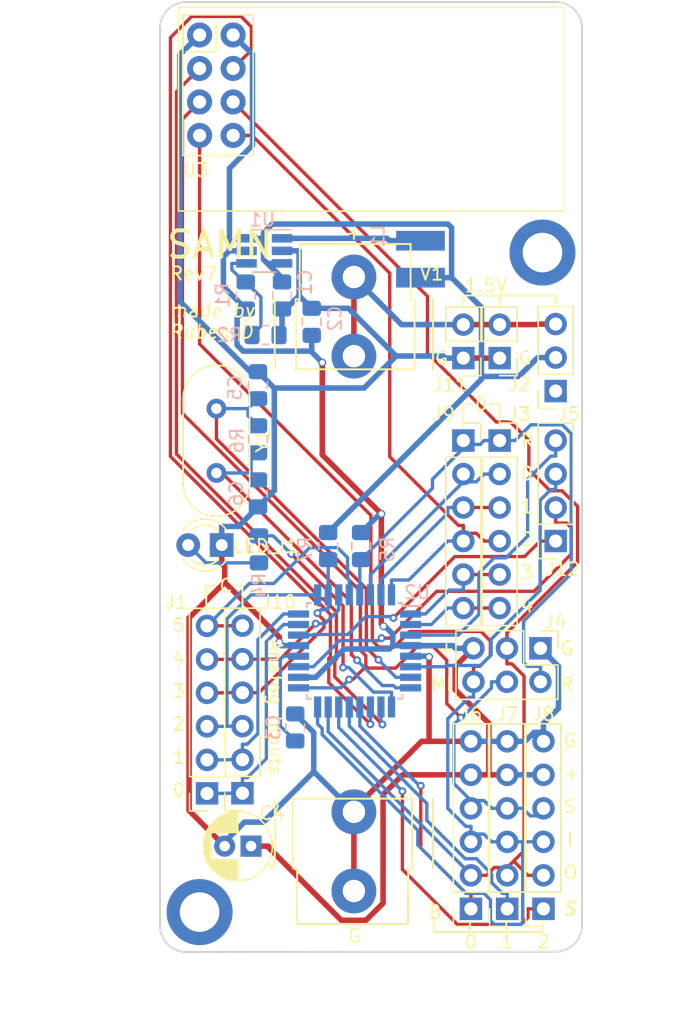
<source format=kicad_pcb>
(kicad_pcb (version 20171130) (host pcbnew 5.1.2)

  (general
    (thickness 1.6)
    (drawings 70)
    (tracks 514)
    (zones 0)
    (modules 31)
    (nets 37)
  )

  (page USLetter)
  (title_block
    (title Samn)
    (date 2018-11-23)
    (rev 7)
    (comment 1 "More Pins for SPI")
  )

  (layers
    (0 F.Cu mixed)
    (31 B.Cu mixed)
    (32 B.Adhes user hide)
    (33 F.Adhes user hide)
    (34 B.Paste user hide)
    (35 F.Paste user hide)
    (36 B.SilkS user hide)
    (37 F.SilkS user)
    (38 B.Mask user)
    (39 F.Mask user hide)
    (40 Dwgs.User user)
    (41 Cmts.User user hide)
    (42 Eco1.User user hide)
    (43 Eco2.User user hide)
    (44 Edge.Cuts user)
    (45 Margin user hide)
    (46 B.CrtYd user hide)
    (47 F.CrtYd user hide)
    (48 B.Fab user)
    (49 F.Fab user)
  )

  (setup
    (last_trace_width 0.254)
    (trace_clearance 0.2)
    (zone_clearance 0.508)
    (zone_45_only no)
    (trace_min 0.2)
    (via_size 0.6)
    (via_drill 0.3)
    (via_min_size 0.6)
    (via_min_drill 0.3)
    (blind_buried_vias_allowed yes)
    (uvia_size 0.3)
    (uvia_drill 0.1)
    (uvias_allowed yes)
    (uvia_min_size 0.2)
    (uvia_min_drill 0.1)
    (edge_width 0.15)
    (segment_width 0.15)
    (pcb_text_width 0.3)
    (pcb_text_size 1.5 1.5)
    (mod_edge_width 0.15)
    (mod_text_size 1 1)
    (mod_text_width 0.15)
    (pad_size 1.7 1.7)
    (pad_drill 1)
    (pad_to_mask_clearance 0.051)
    (solder_mask_min_width 0.25)
    (aux_axis_origin 50.8 14.986)
    (grid_origin 34.9 18.7)
    (visible_elements FFFFFF7F)
    (pcbplotparams
      (layerselection 0x010fc_ffffffff)
      (usegerberextensions true)
      (usegerberattributes false)
      (usegerberadvancedattributes false)
      (creategerberjobfile false)
      (excludeedgelayer true)
      (linewidth 0.100000)
      (plotframeref false)
      (viasonmask false)
      (mode 1)
      (useauxorigin false)
      (hpglpennumber 1)
      (hpglpenspeed 20)
      (hpglpendiameter 15.000000)
      (psnegative false)
      (psa4output false)
      (plotreference true)
      (plotvalue true)
      (plotinvisibletext false)
      (padsonsilk false)
      (subtractmaskfromsilk false)
      (outputformat 1)
      (mirror false)
      (drillshape 0)
      (scaleselection 1)
      (outputdirectory "gerber_small7"))
  )

  (net 0 "")
  (net 1 "Net-(C5-Pad1)")
  (net 2 "Net-(C6-Pad1)")
  (net 3 Reset)
  (net 4 +3V3)
  (net 5 "Net-(R1-Pad2)")
  (net 6 GND)
  (net 7 "Net-(R4-Pad2)")
  (net 8 SCK)
  (net 9 MOSI)
  (net 10 MISO)
  (net 11 "Net-(L1-Pad2)")
  (net 12 +1V5)
  (net 13 "Net-(J3-Pad2)")
  (net 14 "Net-(J3-Pad3)")
  (net 15 "Net-(J3-Pad4)")
  (net 16 "Net-(J3-Pad5)")
  (net 17 "Net-(J3-Pad6)")
  (net 18 "Net-(C3-Pad2)")
  (net 19 "Net-(J1-Pad1)")
  (net 20 "Net-(J1-Pad2)")
  (net 21 "Net-(J1-Pad3)")
  (net 22 "Net-(J1-Pad4)")
  (net 23 "Net-(J1-Pad5)")
  (net 24 "Net-(J1-Pad6)")
  (net 25 "Net-(LED_I1-Pad2)")
  (net 26 "Net-(J8-Pad1)")
  (net 27 "Net-(J6-Pad1)")
  (net 28 "Net-(J7-Pad1)")
  (net 29 "Net-(U2-Pad10)")
  (net 30 "Net-(U2-Pad11)")
  (net 31 "Net-(J11-Pad2)")
  (net 32 "Net-(J12-Pad4)")
  (net 33 "Net-(J12-Pad3)")
  (net 34 "Net-(J12-Pad2)")
  (net 35 "Net-(J12-Pad1)")
  (net 36 "Net-(J5-Pad1)")

  (net_class Default "This is the default net class."
    (clearance 0.2)
    (trace_width 0.254)
    (via_dia 0.6)
    (via_drill 0.3)
    (uvia_dia 0.3)
    (uvia_drill 0.1)
    (diff_pair_width 0.4)
    (diff_pair_gap 0.25)
    (add_net MISO)
    (add_net MOSI)
    (add_net "Net-(C3-Pad2)")
    (add_net "Net-(C5-Pad1)")
    (add_net "Net-(C6-Pad1)")
    (add_net "Net-(J1-Pad1)")
    (add_net "Net-(J1-Pad2)")
    (add_net "Net-(J1-Pad3)")
    (add_net "Net-(J1-Pad4)")
    (add_net "Net-(J1-Pad5)")
    (add_net "Net-(J1-Pad6)")
    (add_net "Net-(J12-Pad1)")
    (add_net "Net-(J12-Pad2)")
    (add_net "Net-(J12-Pad3)")
    (add_net "Net-(J12-Pad4)")
    (add_net "Net-(J3-Pad2)")
    (add_net "Net-(J3-Pad3)")
    (add_net "Net-(J3-Pad4)")
    (add_net "Net-(J3-Pad5)")
    (add_net "Net-(J3-Pad6)")
    (add_net "Net-(J5-Pad1)")
    (add_net "Net-(J6-Pad1)")
    (add_net "Net-(J7-Pad1)")
    (add_net "Net-(J8-Pad1)")
    (add_net "Net-(LED_I1-Pad2)")
    (add_net "Net-(R1-Pad2)")
    (add_net "Net-(R4-Pad2)")
    (add_net "Net-(U2-Pad10)")
    (add_net "Net-(U2-Pad11)")
    (add_net Reset)
    (add_net SCK)
  )

  (net_class Power ""
    (clearance 0.3)
    (trace_width 0.42)
    (via_dia 0.6)
    (via_drill 0.4)
    (uvia_dia 0.3)
    (uvia_drill 0.1)
    (diff_pair_width 0.4)
    (diff_pair_gap 0.25)
    (add_net +1V5)
    (add_net +3V3)
    (add_net GND)
    (add_net "Net-(J11-Pad2)")
    (add_net "Net-(L1-Pad2)")
  )

  (module Connector_PinSocket_2.54mm:PinSocket_1x06_P2.54mm_Vertical (layer F.Cu) (tedit 5A19A430) (tstamp 5C2B2369)
    (at 61.2254 87.4532 180)
    (descr "Through hole straight socket strip, 1x06, 2.54mm pitch, single row (from Kicad 4.0.7), script generated")
    (tags "Through hole socket strip THT 1x06 2.54mm single row")
    (path /5C20DCFD)
    (fp_text reference J7 (at 0 14.75 180) (layer F.SilkS)
      (effects (font (size 1 1) (thickness 0.15)))
    )
    (fp_text value Conn_01x06 (at 0 15.47 180) (layer F.Fab)
      (effects (font (size 1 1) (thickness 0.15)))
    )
    (fp_text user %R (at 0 6.35 270) (layer F.Fab)
      (effects (font (size 1 1) (thickness 0.15)))
    )
    (fp_line (start -1.8 14.45) (end -1.8 -1.8) (layer F.CrtYd) (width 0.05))
    (fp_line (start 1.75 14.45) (end -1.8 14.45) (layer F.CrtYd) (width 0.05))
    (fp_line (start 1.75 -1.8) (end 1.75 14.45) (layer F.CrtYd) (width 0.05))
    (fp_line (start -1.8 -1.8) (end 1.75 -1.8) (layer F.CrtYd) (width 0.05))
    (fp_line (start 0 -1.33) (end 1.33 -1.33) (layer F.SilkS) (width 0.12))
    (fp_line (start 1.33 -1.33) (end 1.33 0) (layer F.SilkS) (width 0.12))
    (fp_line (start 1.33 1.27) (end 1.33 14.03) (layer F.SilkS) (width 0.12))
    (fp_line (start -1.33 14.03) (end 1.33 14.03) (layer F.SilkS) (width 0.12))
    (fp_line (start -1.33 1.27) (end -1.33 14.03) (layer F.SilkS) (width 0.12))
    (fp_line (start -1.33 1.27) (end 1.33 1.27) (layer F.SilkS) (width 0.12))
    (fp_line (start -1.27 13.97) (end -1.27 -1.27) (layer F.Fab) (width 0.1))
    (fp_line (start 1.27 13.97) (end -1.27 13.97) (layer F.Fab) (width 0.1))
    (fp_line (start 1.27 -0.635) (end 1.27 13.97) (layer F.Fab) (width 0.1))
    (fp_line (start 0.635 -1.27) (end 1.27 -0.635) (layer F.Fab) (width 0.1))
    (fp_line (start -1.27 -1.27) (end 0.635 -1.27) (layer F.Fab) (width 0.1))
    (pad 6 thru_hole oval (at 0 12.7 180) (size 1.7 1.7) (drill 1) (layers *.Cu *.Mask)
      (net 6 GND))
    (pad 5 thru_hole oval (at 0 10.16 180) (size 1.7 1.7) (drill 1) (layers *.Cu *.Mask)
      (net 4 +3V3))
    (pad 4 thru_hole oval (at 0 7.62 180) (size 1.7 1.7) (drill 1) (layers *.Cu *.Mask)
      (net 8 SCK))
    (pad 3 thru_hole oval (at 0 5.08 180) (size 1.7 1.7) (drill 1) (layers *.Cu *.Mask)
      (net 10 MISO))
    (pad 2 thru_hole oval (at 0 2.54 180) (size 1.7 1.7) (drill 1) (layers *.Cu *.Mask)
      (net 9 MOSI))
    (pad 1 thru_hole rect (at 0 0 180) (size 1.7 1.7) (drill 1) (layers *.Cu *.Mask)
      (net 28 "Net-(J7-Pad1)"))
    (model ${KISYS3DMOD}/Connector_PinSocket_2.54mm.3dshapes/PinSocket_1x06_P2.54mm_Vertical.wrl
      (at (xyz 0 0 0))
      (scale (xyz 1 1 1))
      (rotate (xyz 0 0 0))
    )
  )

  (module Connector_PinHeader_2.54mm:PinHeader_2x03_P2.54mm_Vertical (layer F.Cu) (tedit 59FED5CC) (tstamp 5C2B31E1)
    (at 63.746 67.7 270)
    (descr "Through hole straight pin header, 2x03, 2.54mm pitch, double rows")
    (tags "Through hole pin header THT 2x03 2.54mm double row")
    (path /5BE1E6A7)
    (fp_text reference J4 (at -2 -1.154) (layer F.SilkS)
      (effects (font (size 1 1) (thickness 0.15)))
    )
    (fp_text value Conn_02x03_Male_ICSP (at 1.27 7.41 270) (layer F.Fab)
      (effects (font (size 1 1) (thickness 0.15)))
    )
    (fp_text user %R (at 1.27 2.54) (layer F.Fab)
      (effects (font (size 1 1) (thickness 0.15)))
    )
    (fp_line (start 4.35 -1.8) (end -1.8 -1.8) (layer F.CrtYd) (width 0.05))
    (fp_line (start 4.35 6.85) (end 4.35 -1.8) (layer F.CrtYd) (width 0.05))
    (fp_line (start -1.8 6.85) (end 4.35 6.85) (layer F.CrtYd) (width 0.05))
    (fp_line (start -1.8 -1.8) (end -1.8 6.85) (layer F.CrtYd) (width 0.05))
    (fp_line (start -1.33 -1.33) (end 0 -1.33) (layer F.SilkS) (width 0.12))
    (fp_line (start -1.33 0) (end -1.33 -1.33) (layer F.SilkS) (width 0.12))
    (fp_line (start 1.27 -1.33) (end 3.87 -1.33) (layer F.SilkS) (width 0.12))
    (fp_line (start 1.27 1.27) (end 1.27 -1.33) (layer F.SilkS) (width 0.12))
    (fp_line (start -1.33 1.27) (end 1.27 1.27) (layer F.SilkS) (width 0.12))
    (fp_line (start 3.87 -1.33) (end 3.87 6.41) (layer F.SilkS) (width 0.12))
    (fp_line (start -1.33 1.27) (end -1.33 6.41) (layer F.SilkS) (width 0.12))
    (fp_line (start -1.33 6.41) (end 3.87 6.41) (layer F.SilkS) (width 0.12))
    (fp_line (start -1.27 0) (end 0 -1.27) (layer F.Fab) (width 0.1))
    (fp_line (start -1.27 6.35) (end -1.27 0) (layer F.Fab) (width 0.1))
    (fp_line (start 3.81 6.35) (end -1.27 6.35) (layer F.Fab) (width 0.1))
    (fp_line (start 3.81 -1.27) (end 3.81 6.35) (layer F.Fab) (width 0.1))
    (fp_line (start 0 -1.27) (end 3.81 -1.27) (layer F.Fab) (width 0.1))
    (pad 6 thru_hole oval (at 2.54 5.08 270) (size 1.7 1.7) (drill 1) (layers *.Cu *.Mask)
      (net 10 MISO))
    (pad 5 thru_hole oval (at 0 5.08 270) (size 1.7 1.7) (drill 1) (layers *.Cu *.Mask)
      (net 4 +3V3))
    (pad 4 thru_hole oval (at 2.54 2.54 270) (size 1.7 1.7) (drill 1) (layers *.Cu *.Mask)
      (net 8 SCK))
    (pad 3 thru_hole oval (at 0 2.54 270) (size 1.7 1.7) (drill 1) (layers *.Cu *.Mask)
      (net 9 MOSI))
    (pad 2 thru_hole oval (at 2.54 0 270) (size 1.7 1.7) (drill 1) (layers *.Cu *.Mask)
      (net 3 Reset))
    (pad 1 thru_hole rect (at 0 0 270) (size 1.7 1.7) (drill 1) (layers *.Cu *.Mask)
      (net 6 GND))
    (model ${KISYS3DMOD}/Connector_PinHeader_2.54mm.3dshapes/PinHeader_2x03_P2.54mm_Vertical.wrl
      (at (xyz 0 0 0))
      (scale (xyz 1 1 1))
      (rotate (xyz 0 0 0))
    )
  )

  (module Connector_PinSocket_2.54mm:PinSocket_1x04_P2.54mm_Vertical (layer F.Cu) (tedit 5A19A429) (tstamp 5C428F19)
    (at 64.9 59.57 180)
    (descr "Through hole straight socket strip, 1x04, 2.54mm pitch, single row (from Kicad 4.0.7), script generated")
    (tags "Through hole socket strip THT 1x04 2.54mm single row")
    (path /5C242592)
    (fp_text reference J12 (at -0.5 -2.13 180) (layer F.SilkS)
      (effects (font (size 1 1) (thickness 0.15)))
    )
    (fp_text value Conn_01x04 (at 0 10.39 180) (layer F.Fab)
      (effects (font (size 1 1) (thickness 0.15)))
    )
    (fp_text user %R (at 0 3.81 270) (layer F.Fab)
      (effects (font (size 1 1) (thickness 0.15)))
    )
    (fp_line (start -1.8 9.4) (end -1.8 -1.8) (layer F.CrtYd) (width 0.05))
    (fp_line (start 1.75 9.4) (end -1.8 9.4) (layer F.CrtYd) (width 0.05))
    (fp_line (start 1.75 -1.8) (end 1.75 9.4) (layer F.CrtYd) (width 0.05))
    (fp_line (start -1.8 -1.8) (end 1.75 -1.8) (layer F.CrtYd) (width 0.05))
    (fp_line (start 0 -1.33) (end 1.33 -1.33) (layer F.SilkS) (width 0.12))
    (fp_line (start 1.33 -1.33) (end 1.33 0) (layer F.SilkS) (width 0.12))
    (fp_line (start 1.33 1.27) (end 1.33 8.95) (layer F.SilkS) (width 0.12))
    (fp_line (start -1.33 8.95) (end 1.33 8.95) (layer F.SilkS) (width 0.12))
    (fp_line (start -1.33 1.27) (end -1.33 8.95) (layer F.SilkS) (width 0.12))
    (fp_line (start -1.33 1.27) (end 1.33 1.27) (layer F.SilkS) (width 0.12))
    (fp_line (start -1.27 8.89) (end -1.27 -1.27) (layer F.Fab) (width 0.1))
    (fp_line (start 1.27 8.89) (end -1.27 8.89) (layer F.Fab) (width 0.1))
    (fp_line (start 1.27 -0.635) (end 1.27 8.89) (layer F.Fab) (width 0.1))
    (fp_line (start 0.635 -1.27) (end 1.27 -0.635) (layer F.Fab) (width 0.1))
    (fp_line (start -1.27 -1.27) (end 0.635 -1.27) (layer F.Fab) (width 0.1))
    (pad 4 thru_hole oval (at 0 7.62 180) (size 1.7 1.7) (drill 1) (layers *.Cu *.Mask)
      (net 32 "Net-(J12-Pad4)"))
    (pad 3 thru_hole oval (at 0 5.08 180) (size 1.7 1.7) (drill 1) (layers *.Cu *.Mask)
      (net 33 "Net-(J12-Pad3)"))
    (pad 2 thru_hole oval (at 0 2.54 180) (size 1.7 1.7) (drill 1) (layers *.Cu *.Mask)
      (net 34 "Net-(J12-Pad2)"))
    (pad 1 thru_hole rect (at 0 0 180) (size 1.7 1.7) (drill 1) (layers *.Cu *.Mask)
      (net 35 "Net-(J12-Pad1)"))
    (model ${KISYS3DMOD}/Connector_PinSocket_2.54mm.3dshapes/PinSocket_1x04_P2.54mm_Vertical.wrl
      (at (xyz 0 0 0))
      (scale (xyz 1 1 1))
      (rotate (xyz 0 0 0))
    )
  )

  (module Connector_PinHeader_2.54mm:PinHeader_1x02_P2.54mm_Vertical (layer F.Cu) (tedit 59FED5CC) (tstamp 5C42A2E6)
    (at 57.9 45.7 180)
    (descr "Through hole straight pin header, 1x02, 2.54mm pitch, single row")
    (tags "Through hole pin header THT 1x02 2.54mm single row")
    (path /5C226CB1)
    (fp_text reference J11 (at 1 -2 180) (layer F.SilkS)
      (effects (font (size 1 1) (thickness 0.15)))
    )
    (fp_text value Conn_01x02 (at 0 4.87 180) (layer F.Fab)
      (effects (font (size 1 1) (thickness 0.15)))
    )
    (fp_text user %R (at 0 1.27 270) (layer F.Fab)
      (effects (font (size 1 1) (thickness 0.15)))
    )
    (fp_line (start 1.8 -1.8) (end -1.8 -1.8) (layer F.CrtYd) (width 0.05))
    (fp_line (start 1.8 4.35) (end 1.8 -1.8) (layer F.CrtYd) (width 0.05))
    (fp_line (start -1.8 4.35) (end 1.8 4.35) (layer F.CrtYd) (width 0.05))
    (fp_line (start -1.8 -1.8) (end -1.8 4.35) (layer F.CrtYd) (width 0.05))
    (fp_line (start -1.33 -1.33) (end 0 -1.33) (layer F.SilkS) (width 0.12))
    (fp_line (start -1.33 0) (end -1.33 -1.33) (layer F.SilkS) (width 0.12))
    (fp_line (start -1.33 1.27) (end 1.33 1.27) (layer F.SilkS) (width 0.12))
    (fp_line (start 1.33 1.27) (end 1.33 3.87) (layer F.SilkS) (width 0.12))
    (fp_line (start -1.33 1.27) (end -1.33 3.87) (layer F.SilkS) (width 0.12))
    (fp_line (start -1.33 3.87) (end 1.33 3.87) (layer F.SilkS) (width 0.12))
    (fp_line (start -1.27 -0.635) (end -0.635 -1.27) (layer F.Fab) (width 0.1))
    (fp_line (start -1.27 3.81) (end -1.27 -0.635) (layer F.Fab) (width 0.1))
    (fp_line (start 1.27 3.81) (end -1.27 3.81) (layer F.Fab) (width 0.1))
    (fp_line (start 1.27 -1.27) (end 1.27 3.81) (layer F.Fab) (width 0.1))
    (fp_line (start -0.635 -1.27) (end 1.27 -1.27) (layer F.Fab) (width 0.1))
    (pad 2 thru_hole oval (at 0 2.54 180) (size 1.7 1.7) (drill 1) (layers *.Cu *.Mask)
      (net 31 "Net-(J11-Pad2)"))
    (pad 1 thru_hole rect (at 0 0 180) (size 1.7 1.7) (drill 1) (layers *.Cu *.Mask)
      (net 6 GND))
    (model ${KISYS3DMOD}/Connector_PinHeader_2.54mm.3dshapes/PinHeader_1x02_P2.54mm_Vertical.wrl
      (at (xyz 0 0 0))
      (scale (xyz 1 1 1))
      (rotate (xyz 0 0 0))
    )
  )

  (module common:NRS4018T4R7MDGJ (layer B.Cu) (tedit 5C1F1A73) (tstamp 5C426422)
    (at 54.65 38.2 90)
    (path /5BD4B1D3)
    (fp_text reference L1 (at 1.75 -3.25 90) (layer B.SilkS)
      (effects (font (size 1 1) (thickness 0.15)) (justify mirror))
    )
    (fp_text value 4.7uH (at 0 3 90) (layer B.Fab)
      (effects (font (size 1 1) (thickness 0.15)) (justify mirror))
    )
    (fp_line (start -2 -2) (end 2 -2) (layer B.Fab) (width 0.07))
    (fp_line (start -2 2) (end 2 2) (layer B.Fab) (width 0.07))
    (fp_line (start -2 2) (end -2 -2) (layer B.Fab) (width 0.07))
    (fp_line (start 2 2) (end 2 -2) (layer B.Fab) (width 0.07))
    (pad 2 smd rect (at 1.4 0 90) (size 1.5 3.7) (layers B.Cu B.Paste B.Mask)
      (net 11 "Net-(L1-Pad2)"))
    (pad 1 smd rect (at -1.4 0 90) (size 1.5 3.7) (layers B.Cu B.Paste B.Mask)
      (net 12 +1V5))
  )

  (module Package_QFP:TQFP-32_7x7mm_P0.8mm (layer B.Cu) (tedit 5A02F146) (tstamp 5C37D102)
    (at 49.65 67.9 180)
    (descr "32-Lead Plastic Thin Quad Flatpack (PT) - 7x7x1.0 mm Body, 2.00 mm [TQFP] (see Microchip Packaging Specification 00000049BS.pdf)")
    (tags "QFP 0.8")
    (path /5C1F8278)
    (attr smd)
    (fp_text reference U2 (at -4.75 4.45 180) (layer B.SilkS)
      (effects (font (size 1 1) (thickness 0.15)) (justify mirror))
    )
    (fp_text value ATmega328PB-AU (at 0 -6.05 180) (layer B.Fab)
      (effects (font (size 1 1) (thickness 0.15)) (justify mirror))
    )
    (fp_line (start -3.625 3.4) (end -5.05 3.4) (layer B.SilkS) (width 0.15))
    (fp_line (start 3.625 3.625) (end 3.3 3.625) (layer B.SilkS) (width 0.15))
    (fp_line (start 3.625 -3.625) (end 3.3 -3.625) (layer B.SilkS) (width 0.15))
    (fp_line (start -3.625 -3.625) (end -3.3 -3.625) (layer B.SilkS) (width 0.15))
    (fp_line (start -3.625 3.625) (end -3.3 3.625) (layer B.SilkS) (width 0.15))
    (fp_line (start -3.625 -3.625) (end -3.625 -3.3) (layer B.SilkS) (width 0.15))
    (fp_line (start 3.625 -3.625) (end 3.625 -3.3) (layer B.SilkS) (width 0.15))
    (fp_line (start 3.625 3.625) (end 3.625 3.3) (layer B.SilkS) (width 0.15))
    (fp_line (start -3.625 3.625) (end -3.625 3.4) (layer B.SilkS) (width 0.15))
    (fp_line (start -5.3 -5.3) (end 5.3 -5.3) (layer B.CrtYd) (width 0.05))
    (fp_line (start -5.3 5.3) (end 5.3 5.3) (layer B.CrtYd) (width 0.05))
    (fp_line (start 5.3 5.3) (end 5.3 -5.3) (layer B.CrtYd) (width 0.05))
    (fp_line (start -5.3 5.3) (end -5.3 -5.3) (layer B.CrtYd) (width 0.05))
    (fp_line (start -3.5 2.5) (end -2.5 3.5) (layer B.Fab) (width 0.15))
    (fp_line (start -3.5 -3.5) (end -3.5 2.5) (layer B.Fab) (width 0.15))
    (fp_line (start 3.5 -3.5) (end -3.5 -3.5) (layer B.Fab) (width 0.15))
    (fp_line (start 3.5 3.5) (end 3.5 -3.5) (layer B.Fab) (width 0.15))
    (fp_line (start -2.5 3.5) (end 3.5 3.5) (layer B.Fab) (width 0.15))
    (fp_text user %R (at 0 0 180) (layer B.Fab)
      (effects (font (size 1 1) (thickness 0.15)) (justify mirror))
    )
    (pad 32 smd rect (at -2.8 4.25 90) (size 1.6 0.55) (layers B.Cu B.Paste B.Mask)
      (net 15 "Net-(J3-Pad4)"))
    (pad 31 smd rect (at -2 4.25 90) (size 1.6 0.55) (layers B.Cu B.Paste B.Mask)
      (net 14 "Net-(J3-Pad3)"))
    (pad 30 smd rect (at -1.2 4.25 90) (size 1.6 0.55) (layers B.Cu B.Paste B.Mask)
      (net 13 "Net-(J3-Pad2)"))
    (pad 29 smd rect (at -0.4 4.25 90) (size 1.6 0.55) (layers B.Cu B.Paste B.Mask)
      (net 3 Reset))
    (pad 28 smd rect (at 0.4 4.25 90) (size 1.6 0.55) (layers B.Cu B.Paste B.Mask)
      (net 24 "Net-(J1-Pad6)"))
    (pad 27 smd rect (at 1.2 4.25 90) (size 1.6 0.55) (layers B.Cu B.Paste B.Mask)
      (net 23 "Net-(J1-Pad5)"))
    (pad 26 smd rect (at 2 4.25 90) (size 1.6 0.55) (layers B.Cu B.Paste B.Mask)
      (net 22 "Net-(J1-Pad4)"))
    (pad 25 smd rect (at 2.8 4.25 90) (size 1.6 0.55) (layers B.Cu B.Paste B.Mask)
      (net 21 "Net-(J1-Pad3)"))
    (pad 24 smd rect (at 4.25 2.8 180) (size 1.6 0.55) (layers B.Cu B.Paste B.Mask)
      (net 20 "Net-(J1-Pad2)"))
    (pad 23 smd rect (at 4.25 2 180) (size 1.6 0.55) (layers B.Cu B.Paste B.Mask)
      (net 19 "Net-(J1-Pad1)"))
    (pad 22 smd rect (at 4.25 1.2 180) (size 1.6 0.55) (layers B.Cu B.Paste B.Mask)
      (net 35 "Net-(J12-Pad1)"))
    (pad 21 smd rect (at 4.25 0.4 180) (size 1.6 0.55) (layers B.Cu B.Paste B.Mask)
      (net 6 GND))
    (pad 20 smd rect (at 4.25 -0.4 180) (size 1.6 0.55) (layers B.Cu B.Paste B.Mask)
      (net 18 "Net-(C3-Pad2)"))
    (pad 19 smd rect (at 4.25 -1.2 180) (size 1.6 0.55) (layers B.Cu B.Paste B.Mask)
      (net 34 "Net-(J12-Pad2)"))
    (pad 18 smd rect (at 4.25 -2 180) (size 1.6 0.55) (layers B.Cu B.Paste B.Mask)
      (net 4 +3V3))
    (pad 17 smd rect (at 4.25 -2.8 180) (size 1.6 0.55) (layers B.Cu B.Paste B.Mask)
      (net 8 SCK))
    (pad 16 smd rect (at 2.8 -4.25 90) (size 1.6 0.55) (layers B.Cu B.Paste B.Mask)
      (net 10 MISO))
    (pad 15 smd rect (at 2 -4.25 90) (size 1.6 0.55) (layers B.Cu B.Paste B.Mask)
      (net 9 MOSI))
    (pad 14 smd rect (at 1.2 -4.25 90) (size 1.6 0.55) (layers B.Cu B.Paste B.Mask)
      (net 26 "Net-(J8-Pad1)"))
    (pad 13 smd rect (at 0.4 -4.25 90) (size 1.6 0.55) (layers B.Cu B.Paste B.Mask)
      (net 28 "Net-(J7-Pad1)"))
    (pad 12 smd rect (at -0.4 -4.25 90) (size 1.6 0.55) (layers B.Cu B.Paste B.Mask)
      (net 27 "Net-(J6-Pad1)"))
    (pad 11 smd rect (at -1.2 -4.25 90) (size 1.6 0.55) (layers B.Cu B.Paste B.Mask)
      (net 30 "Net-(U2-Pad11)"))
    (pad 10 smd rect (at -2 -4.25 90) (size 1.6 0.55) (layers B.Cu B.Paste B.Mask)
      (net 29 "Net-(U2-Pad10)"))
    (pad 9 smd rect (at -2.8 -4.25 90) (size 1.6 0.55) (layers B.Cu B.Paste B.Mask)
      (net 7 "Net-(R4-Pad2)"))
    (pad 8 smd rect (at -4.25 -2.8 180) (size 1.6 0.55) (layers B.Cu B.Paste B.Mask)
      (net 2 "Net-(C6-Pad1)"))
    (pad 7 smd rect (at -4.25 -2 180) (size 1.6 0.55) (layers B.Cu B.Paste B.Mask)
      (net 1 "Net-(C5-Pad1)"))
    (pad 6 smd rect (at -4.25 -1.2 180) (size 1.6 0.55) (layers B.Cu B.Paste B.Mask)
      (net 33 "Net-(J12-Pad3)"))
    (pad 5 smd rect (at -4.25 -0.4 180) (size 1.6 0.55) (layers B.Cu B.Paste B.Mask)
      (net 6 GND))
    (pad 4 smd rect (at -4.25 0.4 180) (size 1.6 0.55) (layers B.Cu B.Paste B.Mask)
      (net 4 +3V3))
    (pad 3 smd rect (at -4.25 1.2 180) (size 1.6 0.55) (layers B.Cu B.Paste B.Mask)
      (net 32 "Net-(J12-Pad4)"))
    (pad 2 smd rect (at -4.25 2 180) (size 1.6 0.55) (layers B.Cu B.Paste B.Mask)
      (net 17 "Net-(J3-Pad6)"))
    (pad 1 smd rect (at -4.25 2.8 180) (size 1.6 0.55) (layers B.Cu B.Paste B.Mask)
      (net 16 "Net-(J3-Pad5)"))
    (model ${KISYS3DMOD}/Package_QFP.3dshapes/TQFP-32_7x7mm_P0.8mm.wrl
      (at (xyz 0 0 0))
      (scale (xyz 1 1 1))
      (rotate (xyz 0 0 0))
    )
  )

  (module Connector_PinSocket_2.54mm:PinSocket_1x06_P2.54mm_Vertical (layer F.Cu) (tedit 5A19A430) (tstamp 5C42A329)
    (at 57.9 51.95)
    (descr "Through hole straight socket strip, 1x06, 2.54mm pitch, single row (from Kicad 4.0.7), script generated")
    (tags "Through hole socket strip THT 1x06 2.54mm single row")
    (path /5C3143CD)
    (fp_text reference J9 (at -1.5 -2) (layer F.SilkS)
      (effects (font (size 1 1) (thickness 0.15)))
    )
    (fp_text value Conn_01x06_Female (at 0 15.47) (layer F.Fab)
      (effects (font (size 1 1) (thickness 0.15)))
    )
    (fp_text user %R (at 0 6.35 90) (layer F.Fab)
      (effects (font (size 1 1) (thickness 0.15)))
    )
    (fp_line (start -1.8 14.45) (end -1.8 -1.8) (layer F.CrtYd) (width 0.05))
    (fp_line (start 1.75 14.45) (end -1.8 14.45) (layer F.CrtYd) (width 0.05))
    (fp_line (start 1.75 -1.8) (end 1.75 14.45) (layer F.CrtYd) (width 0.05))
    (fp_line (start -1.8 -1.8) (end 1.75 -1.8) (layer F.CrtYd) (width 0.05))
    (fp_line (start 0 -1.33) (end 1.33 -1.33) (layer F.SilkS) (width 0.12))
    (fp_line (start 1.33 -1.33) (end 1.33 0) (layer F.SilkS) (width 0.12))
    (fp_line (start 1.33 1.27) (end 1.33 14.03) (layer F.SilkS) (width 0.12))
    (fp_line (start -1.33 14.03) (end 1.33 14.03) (layer F.SilkS) (width 0.12))
    (fp_line (start -1.33 1.27) (end -1.33 14.03) (layer F.SilkS) (width 0.12))
    (fp_line (start -1.33 1.27) (end 1.33 1.27) (layer F.SilkS) (width 0.12))
    (fp_line (start -1.27 13.97) (end -1.27 -1.27) (layer F.Fab) (width 0.1))
    (fp_line (start 1.27 13.97) (end -1.27 13.97) (layer F.Fab) (width 0.1))
    (fp_line (start 1.27 -0.635) (end 1.27 13.97) (layer F.Fab) (width 0.1))
    (fp_line (start 0.635 -1.27) (end 1.27 -0.635) (layer F.Fab) (width 0.1))
    (fp_line (start -1.27 -1.27) (end 0.635 -1.27) (layer F.Fab) (width 0.1))
    (pad 6 thru_hole oval (at 0 12.7) (size 1.7 1.7) (drill 1) (layers *.Cu *.Mask)
      (net 17 "Net-(J3-Pad6)"))
    (pad 5 thru_hole oval (at 0 10.16) (size 1.7 1.7) (drill 1) (layers *.Cu *.Mask)
      (net 16 "Net-(J3-Pad5)"))
    (pad 4 thru_hole oval (at 0 7.62) (size 1.7 1.7) (drill 1) (layers *.Cu *.Mask)
      (net 15 "Net-(J3-Pad4)"))
    (pad 3 thru_hole oval (at 0 5.08) (size 1.7 1.7) (drill 1) (layers *.Cu *.Mask)
      (net 14 "Net-(J3-Pad3)"))
    (pad 2 thru_hole oval (at 0 2.54) (size 1.7 1.7) (drill 1) (layers *.Cu *.Mask)
      (net 13 "Net-(J3-Pad2)"))
    (pad 1 thru_hole rect (at 0 0) (size 1.7 1.7) (drill 1) (layers *.Cu *.Mask)
      (net 3 Reset))
    (model ${KISYS3DMOD}/Connector_PinSocket_2.54mm.3dshapes/PinSocket_1x06_P2.54mm_Vertical.wrl
      (at (xyz 0 0 0))
      (scale (xyz 1 1 1))
      (rotate (xyz 0 0 0))
    )
  )

  (module Connector_PinSocket_2.54mm:PinSocket_1x06_P2.54mm_Vertical (layer F.Cu) (tedit 5A19A430) (tstamp 5C2B53DF)
    (at 41.15 78.687 180)
    (descr "Through hole straight socket strip, 1x06, 2.54mm pitch, single row (from Kicad 4.0.7), script generated")
    (tags "Through hole socket strip THT 1x06 2.54mm single row")
    (path /5C346105)
    (fp_text reference J10 (at -2.75 14.487 180) (layer F.SilkS)
      (effects (font (size 1 1) (thickness 0.15)))
    )
    (fp_text value Conn_01x06_Female (at 0 15.47 180) (layer F.Fab)
      (effects (font (size 1 1) (thickness 0.15)))
    )
    (fp_text user %R (at 0 6.35 270) (layer F.Fab)
      (effects (font (size 1 1) (thickness 0.15)))
    )
    (fp_line (start -1.8 14.45) (end -1.8 -1.8) (layer F.CrtYd) (width 0.05))
    (fp_line (start 1.75 14.45) (end -1.8 14.45) (layer F.CrtYd) (width 0.05))
    (fp_line (start 1.75 -1.8) (end 1.75 14.45) (layer F.CrtYd) (width 0.05))
    (fp_line (start -1.8 -1.8) (end 1.75 -1.8) (layer F.CrtYd) (width 0.05))
    (fp_line (start 0 -1.33) (end 1.33 -1.33) (layer F.SilkS) (width 0.12))
    (fp_line (start 1.33 -1.33) (end 1.33 0) (layer F.SilkS) (width 0.12))
    (fp_line (start 1.33 1.27) (end 1.33 14.03) (layer F.SilkS) (width 0.12))
    (fp_line (start -1.33 14.03) (end 1.33 14.03) (layer F.SilkS) (width 0.12))
    (fp_line (start -1.33 1.27) (end -1.33 14.03) (layer F.SilkS) (width 0.12))
    (fp_line (start -1.33 1.27) (end 1.33 1.27) (layer F.SilkS) (width 0.12))
    (fp_line (start -1.27 13.97) (end -1.27 -1.27) (layer F.Fab) (width 0.1))
    (fp_line (start 1.27 13.97) (end -1.27 13.97) (layer F.Fab) (width 0.1))
    (fp_line (start 1.27 -0.635) (end 1.27 13.97) (layer F.Fab) (width 0.1))
    (fp_line (start 0.635 -1.27) (end 1.27 -0.635) (layer F.Fab) (width 0.1))
    (fp_line (start -1.27 -1.27) (end 0.635 -1.27) (layer F.Fab) (width 0.1))
    (pad 6 thru_hole oval (at 0 12.7 180) (size 1.7 1.7) (drill 1) (layers *.Cu *.Mask)
      (net 24 "Net-(J1-Pad6)"))
    (pad 5 thru_hole oval (at 0 10.16 180) (size 1.7 1.7) (drill 1) (layers *.Cu *.Mask)
      (net 23 "Net-(J1-Pad5)"))
    (pad 4 thru_hole oval (at 0 7.62 180) (size 1.7 1.7) (drill 1) (layers *.Cu *.Mask)
      (net 22 "Net-(J1-Pad4)"))
    (pad 3 thru_hole oval (at 0 5.08 180) (size 1.7 1.7) (drill 1) (layers *.Cu *.Mask)
      (net 21 "Net-(J1-Pad3)"))
    (pad 2 thru_hole oval (at 0 2.54 180) (size 1.7 1.7) (drill 1) (layers *.Cu *.Mask)
      (net 20 "Net-(J1-Pad2)"))
    (pad 1 thru_hole rect (at 0 0 180) (size 1.7 1.7) (drill 1) (layers *.Cu *.Mask)
      (net 19 "Net-(J1-Pad1)"))
    (model ${KISYS3DMOD}/Connector_PinSocket_2.54mm.3dshapes/PinSocket_1x06_P2.54mm_Vertical.wrl
      (at (xyz 0 0 0))
      (scale (xyz 1 1 1))
      (rotate (xyz 0 0 0))
    )
  )

  (module common:nRF24L01_Breakout_mine (layer F.Cu) (tedit 5BE095CD) (tstamp 5C2AF0E7)
    (at 37.9 21.2)
    (descr "nRF24L01 breakout board")
    (tags "nRF24L01 adapter breakout")
    (path /5BD69B17)
    (fp_text reference U3 (at -0.3 10.25) (layer F.SilkS)
      (effects (font (size 1 1) (thickness 0.15)))
    )
    (fp_text value NRF24L01_Breakout (at 13 5) (layer F.Fab)
      (effects (font (size 1 1) (thickness 0.15)))
    )
    (fp_line (start -1.5 -2) (end 27.5 -2) (layer F.Fab) (width 0.1))
    (fp_line (start 27.5 -2) (end 27.5 13.25) (layer F.Fab) (width 0.1))
    (fp_line (start 27.5 13.25) (end -1.5 13.25) (layer F.Fab) (width 0.1))
    (fp_line (start -1.5 13.25) (end -1.5 -2) (layer F.Fab) (width 0.1))
    (fp_line (start -1.5 -2) (end -1.5 -2) (layer F.Fab) (width 0.1))
    (fp_line (start -1.27 -1.27) (end 3.81 -1.27) (layer F.Fab) (width 0.1))
    (fp_line (start 3.81 -1.27) (end 3.81 8.89) (layer F.Fab) (width 0.1))
    (fp_line (start 3.81 8.89) (end -1.27 8.89) (layer F.Fab) (width 0.1))
    (fp_line (start -1.27 8.89) (end -1.27 -1.27) (layer F.Fab) (width 0.1))
    (fp_line (start -1.27 -1.27) (end -1.27 -1.27) (layer F.Fab) (width 0.1))
    (fp_line (start -1.27 -1.524) (end 4.064 -1.524) (layer F.SilkS) (width 0.12))
    (fp_line (start 4.064 -1.524) (end 4.064 9.144) (layer F.SilkS) (width 0.12))
    (fp_line (start 4.064 9.144) (end -1.27 9.144) (layer F.SilkS) (width 0.12))
    (fp_line (start -1.27 9.144) (end -1.27 9.144) (layer F.SilkS) (width 0.12))
    (fp_line (start 1.27 -1.016) (end 1.27 1.27) (layer F.SilkS) (width 0.12))
    (fp_line (start 1.27 1.27) (end -1.016 1.27) (layer F.SilkS) (width 0.12))
    (fp_line (start -1.016 1.27) (end -1.016 1.27) (layer F.SilkS) (width 0.12))
    (fp_line (start -1.6 -2.1) (end 27.6 -2.1) (layer F.SilkS) (width 0.12))
    (fp_line (start 27.6 -2.1) (end 27.6 13.35) (layer F.SilkS) (width 0.12))
    (fp_line (start 27.6 13.35) (end -1.6 13.35) (layer F.SilkS) (width 0.12))
    (fp_line (start -1.6 13.35) (end -1.6 -2.1) (layer F.SilkS) (width 0.12))
    (fp_line (start -1.6 -2.1) (end -1.6 -2.1) (layer F.SilkS) (width 0.12))
    (fp_line (start -1.27 9.144) (end -1.27 -1.524) (layer F.SilkS) (width 0.12))
    (fp_line (start -1.27 -1.524) (end -1.27 -1.524) (layer F.SilkS) (width 0.12))
    (fp_line (start 27.75 -2.25) (end -1.75 -2.25) (layer F.CrtYd) (width 0.05))
    (fp_line (start -1.75 -2.25) (end -1.75 13.5) (layer F.CrtYd) (width 0.05))
    (fp_line (start -1.75 13.5) (end 27.75 13.5) (layer F.CrtYd) (width 0.05))
    (fp_line (start 27.75 13.5) (end 27.75 -2.25) (layer F.CrtYd) (width 0.05))
    (fp_line (start 27.75 -2.25) (end 27.75 -2.25) (layer F.CrtYd) (width 0.05))
    (fp_text user %R (at 12.5 2.5) (layer F.Fab)
      (effects (font (size 1 1) (thickness 0.15)))
    )
    (pad 1 thru_hole circle (at 0 0) (size 1.9 1.9) (drill 1) (layers *.Cu *.Mask)
      (net 6 GND))
    (pad 2 thru_hole circle (at 2.54 0) (size 1.9 1.9) (drill 1) (layers *.Cu *.Mask)
      (net 4 +3V3))
    (pad 3 thru_hole circle (at 0 2.54) (size 1.9 1.9) (drill 1) (layers *.Cu *.Mask)
      (net 29 "Net-(U2-Pad10)"))
    (pad 4 thru_hole circle (at 2.54 2.54) (size 1.9 1.9) (drill 1) (layers *.Cu *.Mask)
      (net 30 "Net-(U2-Pad11)"))
    (pad 5 thru_hole circle (at 0 5.08) (size 1.9 1.9) (drill 1) (layers *.Cu *.Mask)
      (net 8 SCK))
    (pad 6 thru_hole circle (at 2.54 5.08) (size 1.9 1.9) (drill 1) (layers *.Cu *.Mask)
      (net 9 MOSI))
    (pad 7 thru_hole circle (at 0 7.62) (size 1.9 1.9) (drill 1) (layers *.Cu *.Mask)
      (net 10 MISO))
    (pad 8 thru_hole circle (at 2.54 7.62) (size 1.9 1.9) (drill 1) (layers *.Cu *.Mask)
      (net 15 "Net-(J3-Pad4)"))
    (model ${KISYS3DMOD}/RF_Module.3dshapes/nRF24L01_Breakout.wrl
      (at (xyz 0 0 0))
      (scale (xyz 1 1 1))
      (rotate (xyz 0 0 0))
    )
  )

  (module Connector_PinHeader_2.54mm:PinHeader_1x02_P2.54mm_Vertical (layer F.Cu) (tedit 59FED5CC) (tstamp 5C42A3BB)
    (at 60.65 45.7 180)
    (descr "Through hole straight pin header, 1x02, 2.54mm pitch, single row")
    (tags "Through hole pin header THT 1x02 2.54mm single row")
    (path /5C2BB58E)
    (fp_text reference J2 (at -1.5 -2 180) (layer F.SilkS)
      (effects (font (size 1 1) (thickness 0.15)))
    )
    (fp_text value Conn_01x02 (at 0 4.87 180) (layer F.Fab)
      (effects (font (size 1 1) (thickness 0.15)))
    )
    (fp_text user %R (at 0 1.27 270) (layer F.Fab)
      (effects (font (size 1 1) (thickness 0.15)))
    )
    (fp_line (start 1.8 -1.8) (end -1.8 -1.8) (layer F.CrtYd) (width 0.05))
    (fp_line (start 1.8 4.35) (end 1.8 -1.8) (layer F.CrtYd) (width 0.05))
    (fp_line (start -1.8 4.35) (end 1.8 4.35) (layer F.CrtYd) (width 0.05))
    (fp_line (start -1.8 -1.8) (end -1.8 4.35) (layer F.CrtYd) (width 0.05))
    (fp_line (start -1.33 -1.33) (end 0 -1.33) (layer F.SilkS) (width 0.12))
    (fp_line (start -1.33 0) (end -1.33 -1.33) (layer F.SilkS) (width 0.12))
    (fp_line (start -1.33 1.27) (end 1.33 1.27) (layer F.SilkS) (width 0.12))
    (fp_line (start 1.33 1.27) (end 1.33 3.87) (layer F.SilkS) (width 0.12))
    (fp_line (start -1.33 1.27) (end -1.33 3.87) (layer F.SilkS) (width 0.12))
    (fp_line (start -1.33 3.87) (end 1.33 3.87) (layer F.SilkS) (width 0.12))
    (fp_line (start -1.27 -0.635) (end -0.635 -1.27) (layer F.Fab) (width 0.1))
    (fp_line (start -1.27 3.81) (end -1.27 -0.635) (layer F.Fab) (width 0.1))
    (fp_line (start 1.27 3.81) (end -1.27 3.81) (layer F.Fab) (width 0.1))
    (fp_line (start 1.27 -1.27) (end 1.27 3.81) (layer F.Fab) (width 0.1))
    (fp_line (start -0.635 -1.27) (end 1.27 -1.27) (layer F.Fab) (width 0.1))
    (pad 2 thru_hole oval (at 0 2.54 180) (size 1.7 1.7) (drill 1) (layers *.Cu *.Mask)
      (net 31 "Net-(J11-Pad2)"))
    (pad 1 thru_hole rect (at 0 0 180) (size 1.7 1.7) (drill 1) (layers *.Cu *.Mask)
      (net 6 GND))
    (model ${KISYS3DMOD}/Connector_PinHeader_2.54mm.3dshapes/PinHeader_1x02_P2.54mm_Vertical.wrl
      (at (xyz 0 0 0))
      (scale (xyz 1 1 1))
      (rotate (xyz 0 0 0))
    )
  )

  (module Connector_PinSocket_2.54mm:PinSocket_1x06_P2.54mm_Vertical (layer F.Cu) (tedit 5A19A430) (tstamp 5C2B1D9F)
    (at 58.4754 87.4532 180)
    (descr "Through hole straight socket strip, 1x06, 2.54mm pitch, single row (from Kicad 4.0.7), script generated")
    (tags "Through hole socket strip THT 1x06 2.54mm single row")
    (path /5C222C3D)
    (fp_text reference J6 (at 0 14.75 180) (layer F.SilkS)
      (effects (font (size 1 1) (thickness 0.15)))
    )
    (fp_text value Conn_01x06 (at 0 15.47 180) (layer F.Fab)
      (effects (font (size 1 1) (thickness 0.15)))
    )
    (fp_text user %R (at 0 6.35 270) (layer F.Fab)
      (effects (font (size 1 1) (thickness 0.15)))
    )
    (fp_line (start -1.8 14.45) (end -1.8 -1.8) (layer F.CrtYd) (width 0.05))
    (fp_line (start 1.75 14.45) (end -1.8 14.45) (layer F.CrtYd) (width 0.05))
    (fp_line (start 1.75 -1.8) (end 1.75 14.45) (layer F.CrtYd) (width 0.05))
    (fp_line (start -1.8 -1.8) (end 1.75 -1.8) (layer F.CrtYd) (width 0.05))
    (fp_line (start 0 -1.33) (end 1.33 -1.33) (layer F.SilkS) (width 0.12))
    (fp_line (start 1.33 -1.33) (end 1.33 0) (layer F.SilkS) (width 0.12))
    (fp_line (start 1.33 1.27) (end 1.33 14.03) (layer F.SilkS) (width 0.12))
    (fp_line (start -1.33 14.03) (end 1.33 14.03) (layer F.SilkS) (width 0.12))
    (fp_line (start -1.33 1.27) (end -1.33 14.03) (layer F.SilkS) (width 0.12))
    (fp_line (start -1.33 1.27) (end 1.33 1.27) (layer F.SilkS) (width 0.12))
    (fp_line (start -1.27 13.97) (end -1.27 -1.27) (layer F.Fab) (width 0.1))
    (fp_line (start 1.27 13.97) (end -1.27 13.97) (layer F.Fab) (width 0.1))
    (fp_line (start 1.27 -0.635) (end 1.27 13.97) (layer F.Fab) (width 0.1))
    (fp_line (start 0.635 -1.27) (end 1.27 -0.635) (layer F.Fab) (width 0.1))
    (fp_line (start -1.27 -1.27) (end 0.635 -1.27) (layer F.Fab) (width 0.1))
    (pad 6 thru_hole oval (at 0 12.7 180) (size 1.7 1.7) (drill 1) (layers *.Cu *.Mask)
      (net 6 GND))
    (pad 5 thru_hole oval (at 0 10.16 180) (size 1.7 1.7) (drill 1) (layers *.Cu *.Mask)
      (net 4 +3V3))
    (pad 4 thru_hole oval (at 0 7.62 180) (size 1.7 1.7) (drill 1) (layers *.Cu *.Mask)
      (net 8 SCK))
    (pad 3 thru_hole oval (at 0 5.08 180) (size 1.7 1.7) (drill 1) (layers *.Cu *.Mask)
      (net 10 MISO))
    (pad 2 thru_hole oval (at 0 2.54 180) (size 1.7 1.7) (drill 1) (layers *.Cu *.Mask)
      (net 9 MOSI))
    (pad 1 thru_hole rect (at 0 0 180) (size 1.7 1.7) (drill 1) (layers *.Cu *.Mask)
      (net 27 "Net-(J6-Pad1)"))
    (model ${KISYS3DMOD}/Connector_PinSocket_2.54mm.3dshapes/PinSocket_1x06_P2.54mm_Vertical.wrl
      (at (xyz 0 0 0))
      (scale (xyz 1 1 1))
      (rotate (xyz 0 0 0))
    )
  )

  (module Connector_PinSocket_2.54mm:PinSocket_1x06_P2.54mm_Vertical (layer F.Cu) (tedit 5A19A430) (tstamp 5C2B57F8)
    (at 63.9754 87.4532 180)
    (descr "Through hole straight socket strip, 1x06, 2.54mm pitch, single row (from Kicad 4.0.7), script generated")
    (tags "Through hole socket strip THT 1x06 2.54mm single row")
    (path /5C21D993)
    (fp_text reference J8 (at 0 14.75 180) (layer F.SilkS)
      (effects (font (size 1 1) (thickness 0.15)))
    )
    (fp_text value Conn_01x06 (at 0 15.47 180) (layer F.Fab)
      (effects (font (size 1 1) (thickness 0.15)))
    )
    (fp_text user %R (at 0 6.35 270) (layer F.Fab)
      (effects (font (size 1 1) (thickness 0.15)))
    )
    (fp_line (start -1.8 14.45) (end -1.8 -1.8) (layer F.CrtYd) (width 0.05))
    (fp_line (start 1.75 14.45) (end -1.8 14.45) (layer F.CrtYd) (width 0.05))
    (fp_line (start 1.75 -1.8) (end 1.75 14.45) (layer F.CrtYd) (width 0.05))
    (fp_line (start -1.8 -1.8) (end 1.75 -1.8) (layer F.CrtYd) (width 0.05))
    (fp_line (start 0 -1.33) (end 1.33 -1.33) (layer F.SilkS) (width 0.12))
    (fp_line (start 1.33 -1.33) (end 1.33 0) (layer F.SilkS) (width 0.12))
    (fp_line (start 1.33 1.27) (end 1.33 14.03) (layer F.SilkS) (width 0.12))
    (fp_line (start -1.33 14.03) (end 1.33 14.03) (layer F.SilkS) (width 0.12))
    (fp_line (start -1.33 1.27) (end -1.33 14.03) (layer F.SilkS) (width 0.12))
    (fp_line (start -1.33 1.27) (end 1.33 1.27) (layer F.SilkS) (width 0.12))
    (fp_line (start -1.27 13.97) (end -1.27 -1.27) (layer F.Fab) (width 0.1))
    (fp_line (start 1.27 13.97) (end -1.27 13.97) (layer F.Fab) (width 0.1))
    (fp_line (start 1.27 -0.635) (end 1.27 13.97) (layer F.Fab) (width 0.1))
    (fp_line (start 0.635 -1.27) (end 1.27 -0.635) (layer F.Fab) (width 0.1))
    (fp_line (start -1.27 -1.27) (end 0.635 -1.27) (layer F.Fab) (width 0.1))
    (pad 6 thru_hole oval (at 0 12.7 180) (size 1.7 1.7) (drill 1) (layers *.Cu *.Mask)
      (net 6 GND))
    (pad 5 thru_hole oval (at 0 10.16 180) (size 1.7 1.7) (drill 1) (layers *.Cu *.Mask)
      (net 4 +3V3))
    (pad 4 thru_hole oval (at 0 7.62 180) (size 1.7 1.7) (drill 1) (layers *.Cu *.Mask)
      (net 8 SCK))
    (pad 3 thru_hole oval (at 0 5.08 180) (size 1.7 1.7) (drill 1) (layers *.Cu *.Mask)
      (net 10 MISO))
    (pad 2 thru_hole oval (at 0 2.54 180) (size 1.7 1.7) (drill 1) (layers *.Cu *.Mask)
      (net 9 MOSI))
    (pad 1 thru_hole rect (at 0 0 180) (size 1.7 1.7) (drill 1) (layers *.Cu *.Mask)
      (net 26 "Net-(J8-Pad1)"))
    (model ${KISYS3DMOD}/Connector_PinSocket_2.54mm.3dshapes/PinSocket_1x06_P2.54mm_Vertical.wrl
      (at (xyz 0 0 0))
      (scale (xyz 1 1 1))
      (rotate (xyz 0 0 0))
    )
  )

  (module Connector_PinSocket_2.54mm:PinSocket_1x03_P2.54mm_Vertical (layer F.Cu) (tedit 5A19A429) (tstamp 5C2B38A8)
    (at 64.9 48.2 180)
    (descr "Through hole straight socket strip, 1x03, 2.54mm pitch, single row (from Kicad 4.0.7), script generated")
    (tags "Through hole socket strip THT 1x03 2.54mm single row")
    (path /5BF8A063)
    (fp_text reference J5 (at -1 -1.75 180) (layer F.SilkS)
      (effects (font (size 1 1) (thickness 0.15)))
    )
    (fp_text value Conn_01x03 (at 0 7.85 180) (layer F.Fab)
      (effects (font (size 1 1) (thickness 0.15)))
    )
    (fp_text user %R (at 0 2.54 270) (layer F.Fab)
      (effects (font (size 1 1) (thickness 0.15)))
    )
    (fp_line (start -1.8 6.85) (end -1.8 -1.8) (layer F.CrtYd) (width 0.05))
    (fp_line (start 1.75 6.85) (end -1.8 6.85) (layer F.CrtYd) (width 0.05))
    (fp_line (start 1.75 -1.8) (end 1.75 6.85) (layer F.CrtYd) (width 0.05))
    (fp_line (start -1.8 -1.8) (end 1.75 -1.8) (layer F.CrtYd) (width 0.05))
    (fp_line (start 0 -1.33) (end 1.33 -1.33) (layer F.SilkS) (width 0.12))
    (fp_line (start 1.33 -1.33) (end 1.33 0) (layer F.SilkS) (width 0.12))
    (fp_line (start 1.33 1.27) (end 1.33 6.41) (layer F.SilkS) (width 0.12))
    (fp_line (start -1.33 6.41) (end 1.33 6.41) (layer F.SilkS) (width 0.12))
    (fp_line (start -1.33 1.27) (end -1.33 6.41) (layer F.SilkS) (width 0.12))
    (fp_line (start -1.33 1.27) (end 1.33 1.27) (layer F.SilkS) (width 0.12))
    (fp_line (start -1.27 6.35) (end -1.27 -1.27) (layer F.Fab) (width 0.1))
    (fp_line (start 1.27 6.35) (end -1.27 6.35) (layer F.Fab) (width 0.1))
    (fp_line (start 1.27 -0.635) (end 1.27 6.35) (layer F.Fab) (width 0.1))
    (fp_line (start 0.635 -1.27) (end 1.27 -0.635) (layer F.Fab) (width 0.1))
    (fp_line (start -1.27 -1.27) (end 0.635 -1.27) (layer F.Fab) (width 0.1))
    (pad 3 thru_hole oval (at 0 5.08 180) (size 1.7 1.7) (drill 1) (layers *.Cu *.Mask)
      (net 31 "Net-(J11-Pad2)"))
    (pad 2 thru_hole oval (at 0 2.54 180) (size 1.7 1.7) (drill 1) (layers *.Cu *.Mask)
      (net 12 +1V5))
    (pad 1 thru_hole rect (at 0 0 180) (size 1.7 1.7) (drill 1) (layers *.Cu *.Mask)
      (net 36 "Net-(J5-Pad1)"))
    (model ${KISYS3DMOD}/Connector_PinSocket_2.54mm.3dshapes/PinSocket_1x03_P2.54mm_Vertical.wrl
      (at (xyz 0 0 0))
      (scale (xyz 1 1 1))
      (rotate (xyz 0 0 0))
    )
  )

  (module Resistor_SMD:R_0805_2012Metric_Pad1.15x1.40mm_HandSolder (layer B.Cu) (tedit 5B36C52B) (tstamp 5C2B3710)
    (at 47.65 59.95 90)
    (descr "Resistor SMD 0805 (2012 Metric), square (rectangular) end terminal, IPC_7351 nominal with elongated pad for handsoldering. (Body size source: https://docs.google.com/spreadsheets/d/1BsfQQcO9C6DZCsRaXUlFlo91Tg2WpOkGARC1WS5S8t0/edit?usp=sharing), generated with kicad-footprint-generator")
    (tags "resistor handsolder")
    (path /5BE15B39)
    (attr smd)
    (fp_text reference R7 (at -0.25 -1.75 90) (layer B.SilkS)
      (effects (font (size 1 1) (thickness 0.15)) (justify mirror))
    )
    (fp_text value 10k (at 0 -1.65 90) (layer B.Fab)
      (effects (font (size 1 1) (thickness 0.15)) (justify mirror))
    )
    (fp_text user %R (at 0 0 90) (layer B.Fab)
      (effects (font (size 0.5 0.5) (thickness 0.08)) (justify mirror))
    )
    (fp_line (start 1.85 -0.95) (end -1.85 -0.95) (layer B.CrtYd) (width 0.05))
    (fp_line (start 1.85 0.95) (end 1.85 -0.95) (layer B.CrtYd) (width 0.05))
    (fp_line (start -1.85 0.95) (end 1.85 0.95) (layer B.CrtYd) (width 0.05))
    (fp_line (start -1.85 -0.95) (end -1.85 0.95) (layer B.CrtYd) (width 0.05))
    (fp_line (start -0.261252 -0.71) (end 0.261252 -0.71) (layer B.SilkS) (width 0.12))
    (fp_line (start -0.261252 0.71) (end 0.261252 0.71) (layer B.SilkS) (width 0.12))
    (fp_line (start 1 -0.6) (end -1 -0.6) (layer B.Fab) (width 0.1))
    (fp_line (start 1 0.6) (end 1 -0.6) (layer B.Fab) (width 0.1))
    (fp_line (start -1 0.6) (end 1 0.6) (layer B.Fab) (width 0.1))
    (fp_line (start -1 -0.6) (end -1 0.6) (layer B.Fab) (width 0.1))
    (pad 2 smd roundrect (at 1.025 0 90) (size 1.15 1.4) (layers B.Cu B.Paste B.Mask) (roundrect_rratio 0.217391)
      (net 12 +1V5))
    (pad 1 smd roundrect (at -1.025 0 90) (size 1.15 1.4) (layers B.Cu B.Paste B.Mask) (roundrect_rratio 0.217391)
      (net 22 "Net-(J1-Pad4)"))
    (model ${KISYS3DMOD}/Resistor_SMD.3dshapes/R_0805_2012Metric.wrl
      (at (xyz 0 0 0))
      (scale (xyz 1 1 1))
      (rotate (xyz 0 0 0))
    )
  )

  (module LED_THT:LED_D3.0mm_FlatTop (layer F.Cu) (tedit 5880A862) (tstamp 5C2B3BB6)
    (at 39.575 59.875 180)
    (descr "LED, Round, FlatTop, diameter 3.0mm, 2 pins, http://www.kingbright.com/attachments/file/psearch/000/00/00/L-47XEC(Ver.9A).pdf")
    (tags "LED Round FlatTop diameter 3.0mm 2 pins")
    (path /5BE01761)
    (fp_text reference LED_I1 (at -3.325 -0.075 180) (layer F.SilkS)
      (effects (font (size 1 1) (thickness 0.15)))
    )
    (fp_text value "2V 20mA" (at 1.27 2.96 180) (layer F.Fab)
      (effects (font (size 1 1) (thickness 0.15)))
    )
    (fp_line (start 3.7 -2.25) (end -1.15 -2.25) (layer F.CrtYd) (width 0.05))
    (fp_line (start 3.7 2.25) (end 3.7 -2.25) (layer F.CrtYd) (width 0.05))
    (fp_line (start -1.15 2.25) (end 3.7 2.25) (layer F.CrtYd) (width 0.05))
    (fp_line (start -1.15 -2.25) (end -1.15 2.25) (layer F.CrtYd) (width 0.05))
    (fp_line (start -0.29 1.08) (end -0.29 1.236) (layer F.SilkS) (width 0.12))
    (fp_line (start -0.29 -1.236) (end -0.29 -1.08) (layer F.SilkS) (width 0.12))
    (fp_line (start -0.23 -1.16619) (end -0.23 1.16619) (layer F.Fab) (width 0.1))
    (fp_circle (center 1.27 0) (end 2.77 0) (layer F.Fab) (width 0.1))
    (fp_arc (start 1.27 0) (end 0.229039 1.08) (angle -87.9) (layer F.SilkS) (width 0.12))
    (fp_arc (start 1.27 0) (end 0.229039 -1.08) (angle 87.9) (layer F.SilkS) (width 0.12))
    (fp_arc (start 1.27 0) (end -0.29 1.235516) (angle -108.8) (layer F.SilkS) (width 0.12))
    (fp_arc (start 1.27 0) (end -0.29 -1.235516) (angle 108.8) (layer F.SilkS) (width 0.12))
    (fp_arc (start 1.27 0) (end -0.23 -1.16619) (angle 284.3) (layer F.Fab) (width 0.1))
    (pad 2 thru_hole circle (at 2.54 0 180) (size 1.8 1.8) (drill 0.9) (layers *.Cu *.Mask)
      (net 25 "Net-(LED_I1-Pad2)"))
    (pad 1 thru_hole rect (at 0 0 180) (size 1.8 1.8) (drill 0.9) (layers *.Cu *.Mask)
      (net 6 GND))
    (model ${KISYS3DMOD}/LED_THT.3dshapes/LED_D3.0mm_FlatTop.wrl
      (at (xyz 0 0 0))
      (scale (xyz 1 1 1))
      (rotate (xyz 0 0 0))
    )
  )

  (module common:AA_Holder (layer F.Cu) (tedit 5C1F260E) (tstamp 5C2B3082)
    (at 49.6 39.55)
    (path /5BE78B98)
    (fp_text reference V1 (at 5.9 -0.25) (layer F.SilkS)
      (effects (font (size 1 1) (thickness 0.15)))
    )
    (fp_text value AA (at 0 -3.5) (layer F.Fab)
      (effects (font (size 1 1) (thickness 0.15)))
    )
    (fp_text user + (at 0 -3.35) (layer F.SilkS)
      (effects (font (size 1 1) (thickness 0.15)))
    )
    (fp_text user G (at 0.05 49.95) (layer F.SilkS)
      (effects (font (size 1 1) (thickness 0.15)))
    )
    (fp_line (start -4.4 7) (end 4.6 7) (layer F.SilkS) (width 0.15))
    (fp_line (start 6 7) (end 6 1.7) (layer F.SilkS) (width 0.15))
    (fp_line (start 4.6 1.7) (end 4.3 1.7) (layer F.SilkS) (width 0.15))
    (fp_line (start 4.3 1.7) (end 4.3 -2.5) (layer F.SilkS) (width 0.15))
    (fp_line (start 4.3 -2.5) (end -4.1 -2.5) (layer F.SilkS) (width 0.15))
    (fp_line (start -4.121494 1.68306) (end -4.1 -2.5) (layer F.SilkS) (width 0.15))
    (fp_line (start -4.421494 1.68306) (end -4.121494 1.68306) (layer F.SilkS) (width 0.15))
    (fp_line (start -4.4 7) (end -4.421494 1.68306) (layer F.SilkS) (width 0.15))
    (fp_line (start 4.421494 44.86694) (end 4.121494 44.86694) (layer F.SilkS) (width 0.15))
    (fp_line (start -4.3 49.05) (end 4.1 49.05) (layer F.SilkS) (width 0.15))
    (fp_line (start -4.6 44.85) (end -4.3 44.85) (layer F.SilkS) (width 0.15))
    (fp_line (start 4.4 39.55) (end 4.421494 44.86694) (layer F.SilkS) (width 0.15))
    (fp_line (start -4.3 44.85) (end -4.3 49.05) (layer F.SilkS) (width 0.15))
    (fp_line (start 4.121494 44.86694) (end 4.1 49.05) (layer F.SilkS) (width 0.15))
    (fp_line (start -4.6 39.55) (end -4.6 44.85) (layer F.SilkS) (width 0.15))
    (fp_line (start 4.4 39.55) (end -4.6 39.55) (layer F.SilkS) (width 0.15))
    (fp_line (start 4.6 7) (end 4.6 1.7) (layer F.SilkS) (width 0.15))
    (fp_line (start -6 7) (end -6 1.7) (layer F.SilkS) (width 0.15))
    (fp_line (start -6 44.85) (end -6 39.55) (layer F.SilkS) (width 0.15))
    (fp_line (start 6 44.85) (end 6 39.55) (layer F.SilkS) (width 0.15))
    (pad 1 thru_hole circle (at 0 0) (size 3.4 3.4) (drill 1.7) (layers *.Cu *.Mask)
      (net 31 "Net-(J11-Pad2)"))
    (pad 1 thru_hole circle (at 0 6) (size 3.4 3.4) (drill 1.7) (layers *.Cu *.Mask)
      (net 31 "Net-(J11-Pad2)"))
    (pad 2 thru_hole circle (at 0 40.55 180) (size 3.4 3.4) (drill 1.7) (layers *.Cu *.Mask)
      (net 6 GND))
    (pad 2 thru_hole circle (at 0 46.55 180) (size 3.4 3.4) (drill 1.7) (layers *.Cu *.Mask)
      (net 6 GND))
  )

  (module Crystal:Crystal_HC49-4H_Vertical (layer F.Cu) (tedit 5A1AD3B7) (tstamp 5C2B3AF4)
    (at 39.175 49.53 270)
    (descr "Crystal THT HC-49-4H http://5hertz.com/pdfs/04404_D.pdf")
    (tags "THT crystalHC-49-4H")
    (path /5BD3E59D)
    (fp_text reference Y1 (at 2.44 -3.525 270) (layer F.SilkS)
      (effects (font (size 1 1) (thickness 0.15)))
    )
    (fp_text value 8MHz (at 2.44 3.525 270) (layer F.Fab)
      (effects (font (size 1 1) (thickness 0.15)))
    )
    (fp_arc (start 5.64 0) (end 5.64 -2.525) (angle 180) (layer F.SilkS) (width 0.12))
    (fp_arc (start -0.76 0) (end -0.76 -2.525) (angle -180) (layer F.SilkS) (width 0.12))
    (fp_arc (start 5.44 0) (end 5.44 -2) (angle 180) (layer F.Fab) (width 0.1))
    (fp_arc (start -0.56 0) (end -0.56 -2) (angle -180) (layer F.Fab) (width 0.1))
    (fp_arc (start 5.64 0) (end 5.64 -2.325) (angle 180) (layer F.Fab) (width 0.1))
    (fp_arc (start -0.76 0) (end -0.76 -2.325) (angle -180) (layer F.Fab) (width 0.1))
    (fp_line (start 8.5 -2.8) (end -3.6 -2.8) (layer F.CrtYd) (width 0.05))
    (fp_line (start 8.5 2.8) (end 8.5 -2.8) (layer F.CrtYd) (width 0.05))
    (fp_line (start -3.6 2.8) (end 8.5 2.8) (layer F.CrtYd) (width 0.05))
    (fp_line (start -3.6 -2.8) (end -3.6 2.8) (layer F.CrtYd) (width 0.05))
    (fp_line (start -0.76 2.525) (end 5.64 2.525) (layer F.SilkS) (width 0.12))
    (fp_line (start -0.76 -2.525) (end 5.64 -2.525) (layer F.SilkS) (width 0.12))
    (fp_line (start -0.56 2) (end 5.44 2) (layer F.Fab) (width 0.1))
    (fp_line (start -0.56 -2) (end 5.44 -2) (layer F.Fab) (width 0.1))
    (fp_line (start -0.76 2.325) (end 5.64 2.325) (layer F.Fab) (width 0.1))
    (fp_line (start -0.76 -2.325) (end 5.64 -2.325) (layer F.Fab) (width 0.1))
    (fp_text user %R (at 2.44 0 270) (layer F.Fab)
      (effects (font (size 1 1) (thickness 0.15)))
    )
    (pad 2 thru_hole circle (at 4.88 0 270) (size 1.5 1.5) (drill 0.8) (layers *.Cu *.Mask)
      (net 2 "Net-(C6-Pad1)"))
    (pad 1 thru_hole circle (at 0 0 270) (size 1.5 1.5) (drill 0.8) (layers *.Cu *.Mask)
      (net 1 "Net-(C5-Pad1)"))
    (model ${KISYS3DMOD}/Crystal.3dshapes/Crystal_HC49-4H_Vertical.wrl
      (at (xyz 0 0 0))
      (scale (xyz 1 1 1))
      (rotate (xyz 0 0 0))
    )
  )

  (module Capacitor_SMD:C_0805_2012Metric_Pad1.15x1.40mm_HandSolder (layer B.Cu) (tedit 5B36C52B) (tstamp 5C2B39B0)
    (at 46.4 42.95 270)
    (descr "Capacitor SMD 0805 (2012 Metric), square (rectangular) end terminal, IPC_7351 nominal with elongated pad for handsoldering. (Body size source: https://docs.google.com/spreadsheets/d/1BsfQQcO9C6DZCsRaXUlFlo91Tg2WpOkGARC1WS5S8t0/edit?usp=sharing), generated with kicad-footprint-generator")
    (tags "capacitor handsolder")
    (path /5BD45B52)
    (attr smd)
    (fp_text reference C2 (at -0.25 -1.75 270) (layer B.SilkS)
      (effects (font (size 1 1) (thickness 0.15)) (justify mirror))
    )
    (fp_text value 10uF (at -0.12 -1.2 270) (layer B.Fab)
      (effects (font (size 1 1) (thickness 0.15)) (justify mirror))
    )
    (fp_text user %R (at 0 0 270) (layer B.Fab)
      (effects (font (size 0.5 0.5) (thickness 0.08)) (justify mirror))
    )
    (fp_line (start 1.85 -0.95) (end -1.85 -0.95) (layer B.CrtYd) (width 0.05))
    (fp_line (start 1.85 0.95) (end 1.85 -0.95) (layer B.CrtYd) (width 0.05))
    (fp_line (start -1.85 0.95) (end 1.85 0.95) (layer B.CrtYd) (width 0.05))
    (fp_line (start -1.85 -0.95) (end -1.85 0.95) (layer B.CrtYd) (width 0.05))
    (fp_line (start -0.261252 -0.71) (end 0.261252 -0.71) (layer B.SilkS) (width 0.12))
    (fp_line (start -0.261252 0.71) (end 0.261252 0.71) (layer B.SilkS) (width 0.12))
    (fp_line (start 1 -0.6) (end -1 -0.6) (layer B.Fab) (width 0.1))
    (fp_line (start 1 0.6) (end 1 -0.6) (layer B.Fab) (width 0.1))
    (fp_line (start -1 0.6) (end 1 0.6) (layer B.Fab) (width 0.1))
    (fp_line (start -1 -0.6) (end -1 0.6) (layer B.Fab) (width 0.1))
    (pad 2 smd roundrect (at 1.025 0 270) (size 1.15 1.4) (layers B.Cu B.Paste B.Mask) (roundrect_rratio 0.217391)
      (net 4 +3V3))
    (pad 1 smd roundrect (at -1.025 0 270) (size 1.15 1.4) (layers B.Cu B.Paste B.Mask) (roundrect_rratio 0.217391)
      (net 6 GND))
    (model ${KISYS3DMOD}/Capacitor_SMD.3dshapes/C_0805_2012Metric.wrl
      (at (xyz 0 0 0))
      (scale (xyz 1 1 1))
      (rotate (xyz 0 0 0))
    )
  )

  (module Capacitor_SMD:C_0805_2012Metric_Pad1.15x1.40mm_HandSolder (layer B.Cu) (tedit 5B36C52B) (tstamp 5C2B3182)
    (at 45.15 73.7 270)
    (descr "Capacitor SMD 0805 (2012 Metric), square (rectangular) end terminal, IPC_7351 nominal with elongated pad for handsoldering. (Body size source: https://docs.google.com/spreadsheets/d/1BsfQQcO9C6DZCsRaXUlFlo91Tg2WpOkGARC1WS5S8t0/edit?usp=sharing), generated with kicad-footprint-generator")
    (tags "capacitor handsolder")
    (path /5BD3C106)
    (attr smd)
    (fp_text reference C3 (at 0 1.65 270) (layer B.SilkS)
      (effects (font (size 1 1) (thickness 0.15)) (justify mirror))
    )
    (fp_text value 22pF (at 0 -1.65 270) (layer B.Fab)
      (effects (font (size 1 1) (thickness 0.15)) (justify mirror))
    )
    (fp_text user %R (at 0 0 270) (layer B.Fab)
      (effects (font (size 0.5 0.5) (thickness 0.08)) (justify mirror))
    )
    (fp_line (start 1.85 -0.95) (end -1.85 -0.95) (layer B.CrtYd) (width 0.05))
    (fp_line (start 1.85 0.95) (end 1.85 -0.95) (layer B.CrtYd) (width 0.05))
    (fp_line (start -1.85 0.95) (end 1.85 0.95) (layer B.CrtYd) (width 0.05))
    (fp_line (start -1.85 -0.95) (end -1.85 0.95) (layer B.CrtYd) (width 0.05))
    (fp_line (start -0.261252 -0.71) (end 0.261252 -0.71) (layer B.SilkS) (width 0.12))
    (fp_line (start -0.261252 0.71) (end 0.261252 0.71) (layer B.SilkS) (width 0.12))
    (fp_line (start 1 -0.6) (end -1 -0.6) (layer B.Fab) (width 0.1))
    (fp_line (start 1 0.6) (end 1 -0.6) (layer B.Fab) (width 0.1))
    (fp_line (start -1 0.6) (end 1 0.6) (layer B.Fab) (width 0.1))
    (fp_line (start -1 -0.6) (end -1 0.6) (layer B.Fab) (width 0.1))
    (pad 2 smd roundrect (at 1.025 0 270) (size 1.15 1.4) (layers B.Cu B.Paste B.Mask) (roundrect_rratio 0.217391)
      (net 18 "Net-(C3-Pad2)"))
    (pad 1 smd roundrect (at -1.025 0 270) (size 1.15 1.4) (layers B.Cu B.Paste B.Mask) (roundrect_rratio 0.217391)
      (net 6 GND))
    (model ${KISYS3DMOD}/Capacitor_SMD.3dshapes/C_0805_2012Metric.wrl
      (at (xyz 0 0 0))
      (scale (xyz 1 1 1))
      (rotate (xyz 0 0 0))
    )
  )

  (module Capacitor_SMD:C_0805_2012Metric_Pad1.15x1.40mm_HandSolder (layer B.Cu) (tedit 5B36C52B) (tstamp 5C2B3A10)
    (at 42.325 47.755 90)
    (descr "Capacitor SMD 0805 (2012 Metric), square (rectangular) end terminal, IPC_7351 nominal with elongated pad for handsoldering. (Body size source: https://docs.google.com/spreadsheets/d/1BsfQQcO9C6DZCsRaXUlFlo91Tg2WpOkGARC1WS5S8t0/edit?usp=sharing), generated with kicad-footprint-generator")
    (tags "capacitor handsolder")
    (path /5BD3D9C4)
    (attr smd)
    (fp_text reference C5 (at -0.195 -1.75 90) (layer B.SilkS)
      (effects (font (size 1 1) (thickness 0.15)) (justify mirror))
    )
    (fp_text value 22pF (at 0 1.575 90) (layer B.Fab)
      (effects (font (size 1 1) (thickness 0.15)) (justify mirror))
    )
    (fp_text user %R (at 0 0 90) (layer B.Fab)
      (effects (font (size 0.5 0.5) (thickness 0.08)) (justify mirror))
    )
    (fp_line (start 1.85 -0.95) (end -1.85 -0.95) (layer B.CrtYd) (width 0.05))
    (fp_line (start 1.85 0.95) (end 1.85 -0.95) (layer B.CrtYd) (width 0.05))
    (fp_line (start -1.85 0.95) (end 1.85 0.95) (layer B.CrtYd) (width 0.05))
    (fp_line (start -1.85 -0.95) (end -1.85 0.95) (layer B.CrtYd) (width 0.05))
    (fp_line (start -0.261252 -0.71) (end 0.261252 -0.71) (layer B.SilkS) (width 0.12))
    (fp_line (start -0.261252 0.71) (end 0.261252 0.71) (layer B.SilkS) (width 0.12))
    (fp_line (start 1 -0.6) (end -1 -0.6) (layer B.Fab) (width 0.1))
    (fp_line (start 1 0.6) (end 1 -0.6) (layer B.Fab) (width 0.1))
    (fp_line (start -1 0.6) (end 1 0.6) (layer B.Fab) (width 0.1))
    (fp_line (start -1 -0.6) (end -1 0.6) (layer B.Fab) (width 0.1))
    (pad 2 smd roundrect (at 1.025 0 90) (size 1.15 1.4) (layers B.Cu B.Paste B.Mask) (roundrect_rratio 0.217391)
      (net 6 GND))
    (pad 1 smd roundrect (at -1.025 0 90) (size 1.15 1.4) (layers B.Cu B.Paste B.Mask) (roundrect_rratio 0.217391)
      (net 1 "Net-(C5-Pad1)"))
    (model ${KISYS3DMOD}/Capacitor_SMD.3dshapes/C_0805_2012Metric.wrl
      (at (xyz 0 0 0))
      (scale (xyz 1 1 1))
      (rotate (xyz 0 0 0))
    )
  )

  (module Capacitor_SMD:C_0805_2012Metric_Pad1.15x1.40mm_HandSolder (layer B.Cu) (tedit 5B36C52B) (tstamp 5C2B3227)
    (at 42.325 55.955 270)
    (descr "Capacitor SMD 0805 (2012 Metric), square (rectangular) end terminal, IPC_7351 nominal with elongated pad for handsoldering. (Body size source: https://docs.google.com/spreadsheets/d/1BsfQQcO9C6DZCsRaXUlFlo91Tg2WpOkGARC1WS5S8t0/edit?usp=sharing), generated with kicad-footprint-generator")
    (tags "capacitor handsolder")
    (path /5BD3DAC9)
    (attr smd)
    (fp_text reference C6 (at 0 1.65 270) (layer B.SilkS)
      (effects (font (size 1 1) (thickness 0.15)) (justify mirror))
    )
    (fp_text value 22pF (at 0 -1.65 270) (layer B.Fab)
      (effects (font (size 1 1) (thickness 0.15)) (justify mirror))
    )
    (fp_text user %R (at 0 0 270) (layer B.Fab)
      (effects (font (size 0.5 0.5) (thickness 0.08)) (justify mirror))
    )
    (fp_line (start 1.85 -0.95) (end -1.85 -0.95) (layer B.CrtYd) (width 0.05))
    (fp_line (start 1.85 0.95) (end 1.85 -0.95) (layer B.CrtYd) (width 0.05))
    (fp_line (start -1.85 0.95) (end 1.85 0.95) (layer B.CrtYd) (width 0.05))
    (fp_line (start -1.85 -0.95) (end -1.85 0.95) (layer B.CrtYd) (width 0.05))
    (fp_line (start -0.261252 -0.71) (end 0.261252 -0.71) (layer B.SilkS) (width 0.12))
    (fp_line (start -0.261252 0.71) (end 0.261252 0.71) (layer B.SilkS) (width 0.12))
    (fp_line (start 1 -0.6) (end -1 -0.6) (layer B.Fab) (width 0.1))
    (fp_line (start 1 0.6) (end 1 -0.6) (layer B.Fab) (width 0.1))
    (fp_line (start -1 0.6) (end 1 0.6) (layer B.Fab) (width 0.1))
    (fp_line (start -1 -0.6) (end -1 0.6) (layer B.Fab) (width 0.1))
    (pad 2 smd roundrect (at 1.025 0 270) (size 1.15 1.4) (layers B.Cu B.Paste B.Mask) (roundrect_rratio 0.217391)
      (net 6 GND))
    (pad 1 smd roundrect (at -1.025 0 270) (size 1.15 1.4) (layers B.Cu B.Paste B.Mask) (roundrect_rratio 0.217391)
      (net 2 "Net-(C6-Pad1)"))
    (model ${KISYS3DMOD}/Capacitor_SMD.3dshapes/C_0805_2012Metric.wrl
      (at (xyz 0 0 0))
      (scale (xyz 1 1 1))
      (rotate (xyz 0 0 0))
    )
  )

  (module Capacitor_SMD:C_0805_2012Metric_Pad1.15x1.40mm_HandSolder (layer B.Cu) (tedit 5B36C52B) (tstamp 5C2B39E0)
    (at 44.15 40.95 270)
    (descr "Capacitor SMD 0805 (2012 Metric), square (rectangular) end terminal, IPC_7351 nominal with elongated pad for handsoldering. (Body size source: https://docs.google.com/spreadsheets/d/1BsfQQcO9C6DZCsRaXUlFlo91Tg2WpOkGARC1WS5S8t0/edit?usp=sharing), generated with kicad-footprint-generator")
    (tags "capacitor handsolder")
    (path /5BD42C4E)
    (attr smd)
    (fp_text reference C1 (at -1 -1.75 90) (layer B.SilkS)
      (effects (font (size 1 1) (thickness 0.15)) (justify mirror))
    )
    (fp_text value 4.7uF (at -1.93 -1.7 270) (layer B.Fab)
      (effects (font (size 1 1) (thickness 0.15)) (justify mirror))
    )
    (fp_text user %R (at 0 0 270) (layer B.Fab)
      (effects (font (size 0.5 0.5) (thickness 0.08)) (justify mirror))
    )
    (fp_line (start 1.85 -0.95) (end -1.85 -0.95) (layer B.CrtYd) (width 0.05))
    (fp_line (start 1.85 0.95) (end 1.85 -0.95) (layer B.CrtYd) (width 0.05))
    (fp_line (start -1.85 0.95) (end 1.85 0.95) (layer B.CrtYd) (width 0.05))
    (fp_line (start -1.85 -0.95) (end -1.85 0.95) (layer B.CrtYd) (width 0.05))
    (fp_line (start -0.261252 -0.71) (end 0.261252 -0.71) (layer B.SilkS) (width 0.12))
    (fp_line (start -0.261252 0.71) (end 0.261252 0.71) (layer B.SilkS) (width 0.12))
    (fp_line (start 1 -0.6) (end -1 -0.6) (layer B.Fab) (width 0.1))
    (fp_line (start 1 0.6) (end 1 -0.6) (layer B.Fab) (width 0.1))
    (fp_line (start -1 0.6) (end 1 0.6) (layer B.Fab) (width 0.1))
    (fp_line (start -1 -0.6) (end -1 0.6) (layer B.Fab) (width 0.1))
    (pad 2 smd roundrect (at 1.025 0 270) (size 1.15 1.4) (layers B.Cu B.Paste B.Mask) (roundrect_rratio 0.217391)
      (net 6 GND))
    (pad 1 smd roundrect (at -1.025 0 270) (size 1.15 1.4) (layers B.Cu B.Paste B.Mask) (roundrect_rratio 0.217391)
      (net 12 +1V5))
    (model ${KISYS3DMOD}/Capacitor_SMD.3dshapes/C_0805_2012Metric.wrl
      (at (xyz 0 0 0))
      (scale (xyz 1 1 1))
      (rotate (xyz 0 0 0))
    )
  )

  (module Capacitor_THT:CP_Radial_D5.0mm_P2.00mm (layer F.Cu) (tedit 5AE50EF0) (tstamp 5C2B3341)
    (at 41.8 82.7 180)
    (descr "CP, Radial series, Radial, pin pitch=2.00mm, , diameter=5mm, Electrolytic Capacitor")
    (tags "CP Radial series Radial pin pitch 2.00mm  diameter 5mm Electrolytic Capacitor")
    (path /5BE357C2)
    (fp_text reference C4 (at -1.6 2.5 180) (layer F.SilkS)
      (effects (font (size 1 1) (thickness 0.15)))
    )
    (fp_text value 100uF (at 1 3.75 180) (layer F.Fab)
      (effects (font (size 1 1) (thickness 0.15)))
    )
    (fp_text user %R (at 1 0 180) (layer F.Fab)
      (effects (font (size 1 1) (thickness 0.15)))
    )
    (fp_line (start -1.554775 -1.725) (end -1.554775 -1.225) (layer F.SilkS) (width 0.12))
    (fp_line (start -1.804775 -1.475) (end -1.304775 -1.475) (layer F.SilkS) (width 0.12))
    (fp_line (start 3.601 -0.284) (end 3.601 0.284) (layer F.SilkS) (width 0.12))
    (fp_line (start 3.561 -0.518) (end 3.561 0.518) (layer F.SilkS) (width 0.12))
    (fp_line (start 3.521 -0.677) (end 3.521 0.677) (layer F.SilkS) (width 0.12))
    (fp_line (start 3.481 -0.805) (end 3.481 0.805) (layer F.SilkS) (width 0.12))
    (fp_line (start 3.441 -0.915) (end 3.441 0.915) (layer F.SilkS) (width 0.12))
    (fp_line (start 3.401 -1.011) (end 3.401 1.011) (layer F.SilkS) (width 0.12))
    (fp_line (start 3.361 -1.098) (end 3.361 1.098) (layer F.SilkS) (width 0.12))
    (fp_line (start 3.321 -1.178) (end 3.321 1.178) (layer F.SilkS) (width 0.12))
    (fp_line (start 3.281 -1.251) (end 3.281 1.251) (layer F.SilkS) (width 0.12))
    (fp_line (start 3.241 -1.319) (end 3.241 1.319) (layer F.SilkS) (width 0.12))
    (fp_line (start 3.201 -1.383) (end 3.201 1.383) (layer F.SilkS) (width 0.12))
    (fp_line (start 3.161 -1.443) (end 3.161 1.443) (layer F.SilkS) (width 0.12))
    (fp_line (start 3.121 -1.5) (end 3.121 1.5) (layer F.SilkS) (width 0.12))
    (fp_line (start 3.081 -1.554) (end 3.081 1.554) (layer F.SilkS) (width 0.12))
    (fp_line (start 3.041 -1.605) (end 3.041 1.605) (layer F.SilkS) (width 0.12))
    (fp_line (start 3.001 1.04) (end 3.001 1.653) (layer F.SilkS) (width 0.12))
    (fp_line (start 3.001 -1.653) (end 3.001 -1.04) (layer F.SilkS) (width 0.12))
    (fp_line (start 2.961 1.04) (end 2.961 1.699) (layer F.SilkS) (width 0.12))
    (fp_line (start 2.961 -1.699) (end 2.961 -1.04) (layer F.SilkS) (width 0.12))
    (fp_line (start 2.921 1.04) (end 2.921 1.743) (layer F.SilkS) (width 0.12))
    (fp_line (start 2.921 -1.743) (end 2.921 -1.04) (layer F.SilkS) (width 0.12))
    (fp_line (start 2.881 1.04) (end 2.881 1.785) (layer F.SilkS) (width 0.12))
    (fp_line (start 2.881 -1.785) (end 2.881 -1.04) (layer F.SilkS) (width 0.12))
    (fp_line (start 2.841 1.04) (end 2.841 1.826) (layer F.SilkS) (width 0.12))
    (fp_line (start 2.841 -1.826) (end 2.841 -1.04) (layer F.SilkS) (width 0.12))
    (fp_line (start 2.801 1.04) (end 2.801 1.864) (layer F.SilkS) (width 0.12))
    (fp_line (start 2.801 -1.864) (end 2.801 -1.04) (layer F.SilkS) (width 0.12))
    (fp_line (start 2.761 1.04) (end 2.761 1.901) (layer F.SilkS) (width 0.12))
    (fp_line (start 2.761 -1.901) (end 2.761 -1.04) (layer F.SilkS) (width 0.12))
    (fp_line (start 2.721 1.04) (end 2.721 1.937) (layer F.SilkS) (width 0.12))
    (fp_line (start 2.721 -1.937) (end 2.721 -1.04) (layer F.SilkS) (width 0.12))
    (fp_line (start 2.681 1.04) (end 2.681 1.971) (layer F.SilkS) (width 0.12))
    (fp_line (start 2.681 -1.971) (end 2.681 -1.04) (layer F.SilkS) (width 0.12))
    (fp_line (start 2.641 1.04) (end 2.641 2.004) (layer F.SilkS) (width 0.12))
    (fp_line (start 2.641 -2.004) (end 2.641 -1.04) (layer F.SilkS) (width 0.12))
    (fp_line (start 2.601 1.04) (end 2.601 2.035) (layer F.SilkS) (width 0.12))
    (fp_line (start 2.601 -2.035) (end 2.601 -1.04) (layer F.SilkS) (width 0.12))
    (fp_line (start 2.561 1.04) (end 2.561 2.065) (layer F.SilkS) (width 0.12))
    (fp_line (start 2.561 -2.065) (end 2.561 -1.04) (layer F.SilkS) (width 0.12))
    (fp_line (start 2.521 1.04) (end 2.521 2.095) (layer F.SilkS) (width 0.12))
    (fp_line (start 2.521 -2.095) (end 2.521 -1.04) (layer F.SilkS) (width 0.12))
    (fp_line (start 2.481 1.04) (end 2.481 2.122) (layer F.SilkS) (width 0.12))
    (fp_line (start 2.481 -2.122) (end 2.481 -1.04) (layer F.SilkS) (width 0.12))
    (fp_line (start 2.441 1.04) (end 2.441 2.149) (layer F.SilkS) (width 0.12))
    (fp_line (start 2.441 -2.149) (end 2.441 -1.04) (layer F.SilkS) (width 0.12))
    (fp_line (start 2.401 1.04) (end 2.401 2.175) (layer F.SilkS) (width 0.12))
    (fp_line (start 2.401 -2.175) (end 2.401 -1.04) (layer F.SilkS) (width 0.12))
    (fp_line (start 2.361 1.04) (end 2.361 2.2) (layer F.SilkS) (width 0.12))
    (fp_line (start 2.361 -2.2) (end 2.361 -1.04) (layer F.SilkS) (width 0.12))
    (fp_line (start 2.321 1.04) (end 2.321 2.224) (layer F.SilkS) (width 0.12))
    (fp_line (start 2.321 -2.224) (end 2.321 -1.04) (layer F.SilkS) (width 0.12))
    (fp_line (start 2.281 1.04) (end 2.281 2.247) (layer F.SilkS) (width 0.12))
    (fp_line (start 2.281 -2.247) (end 2.281 -1.04) (layer F.SilkS) (width 0.12))
    (fp_line (start 2.241 1.04) (end 2.241 2.268) (layer F.SilkS) (width 0.12))
    (fp_line (start 2.241 -2.268) (end 2.241 -1.04) (layer F.SilkS) (width 0.12))
    (fp_line (start 2.201 1.04) (end 2.201 2.29) (layer F.SilkS) (width 0.12))
    (fp_line (start 2.201 -2.29) (end 2.201 -1.04) (layer F.SilkS) (width 0.12))
    (fp_line (start 2.161 1.04) (end 2.161 2.31) (layer F.SilkS) (width 0.12))
    (fp_line (start 2.161 -2.31) (end 2.161 -1.04) (layer F.SilkS) (width 0.12))
    (fp_line (start 2.121 1.04) (end 2.121 2.329) (layer F.SilkS) (width 0.12))
    (fp_line (start 2.121 -2.329) (end 2.121 -1.04) (layer F.SilkS) (width 0.12))
    (fp_line (start 2.081 1.04) (end 2.081 2.348) (layer F.SilkS) (width 0.12))
    (fp_line (start 2.081 -2.348) (end 2.081 -1.04) (layer F.SilkS) (width 0.12))
    (fp_line (start 2.041 1.04) (end 2.041 2.365) (layer F.SilkS) (width 0.12))
    (fp_line (start 2.041 -2.365) (end 2.041 -1.04) (layer F.SilkS) (width 0.12))
    (fp_line (start 2.001 1.04) (end 2.001 2.382) (layer F.SilkS) (width 0.12))
    (fp_line (start 2.001 -2.382) (end 2.001 -1.04) (layer F.SilkS) (width 0.12))
    (fp_line (start 1.961 1.04) (end 1.961 2.398) (layer F.SilkS) (width 0.12))
    (fp_line (start 1.961 -2.398) (end 1.961 -1.04) (layer F.SilkS) (width 0.12))
    (fp_line (start 1.921 1.04) (end 1.921 2.414) (layer F.SilkS) (width 0.12))
    (fp_line (start 1.921 -2.414) (end 1.921 -1.04) (layer F.SilkS) (width 0.12))
    (fp_line (start 1.881 1.04) (end 1.881 2.428) (layer F.SilkS) (width 0.12))
    (fp_line (start 1.881 -2.428) (end 1.881 -1.04) (layer F.SilkS) (width 0.12))
    (fp_line (start 1.841 1.04) (end 1.841 2.442) (layer F.SilkS) (width 0.12))
    (fp_line (start 1.841 -2.442) (end 1.841 -1.04) (layer F.SilkS) (width 0.12))
    (fp_line (start 1.801 1.04) (end 1.801 2.455) (layer F.SilkS) (width 0.12))
    (fp_line (start 1.801 -2.455) (end 1.801 -1.04) (layer F.SilkS) (width 0.12))
    (fp_line (start 1.761 1.04) (end 1.761 2.468) (layer F.SilkS) (width 0.12))
    (fp_line (start 1.761 -2.468) (end 1.761 -1.04) (layer F.SilkS) (width 0.12))
    (fp_line (start 1.721 1.04) (end 1.721 2.48) (layer F.SilkS) (width 0.12))
    (fp_line (start 1.721 -2.48) (end 1.721 -1.04) (layer F.SilkS) (width 0.12))
    (fp_line (start 1.68 1.04) (end 1.68 2.491) (layer F.SilkS) (width 0.12))
    (fp_line (start 1.68 -2.491) (end 1.68 -1.04) (layer F.SilkS) (width 0.12))
    (fp_line (start 1.64 1.04) (end 1.64 2.501) (layer F.SilkS) (width 0.12))
    (fp_line (start 1.64 -2.501) (end 1.64 -1.04) (layer F.SilkS) (width 0.12))
    (fp_line (start 1.6 1.04) (end 1.6 2.511) (layer F.SilkS) (width 0.12))
    (fp_line (start 1.6 -2.511) (end 1.6 -1.04) (layer F.SilkS) (width 0.12))
    (fp_line (start 1.56 1.04) (end 1.56 2.52) (layer F.SilkS) (width 0.12))
    (fp_line (start 1.56 -2.52) (end 1.56 -1.04) (layer F.SilkS) (width 0.12))
    (fp_line (start 1.52 1.04) (end 1.52 2.528) (layer F.SilkS) (width 0.12))
    (fp_line (start 1.52 -2.528) (end 1.52 -1.04) (layer F.SilkS) (width 0.12))
    (fp_line (start 1.48 1.04) (end 1.48 2.536) (layer F.SilkS) (width 0.12))
    (fp_line (start 1.48 -2.536) (end 1.48 -1.04) (layer F.SilkS) (width 0.12))
    (fp_line (start 1.44 1.04) (end 1.44 2.543) (layer F.SilkS) (width 0.12))
    (fp_line (start 1.44 -2.543) (end 1.44 -1.04) (layer F.SilkS) (width 0.12))
    (fp_line (start 1.4 1.04) (end 1.4 2.55) (layer F.SilkS) (width 0.12))
    (fp_line (start 1.4 -2.55) (end 1.4 -1.04) (layer F.SilkS) (width 0.12))
    (fp_line (start 1.36 1.04) (end 1.36 2.556) (layer F.SilkS) (width 0.12))
    (fp_line (start 1.36 -2.556) (end 1.36 -1.04) (layer F.SilkS) (width 0.12))
    (fp_line (start 1.32 1.04) (end 1.32 2.561) (layer F.SilkS) (width 0.12))
    (fp_line (start 1.32 -2.561) (end 1.32 -1.04) (layer F.SilkS) (width 0.12))
    (fp_line (start 1.28 1.04) (end 1.28 2.565) (layer F.SilkS) (width 0.12))
    (fp_line (start 1.28 -2.565) (end 1.28 -1.04) (layer F.SilkS) (width 0.12))
    (fp_line (start 1.24 1.04) (end 1.24 2.569) (layer F.SilkS) (width 0.12))
    (fp_line (start 1.24 -2.569) (end 1.24 -1.04) (layer F.SilkS) (width 0.12))
    (fp_line (start 1.2 1.04) (end 1.2 2.573) (layer F.SilkS) (width 0.12))
    (fp_line (start 1.2 -2.573) (end 1.2 -1.04) (layer F.SilkS) (width 0.12))
    (fp_line (start 1.16 1.04) (end 1.16 2.576) (layer F.SilkS) (width 0.12))
    (fp_line (start 1.16 -2.576) (end 1.16 -1.04) (layer F.SilkS) (width 0.12))
    (fp_line (start 1.12 1.04) (end 1.12 2.578) (layer F.SilkS) (width 0.12))
    (fp_line (start 1.12 -2.578) (end 1.12 -1.04) (layer F.SilkS) (width 0.12))
    (fp_line (start 1.08 1.04) (end 1.08 2.579) (layer F.SilkS) (width 0.12))
    (fp_line (start 1.08 -2.579) (end 1.08 -1.04) (layer F.SilkS) (width 0.12))
    (fp_line (start 1.04 -2.58) (end 1.04 -1.04) (layer F.SilkS) (width 0.12))
    (fp_line (start 1.04 1.04) (end 1.04 2.58) (layer F.SilkS) (width 0.12))
    (fp_line (start 1 -2.58) (end 1 -1.04) (layer F.SilkS) (width 0.12))
    (fp_line (start 1 1.04) (end 1 2.58) (layer F.SilkS) (width 0.12))
    (fp_line (start -0.883605 -1.3375) (end -0.883605 -0.8375) (layer F.Fab) (width 0.1))
    (fp_line (start -1.133605 -1.0875) (end -0.633605 -1.0875) (layer F.Fab) (width 0.1))
    (fp_circle (center 1 0) (end 3.75 0) (layer F.CrtYd) (width 0.05))
    (fp_circle (center 1 0) (end 3.62 0) (layer F.SilkS) (width 0.12))
    (fp_circle (center 1 0) (end 3.5 0) (layer F.Fab) (width 0.1))
    (pad 2 thru_hole circle (at 2 0 180) (size 1.6 1.6) (drill 0.8) (layers *.Cu *.Mask)
      (net 6 GND))
    (pad 1 thru_hole rect (at 0 0 180) (size 1.6 1.6) (drill 0.8) (layers *.Cu *.Mask)
      (net 4 +3V3))
    (model ${KISYS3DMOD}/Capacitor_THT.3dshapes/CP_Radial_D5.0mm_P2.00mm.wrl
      (at (xyz 0 0 0))
      (scale (xyz 1 1 1))
      (rotate (xyz 0 0 0))
    )
  )

  (module Connector_PinSocket_2.54mm:PinSocket_1x06_P2.54mm_Vertical (layer F.Cu) (tedit 5A19A430) (tstamp 5C2B3CAA)
    (at 38.463 78.7 180)
    (descr "Through hole straight socket strip, 1x06, 2.54mm pitch, single row (from Kicad 4.0.7), script generated")
    (tags "Through hole socket strip THT 1x06 2.54mm single row")
    (path /5BD858C1)
    (fp_text reference J1 (at 2.313 14.5 180) (layer F.SilkS)
      (effects (font (size 1 1) (thickness 0.15)))
    )
    (fp_text value Conn_01x06_Female (at 0 -2.65 180) (layer F.Fab)
      (effects (font (size 1 1) (thickness 0.15)))
    )
    (fp_text user %R (at 0 6.35 270) (layer F.Fab)
      (effects (font (size 1 1) (thickness 0.15)))
    )
    (fp_line (start -1.8 14.45) (end -1.8 -1.8) (layer F.CrtYd) (width 0.05))
    (fp_line (start 1.75 14.45) (end -1.8 14.45) (layer F.CrtYd) (width 0.05))
    (fp_line (start 1.75 -1.8) (end 1.75 14.45) (layer F.CrtYd) (width 0.05))
    (fp_line (start -1.8 -1.8) (end 1.75 -1.8) (layer F.CrtYd) (width 0.05))
    (fp_line (start 0 -1.33) (end 1.33 -1.33) (layer F.SilkS) (width 0.12))
    (fp_line (start 1.33 -1.33) (end 1.33 0) (layer F.SilkS) (width 0.12))
    (fp_line (start 1.33 1.27) (end 1.33 14.03) (layer F.SilkS) (width 0.12))
    (fp_line (start -1.33 14.03) (end 1.33 14.03) (layer F.SilkS) (width 0.12))
    (fp_line (start -1.33 1.27) (end -1.33 14.03) (layer F.SilkS) (width 0.12))
    (fp_line (start -1.33 1.27) (end 1.33 1.27) (layer F.SilkS) (width 0.12))
    (fp_line (start -1.27 13.97) (end -1.27 -1.27) (layer F.Fab) (width 0.1))
    (fp_line (start 1.27 13.97) (end -1.27 13.97) (layer F.Fab) (width 0.1))
    (fp_line (start 1.27 -0.635) (end 1.27 13.97) (layer F.Fab) (width 0.1))
    (fp_line (start 0.635 -1.27) (end 1.27 -0.635) (layer F.Fab) (width 0.1))
    (fp_line (start -1.27 -1.27) (end 0.635 -1.27) (layer F.Fab) (width 0.1))
    (pad 6 thru_hole oval (at 0 12.7 180) (size 1.7 1.7) (drill 1) (layers *.Cu *.Mask)
      (net 24 "Net-(J1-Pad6)"))
    (pad 5 thru_hole oval (at 0 10.16 180) (size 1.7 1.7) (drill 1) (layers *.Cu *.Mask)
      (net 23 "Net-(J1-Pad5)"))
    (pad 4 thru_hole oval (at 0 7.62 180) (size 1.7 1.7) (drill 1) (layers *.Cu *.Mask)
      (net 22 "Net-(J1-Pad4)"))
    (pad 3 thru_hole oval (at 0 5.08 180) (size 1.7 1.7) (drill 1) (layers *.Cu *.Mask)
      (net 21 "Net-(J1-Pad3)"))
    (pad 2 thru_hole oval (at 0 2.54 180) (size 1.7 1.7) (drill 1) (layers *.Cu *.Mask)
      (net 20 "Net-(J1-Pad2)"))
    (pad 1 thru_hole rect (at 0 0 180) (size 1.7 1.7) (drill 1) (layers *.Cu *.Mask)
      (net 19 "Net-(J1-Pad1)"))
    (model ${KISYS3DMOD}/Connector_PinSocket_2.54mm.3dshapes/PinSocket_1x06_P2.54mm_Vertical.wrl
      (at (xyz 0 0 0))
      (scale (xyz 1 1 1))
      (rotate (xyz 0 0 0))
    )
  )

  (module Connector_PinSocket_2.54mm:PinSocket_1x06_P2.54mm_Vertical (layer F.Cu) (tedit 5A19A430) (tstamp 5C42B03F)
    (at 60.65 51.95)
    (descr "Through hole straight socket strip, 1x06, 2.54mm pitch, single row (from Kicad 4.0.7), script generated")
    (tags "Through hole socket strip THT 1x06 2.54mm single row")
    (path /5BDF0012)
    (fp_text reference J3 (at 1.5 -2) (layer F.SilkS)
      (effects (font (size 1 1) (thickness 0.15)))
    )
    (fp_text value Conn_01x06_Female (at 0 15.47) (layer F.Fab)
      (effects (font (size 1 1) (thickness 0.15)))
    )
    (fp_text user %R (at 0 6.35 90) (layer F.Fab)
      (effects (font (size 1 1) (thickness 0.15)))
    )
    (fp_line (start -1.8 14.45) (end -1.8 -1.8) (layer F.CrtYd) (width 0.05))
    (fp_line (start 1.75 14.45) (end -1.8 14.45) (layer F.CrtYd) (width 0.05))
    (fp_line (start 1.75 -1.8) (end 1.75 14.45) (layer F.CrtYd) (width 0.05))
    (fp_line (start -1.8 -1.8) (end 1.75 -1.8) (layer F.CrtYd) (width 0.05))
    (fp_line (start 0 -1.33) (end 1.33 -1.33) (layer F.SilkS) (width 0.12))
    (fp_line (start 1.33 -1.33) (end 1.33 0) (layer F.SilkS) (width 0.12))
    (fp_line (start 1.33 1.27) (end 1.33 14.03) (layer F.SilkS) (width 0.12))
    (fp_line (start -1.33 14.03) (end 1.33 14.03) (layer F.SilkS) (width 0.12))
    (fp_line (start -1.33 1.27) (end -1.33 14.03) (layer F.SilkS) (width 0.12))
    (fp_line (start -1.33 1.27) (end 1.33 1.27) (layer F.SilkS) (width 0.12))
    (fp_line (start -1.27 13.97) (end -1.27 -1.27) (layer F.Fab) (width 0.1))
    (fp_line (start 1.27 13.97) (end -1.27 13.97) (layer F.Fab) (width 0.1))
    (fp_line (start 1.27 -0.635) (end 1.27 13.97) (layer F.Fab) (width 0.1))
    (fp_line (start 0.635 -1.27) (end 1.27 -0.635) (layer F.Fab) (width 0.1))
    (fp_line (start -1.27 -1.27) (end 0.635 -1.27) (layer F.Fab) (width 0.1))
    (pad 6 thru_hole oval (at 0 12.7) (size 1.7 1.7) (drill 1) (layers *.Cu *.Mask)
      (net 17 "Net-(J3-Pad6)"))
    (pad 5 thru_hole oval (at 0 10.16) (size 1.7 1.7) (drill 1) (layers *.Cu *.Mask)
      (net 16 "Net-(J3-Pad5)"))
    (pad 4 thru_hole oval (at 0 7.62) (size 1.7 1.7) (drill 1) (layers *.Cu *.Mask)
      (net 15 "Net-(J3-Pad4)"))
    (pad 3 thru_hole oval (at 0 5.08) (size 1.7 1.7) (drill 1) (layers *.Cu *.Mask)
      (net 14 "Net-(J3-Pad3)"))
    (pad 2 thru_hole oval (at 0 2.54) (size 1.7 1.7) (drill 1) (layers *.Cu *.Mask)
      (net 13 "Net-(J3-Pad2)"))
    (pad 1 thru_hole rect (at 0 0) (size 1.7 1.7) (drill 1) (layers *.Cu *.Mask)
      (net 3 Reset))
    (model ${KISYS3DMOD}/Connector_PinSocket_2.54mm.3dshapes/PinSocket_1x06_P2.54mm_Vertical.wrl
      (at (xyz 0 0 0))
      (scale (xyz 1 1 1))
      (rotate (xyz 0 0 0))
    )
  )

  (module Package_TO_SOT_SMD:SOT-23-6_Handsoldering (layer B.Cu) (tedit 5A02FF57) (tstamp 5C380295)
    (at 42.8032 37.5678 180)
    (descr "6-pin SOT-23 package, Handsoldering")
    (tags "SOT-23-6 Handsoldering")
    (path /5BD40B3E)
    (attr smd)
    (fp_text reference U1 (at 0.1532 2.3678) (layer B.SilkS)
      (effects (font (size 1 1) (thickness 0.15)) (justify mirror))
    )
    (fp_text value MCP1640BCH (at 0.2832 2.3578) (layer B.Fab)
      (effects (font (size 1 1) (thickness 0.15)) (justify mirror))
    )
    (fp_line (start 0.9 1.55) (end 0.9 -1.55) (layer B.Fab) (width 0.1))
    (fp_line (start 0.9 -1.55) (end -0.9 -1.55) (layer B.Fab) (width 0.1))
    (fp_line (start -0.9 0.9) (end -0.9 -1.55) (layer B.Fab) (width 0.1))
    (fp_line (start 0.9 1.55) (end -0.25 1.55) (layer B.Fab) (width 0.1))
    (fp_line (start -0.9 0.9) (end -0.25 1.55) (layer B.Fab) (width 0.1))
    (fp_line (start -2.4 1.8) (end 2.4 1.8) (layer B.CrtYd) (width 0.05))
    (fp_line (start 2.4 1.8) (end 2.4 -1.8) (layer B.CrtYd) (width 0.05))
    (fp_line (start 2.4 -1.8) (end -2.4 -1.8) (layer B.CrtYd) (width 0.05))
    (fp_line (start -2.4 -1.8) (end -2.4 1.8) (layer B.CrtYd) (width 0.05))
    (fp_line (start 0.9 1.61) (end -2.05 1.61) (layer B.SilkS) (width 0.12))
    (fp_line (start -0.9 -1.61) (end 0.9 -1.61) (layer B.SilkS) (width 0.12))
    (fp_text user %R (at 0 0 90) (layer B.Fab)
      (effects (font (size 0.5 0.5) (thickness 0.075)) (justify mirror))
    )
    (pad 5 smd rect (at 1.35 0 180) (size 1.56 0.65) (layers B.Cu B.Paste B.Mask)
      (net 4 +3V3))
    (pad 6 smd rect (at 1.35 0.95 180) (size 1.56 0.65) (layers B.Cu B.Paste B.Mask)
      (net 12 +1V5))
    (pad 4 smd rect (at 1.35 -0.95 180) (size 1.56 0.65) (layers B.Cu B.Paste B.Mask)
      (net 5 "Net-(R1-Pad2)"))
    (pad 3 smd rect (at -1.35 -0.95 180) (size 1.56 0.65) (layers B.Cu B.Paste B.Mask)
      (net 12 +1V5))
    (pad 2 smd rect (at -1.35 0 180) (size 1.56 0.65) (layers B.Cu B.Paste B.Mask)
      (net 6 GND))
    (pad 1 smd rect (at -1.35 0.95 180) (size 1.56 0.65) (layers B.Cu B.Paste B.Mask)
      (net 11 "Net-(L1-Pad2)"))
    (model ${KISYS3DMOD}/Package_TO_SOT_SMD.3dshapes/SOT-23-6.wrl
      (at (xyz 0 0 0))
      (scale (xyz 1 1 1))
      (rotate (xyz 0 0 0))
    )
  )

  (module Resistor_SMD:R_0805_2012Metric_Pad1.15x1.40mm_HandSolder (layer B.Cu) (tedit 5B36C52B) (tstamp 5C2B2F6F)
    (at 42.4 60.2 90)
    (descr "Resistor SMD 0805 (2012 Metric), square (rectangular) end terminal, IPC_7351 nominal with elongated pad for handsoldering. (Body size source: https://docs.google.com/spreadsheets/d/1BsfQQcO9C6DZCsRaXUlFlo91Tg2WpOkGARC1WS5S8t0/edit?usp=sharing), generated with kicad-footprint-generator")
    (tags "resistor handsolder")
    (path /5BE0175A)
    (attr smd)
    (fp_text reference R4 (at -2.75 0 90) (layer B.SilkS)
      (effects (font (size 1 1) (thickness 0.15)) (justify mirror))
    )
    (fp_text value 200 (at 0 -1.65 90) (layer B.Fab)
      (effects (font (size 1 1) (thickness 0.15)) (justify mirror))
    )
    (fp_text user %R (at 0 0 90) (layer B.Fab)
      (effects (font (size 0.5 0.5) (thickness 0.08)) (justify mirror))
    )
    (fp_line (start 1.85 -0.95) (end -1.85 -0.95) (layer B.CrtYd) (width 0.05))
    (fp_line (start 1.85 0.95) (end 1.85 -0.95) (layer B.CrtYd) (width 0.05))
    (fp_line (start -1.85 0.95) (end 1.85 0.95) (layer B.CrtYd) (width 0.05))
    (fp_line (start -1.85 -0.95) (end -1.85 0.95) (layer B.CrtYd) (width 0.05))
    (fp_line (start -0.261252 -0.71) (end 0.261252 -0.71) (layer B.SilkS) (width 0.12))
    (fp_line (start -0.261252 0.71) (end 0.261252 0.71) (layer B.SilkS) (width 0.12))
    (fp_line (start 1 -0.6) (end -1 -0.6) (layer B.Fab) (width 0.1))
    (fp_line (start 1 0.6) (end 1 -0.6) (layer B.Fab) (width 0.1))
    (fp_line (start -1 0.6) (end 1 0.6) (layer B.Fab) (width 0.1))
    (fp_line (start -1 -0.6) (end -1 0.6) (layer B.Fab) (width 0.1))
    (pad 2 smd roundrect (at 1.025 0 90) (size 1.15 1.4) (layers B.Cu B.Paste B.Mask) (roundrect_rratio 0.217391)
      (net 7 "Net-(R4-Pad2)"))
    (pad 1 smd roundrect (at -1.025 0 90) (size 1.15 1.4) (layers B.Cu B.Paste B.Mask) (roundrect_rratio 0.217391)
      (net 25 "Net-(LED_I1-Pad2)"))
    (model ${KISYS3DMOD}/Resistor_SMD.3dshapes/R_0805_2012Metric.wrl
      (at (xyz 0 0 0))
      (scale (xyz 1 1 1))
      (rotate (xyz 0 0 0))
    )
  )

  (module Resistor_SMD:R_0805_2012Metric_Pad1.15x1.40mm_HandSolder (layer B.Cu) (tedit 5B36C52B) (tstamp 5C2B392C)
    (at 41.4 40.95 90)
    (descr "Resistor SMD 0805 (2012 Metric), square (rectangular) end terminal, IPC_7351 nominal with elongated pad for handsoldering. (Body size source: https://docs.google.com/spreadsheets/d/1BsfQQcO9C6DZCsRaXUlFlo91Tg2WpOkGARC1WS5S8t0/edit?usp=sharing), generated with kicad-footprint-generator")
    (tags "resistor handsolder")
    (path /5BD48D40)
    (attr smd)
    (fp_text reference R1 (at 0 -1.75 270) (layer B.SilkS)
      (effects (font (size 1 1) (thickness 0.15)) (justify mirror))
    )
    (fp_text value 976k (at -0.05 -1.42 90) (layer B.Fab)
      (effects (font (size 1 1) (thickness 0.15)) (justify mirror))
    )
    (fp_text user %R (at 0 0 90) (layer B.Fab)
      (effects (font (size 0.5 0.5) (thickness 0.08)) (justify mirror))
    )
    (fp_line (start 1.85 -0.95) (end -1.85 -0.95) (layer B.CrtYd) (width 0.05))
    (fp_line (start 1.85 0.95) (end 1.85 -0.95) (layer B.CrtYd) (width 0.05))
    (fp_line (start -1.85 0.95) (end 1.85 0.95) (layer B.CrtYd) (width 0.05))
    (fp_line (start -1.85 -0.95) (end -1.85 0.95) (layer B.CrtYd) (width 0.05))
    (fp_line (start -0.261252 -0.71) (end 0.261252 -0.71) (layer B.SilkS) (width 0.12))
    (fp_line (start -0.261252 0.71) (end 0.261252 0.71) (layer B.SilkS) (width 0.12))
    (fp_line (start 1 -0.6) (end -1 -0.6) (layer B.Fab) (width 0.1))
    (fp_line (start 1 0.6) (end 1 -0.6) (layer B.Fab) (width 0.1))
    (fp_line (start -1 0.6) (end 1 0.6) (layer B.Fab) (width 0.1))
    (fp_line (start -1 -0.6) (end -1 0.6) (layer B.Fab) (width 0.1))
    (pad 2 smd roundrect (at 1.025 0 90) (size 1.15 1.4) (layers B.Cu B.Paste B.Mask) (roundrect_rratio 0.217391)
      (net 5 "Net-(R1-Pad2)"))
    (pad 1 smd roundrect (at -1.025 0 90) (size 1.15 1.4) (layers B.Cu B.Paste B.Mask) (roundrect_rratio 0.217391)
      (net 4 +3V3))
    (model ${KISYS3DMOD}/Resistor_SMD.3dshapes/R_0805_2012Metric.wrl
      (at (xyz 0 0 0))
      (scale (xyz 1 1 1))
      (rotate (xyz 0 0 0))
    )
  )

  (module Resistor_SMD:R_0805_2012Metric_Pad1.15x1.40mm_HandSolder (layer B.Cu) (tedit 5B36C52B) (tstamp 5C2B3DF1)
    (at 42.9 43.95)
    (descr "Resistor SMD 0805 (2012 Metric), square (rectangular) end terminal, IPC_7351 nominal with elongated pad for handsoldering. (Body size source: https://docs.google.com/spreadsheets/d/1BsfQQcO9C6DZCsRaXUlFlo91Tg2WpOkGARC1WS5S8t0/edit?usp=sharing), generated with kicad-footprint-generator")
    (tags "resistor handsolder")
    (path /5BD48DB8)
    (attr smd)
    (fp_text reference R2 (at -2.75 0) (layer B.SilkS)
      (effects (font (size 1 1) (thickness 0.15)) (justify mirror))
    )
    (fp_text value 576k (at -2.95 0.2) (layer B.Fab)
      (effects (font (size 1 1) (thickness 0.15)) (justify mirror))
    )
    (fp_text user %R (at 0 0) (layer B.Fab)
      (effects (font (size 0.5 0.5) (thickness 0.08)) (justify mirror))
    )
    (fp_line (start 1.85 -0.95) (end -1.85 -0.95) (layer B.CrtYd) (width 0.05))
    (fp_line (start 1.85 0.95) (end 1.85 -0.95) (layer B.CrtYd) (width 0.05))
    (fp_line (start -1.85 0.95) (end 1.85 0.95) (layer B.CrtYd) (width 0.05))
    (fp_line (start -1.85 -0.95) (end -1.85 0.95) (layer B.CrtYd) (width 0.05))
    (fp_line (start -0.261252 -0.71) (end 0.261252 -0.71) (layer B.SilkS) (width 0.12))
    (fp_line (start -0.261252 0.71) (end 0.261252 0.71) (layer B.SilkS) (width 0.12))
    (fp_line (start 1 -0.6) (end -1 -0.6) (layer B.Fab) (width 0.1))
    (fp_line (start 1 0.6) (end 1 -0.6) (layer B.Fab) (width 0.1))
    (fp_line (start -1 0.6) (end 1 0.6) (layer B.Fab) (width 0.1))
    (fp_line (start -1 -0.6) (end -1 0.6) (layer B.Fab) (width 0.1))
    (pad 2 smd roundrect (at 1.025 0) (size 1.15 1.4) (layers B.Cu B.Paste B.Mask) (roundrect_rratio 0.217391)
      (net 6 GND))
    (pad 1 smd roundrect (at -1.025 0) (size 1.15 1.4) (layers B.Cu B.Paste B.Mask) (roundrect_rratio 0.217391)
      (net 5 "Net-(R1-Pad2)"))
    (model ${KISYS3DMOD}/Resistor_SMD.3dshapes/R_0805_2012Metric.wrl
      (at (xyz 0 0 0))
      (scale (xyz 1 1 1))
      (rotate (xyz 0 0 0))
    )
  )

  (module Resistor_SMD:R_0805_2012Metric_Pad1.15x1.40mm_HandSolder (layer B.Cu) (tedit 5B36C52B) (tstamp 5C2B3D70)
    (at 50.15 59.95 270)
    (descr "Resistor SMD 0805 (2012 Metric), square (rectangular) end terminal, IPC_7351 nominal with elongated pad for handsoldering. (Body size source: https://docs.google.com/spreadsheets/d/1BsfQQcO9C6DZCsRaXUlFlo91Tg2WpOkGARC1WS5S8t0/edit?usp=sharing), generated with kicad-footprint-generator")
    (tags "resistor handsolder")
    (path /5BD3D3EE)
    (attr smd)
    (fp_text reference R5 (at 0.25 -2 270) (layer B.SilkS)
      (effects (font (size 1 1) (thickness 0.15)) (justify mirror))
    )
    (fp_text value 5.1k (at 0 -1.65 270) (layer B.Fab)
      (effects (font (size 1 1) (thickness 0.15)) (justify mirror))
    )
    (fp_text user %R (at 0 0 270) (layer B.Fab)
      (effects (font (size 0.5 0.5) (thickness 0.08)) (justify mirror))
    )
    (fp_line (start 1.85 -0.95) (end -1.85 -0.95) (layer B.CrtYd) (width 0.05))
    (fp_line (start 1.85 0.95) (end 1.85 -0.95) (layer B.CrtYd) (width 0.05))
    (fp_line (start -1.85 0.95) (end 1.85 0.95) (layer B.CrtYd) (width 0.05))
    (fp_line (start -1.85 -0.95) (end -1.85 0.95) (layer B.CrtYd) (width 0.05))
    (fp_line (start -0.261252 -0.71) (end 0.261252 -0.71) (layer B.SilkS) (width 0.12))
    (fp_line (start -0.261252 0.71) (end 0.261252 0.71) (layer B.SilkS) (width 0.12))
    (fp_line (start 1 -0.6) (end -1 -0.6) (layer B.Fab) (width 0.1))
    (fp_line (start 1 0.6) (end 1 -0.6) (layer B.Fab) (width 0.1))
    (fp_line (start -1 0.6) (end 1 0.6) (layer B.Fab) (width 0.1))
    (fp_line (start -1 -0.6) (end -1 0.6) (layer B.Fab) (width 0.1))
    (pad 2 smd roundrect (at 1.025 0 270) (size 1.15 1.4) (layers B.Cu B.Paste B.Mask) (roundrect_rratio 0.217391)
      (net 3 Reset))
    (pad 1 smd roundrect (at -1.025 0 270) (size 1.15 1.4) (layers B.Cu B.Paste B.Mask) (roundrect_rratio 0.217391)
      (net 4 +3V3))
    (model ${KISYS3DMOD}/Resistor_SMD.3dshapes/R_0805_2012Metric.wrl
      (at (xyz 0 0 0))
      (scale (xyz 1 1 1))
      (rotate (xyz 0 0 0))
    )
  )

  (module Resistor_SMD:R_0805_2012Metric_Pad1.15x1.40mm_HandSolder (layer B.Cu) (tedit 5B36C52B) (tstamp 5C2B381E)
    (at 42.325 51.855 270)
    (descr "Resistor SMD 0805 (2012 Metric), square (rectangular) end terminal, IPC_7351 nominal with elongated pad for handsoldering. (Body size source: https://docs.google.com/spreadsheets/d/1BsfQQcO9C6DZCsRaXUlFlo91Tg2WpOkGARC1WS5S8t0/edit?usp=sharing), generated with kicad-footprint-generator")
    (tags "resistor handsolder")
    (path /5BD3D8D3)
    (attr smd)
    (fp_text reference R6 (at 0.1 1.6 270) (layer B.SilkS)
      (effects (font (size 1 1) (thickness 0.15)) (justify mirror))
    )
    (fp_text value 1M (at 0 -1.65 270) (layer B.Fab)
      (effects (font (size 1 1) (thickness 0.15)) (justify mirror))
    )
    (fp_text user %R (at 0 0 270) (layer B.Fab)
      (effects (font (size 0.5 0.5) (thickness 0.08)) (justify mirror))
    )
    (fp_line (start 1.85 -0.95) (end -1.85 -0.95) (layer B.CrtYd) (width 0.05))
    (fp_line (start 1.85 0.95) (end 1.85 -0.95) (layer B.CrtYd) (width 0.05))
    (fp_line (start -1.85 0.95) (end 1.85 0.95) (layer B.CrtYd) (width 0.05))
    (fp_line (start -1.85 -0.95) (end -1.85 0.95) (layer B.CrtYd) (width 0.05))
    (fp_line (start -0.261252 -0.71) (end 0.261252 -0.71) (layer B.SilkS) (width 0.12))
    (fp_line (start -0.261252 0.71) (end 0.261252 0.71) (layer B.SilkS) (width 0.12))
    (fp_line (start 1 -0.6) (end -1 -0.6) (layer B.Fab) (width 0.1))
    (fp_line (start 1 0.6) (end 1 -0.6) (layer B.Fab) (width 0.1))
    (fp_line (start -1 0.6) (end 1 0.6) (layer B.Fab) (width 0.1))
    (fp_line (start -1 -0.6) (end -1 0.6) (layer B.Fab) (width 0.1))
    (pad 2 smd roundrect (at 1.025 0 270) (size 1.15 1.4) (layers B.Cu B.Paste B.Mask) (roundrect_rratio 0.217391)
      (net 2 "Net-(C6-Pad1)"))
    (pad 1 smd roundrect (at -1.025 0 270) (size 1.15 1.4) (layers B.Cu B.Paste B.Mask) (roundrect_rratio 0.217391)
      (net 1 "Net-(C5-Pad1)"))
    (model ${KISYS3DMOD}/Resistor_SMD.3dshapes/R_0805_2012Metric.wrl
      (at (xyz 0 0 0))
      (scale (xyz 1 1 1))
      (rotate (xyz 0 0 0))
    )
  )

  (gr_text "Analog Inputs" (at 43.65 72.2 270) (layer F.SilkS) (tstamp 5C30076D)
    (effects (font (size 1 1) (thickness 0.15)))
  )
  (dimension 3 (width 0.3) (layer Dwgs.User)
    (gr_text "3.000 mm" (at 65.4 32.1) (layer Dwgs.User)
      (effects (font (size 1.5 1.5) (thickness 0.3)))
    )
    (feature1 (pts (xy 66.9 37.7) (xy 66.9 33.613579)))
    (feature2 (pts (xy 63.9 37.7) (xy 63.9 33.613579)))
    (crossbar (pts (xy 63.9 34.2) (xy 66.9 34.2)))
    (arrow1a (pts (xy 66.9 34.2) (xy 65.773496 34.786421)))
    (arrow1b (pts (xy 66.9 34.2) (xy 65.773496 33.613579)))
    (arrow2a (pts (xy 63.9 34.2) (xy 65.026504 34.786421)))
    (arrow2b (pts (xy 63.9 34.2) (xy 65.026504 33.613579)))
  )
  (gr_line (start 40.65 62.95) (end 41.15 62.95) (layer F.SilkS) (width 0.15))
  (gr_line (start 38.4 62.95) (end 39.15 62.95) (layer F.SilkS) (width 0.15))
  (gr_line (start 38.4 62.95) (end 38.4 64.95) (layer F.SilkS) (width 0.15))
  (gr_line (start 41.15 62.95) (end 41.15 64.95) (layer F.SilkS) (width 0.15))
  (gr_text C (at 39.9 62.95) (layer F.SilkS) (tstamp 5C4C8549)
    (effects (font (size 1 1) (thickness 0.15)))
  )
  (gr_text 0 (at 36.9 78.45) (layer F.SilkS) (tstamp 5C4C83F0)
    (effects (font (size 1 1) (thickness 0.15)) (justify right))
  )
  (gr_text 1 (at 36.9 75.95) (layer F.SilkS) (tstamp 5C4C83F0)
    (effects (font (size 1 1) (thickness 0.15)) (justify right))
  )
  (gr_text 2 (at 36.9 73.45) (layer F.SilkS) (tstamp 5C4C83F0)
    (effects (font (size 1 1) (thickness 0.15)) (justify right))
  )
  (gr_text 3 (at 36.9 70.95) (layer F.SilkS) (tstamp 5C4C83F0)
    (effects (font (size 1 1) (thickness 0.15)) (justify right))
  )
  (gr_text 4 (at 36.9 68.45) (layer F.SilkS) (tstamp 5C4C83F0)
    (effects (font (size 1 1) (thickness 0.15)) (justify right))
  )
  (gr_text 5 (at 36.9 65.95) (layer F.SilkS) (tstamp 5C4C6F6E)
    (effects (font (size 1 1) (thickness 0.15)) (justify right))
  )
  (gr_line (start 55.65 89.2) (end 63.9 89.2) (layer F.SilkS) (width 0.15))
  (gr_line (start 55.65 89.2) (end 55.65 88.45) (layer F.SilkS) (width 0.15))
  (gr_line (start 58.4 89.2) (end 58.4 88.45) (layer F.SilkS) (width 0.15))
  (gr_line (start 63.9 89.2) (end 63.9 88.45) (layer F.SilkS) (width 0.15))
  (gr_line (start 61.15 89.2) (end 61.15 88.45) (layer F.SilkS) (width 0.15))
  (gr_text 2 (at 63.4 89.95) (layer F.SilkS) (tstamp 5C4C6F6E)
    (effects (font (size 1 1) (thickness 0.15)) (justify left))
  )
  (gr_text 1 (at 60.65 89.95) (layer F.SilkS) (tstamp 5C4C6F6E)
    (effects (font (size 1 1) (thickness 0.15)) (justify left))
  )
  (gr_text 0 (at 57.9 89.95) (layer F.SilkS) (tstamp 5C4C6F6E)
    (effects (font (size 1 1) (thickness 0.15)) (justify left))
  )
  (gr_text B (at 55.15 87.7) (layer F.SilkS) (tstamp 5C4C6F6E)
    (effects (font (size 1 1) (thickness 0.15)) (justify left))
  )
  (gr_text R (at 65.15 70.45) (layer F.SilkS) (tstamp 5C4C6BF6)
    (effects (font (size 1 1) (thickness 0.15)) (justify left))
  )
  (gr_text MI (at 57.15 70.45) (layer F.SilkS) (tstamp 5C4C6BF6)
    (effects (font (size 1 1) (thickness 0.15)) (justify right))
  )
  (gr_text + (at 55.9 67.7) (layer F.SilkS) (tstamp 5C4C6BF6)
    (effects (font (size 1 1) (thickness 0.15)) (justify left))
  )
  (gr_text G (at 65.15 67.7) (layer F.SilkS) (tstamp 5C4C6BF6)
    (effects (font (size 1 1) (thickness 0.15)) (justify left))
  )
  (gr_line (start 57.9 49.2) (end 57.9 50.95) (layer F.SilkS) (width 0.15))
  (gr_line (start 58.65 49.2) (end 57.9 49.2) (layer F.SilkS) (width 0.15))
  (gr_line (start 60.65 49.2) (end 60.65 50.95) (layer F.SilkS) (width 0.15))
  (gr_line (start 59.9 49.2) (end 60.65 49.2) (layer F.SilkS) (width 0.15))
  (gr_text D (at 58.65 49.2) (layer F.SilkS) (tstamp 5C4C6AC5)
    (effects (font (size 1 1) (thickness 0.15)) (justify left))
  )
  (gr_text 4 (at 62.15 64.45) (layer F.SilkS) (tstamp 5C4C694A)
    (effects (font (size 1 1) (thickness 0.15)) (justify left))
  )
  (gr_text 3 (at 62.15 61.95) (layer F.SilkS) (tstamp 5C4C694A)
    (effects (font (size 1 1) (thickness 0.15)) (justify left))
  )
  (gr_text 2 (at 62.15 59.45) (layer F.SilkS) (tstamp 5C4C694A)
    (effects (font (size 1 1) (thickness 0.15)) (justify left))
  )
  (gr_text 1 (at 62.15 56.95) (layer F.SilkS) (tstamp 5C4C694A)
    (effects (font (size 1 1) (thickness 0.15)) (justify left))
  )
  (gr_text 0 (at 62.15 54.45) (layer F.SilkS) (tstamp 5C4C694A)
    (effects (font (size 1 1) (thickness 0.15)) (justify left))
  )
  (gr_text R (at 62.15 51.95) (layer F.SilkS) (tstamp 5C4C694A)
    (effects (font (size 1 1) (thickness 0.15)) (justify left))
  )
  (gr_text G (at 61.98 45.7) (layer F.SilkS) (tstamp 5C42B2B1)
    (effects (font (size 1 1) (thickness 0.15)) (justify left))
  )
  (gr_text G (at 55.65 45.7) (layer F.SilkS) (tstamp 5C42B27A)
    (effects (font (size 1 1) (thickness 0.15)) (justify left))
  )
  (gr_line (start 64.9 40.95) (end 64.9 41.7) (layer F.SilkS) (width 0.15))
  (gr_line (start 60.65 40.95) (end 64.9 40.95) (layer F.SilkS) (width 0.15))
  (gr_line (start 60.65 41.7) (end 60.65 40.95) (layer F.SilkS) (width 0.15))
  (gr_line (start 60.65 40.95) (end 60.65 41.7) (layer F.SilkS) (width 0.15))
  (gr_line (start 57.9 40.95) (end 60.65 40.95) (layer F.SilkS) (width 0.15))
  (gr_line (start 57.9 41.7) (end 57.9 40.95) (layer F.SilkS) (width 0.15))
  (gr_text 1.5V (at 57.9 40.2) (layer F.SilkS) (tstamp 5C42AC02)
    (effects (font (size 1 1) (thickness 0.15)) (justify left))
  )
  (gr_text S (at 65.4 87.45) (layer F.SilkS) (tstamp 5C42A6EC)
    (effects (font (size 1 1) (thickness 0.2) italic) (justify left))
  )
  (gr_text O (at 65.4 84.7) (layer F.SilkS) (tstamp 5C42A699)
    (effects (font (size 1 1) (thickness 0.15)) (justify left))
  )
  (gr_text I (at 65.65 82.2) (layer F.SilkS) (tstamp 5C42A699)
    (effects (font (size 1 1) (thickness 0.15)) (justify left))
  )
  (gr_text S (at 65.4 79.7) (layer F.SilkS) (tstamp 5C42A699)
    (effects (font (size 1 1) (thickness 0.15)) (justify left))
  )
  (gr_text + (at 65.4 77.2) (layer F.SilkS) (tstamp 5C42A699)
    (effects (font (size 1 1) (thickness 0.15)) (justify left))
  )
  (gr_text G (at 65.4 74.7) (layer F.SilkS)
    (effects (font (size 1 1) (thickness 0.15)) (justify left))
  )
  (gr_text "made by\nRuben D" (at 35.55 42.9) (layer F.SilkS)
    (effects (font (size 1 1) (thickness 0.15) italic) (justify left))
  )
  (dimension 19 (width 0.3) (layer Dwgs.User)
    (gr_text "19.000 mm" (at 72.949202 28.2 270) (layer Dwgs.User)
      (effects (font (size 1.5 1.5) (thickness 0.3)))
    )
    (feature1 (pts (xy 63.9 37.7) (xy 71.435623 37.7)))
    (feature2 (pts (xy 63.9 18.7) (xy 71.435623 18.7)))
    (crossbar (pts (xy 70.849202 18.7) (xy 70.849202 37.7)))
    (arrow1a (pts (xy 70.849202 37.7) (xy 70.262781 36.573496)))
    (arrow1b (pts (xy 70.849202 37.7) (xy 71.435623 36.573496)))
    (arrow2a (pts (xy 70.849202 18.7) (xy 70.262781 19.826504)))
    (arrow2b (pts (xy 70.849202 18.7) (xy 71.435623 19.826504)))
  )
  (gr_text "Rev7\n\n" (at 35.55 40.1) (layer F.SilkS)
    (effects (font (size 1 1) (thickness 0.16)) (justify left))
  )
  (gr_text SAMN (at 35.25 37.1) (layer F.SilkS)
    (effects (font (size 2 2) (thickness 0.3)) (justify left))
  )
  (gr_line (start 18.5 17.5) (end 68.5 17.5) (layer Margin) (width 0.15))
  (gr_line (start 68.5 92.5) (end 18.5 92.5) (layer Margin) (width 0.15))
  (gr_line (start 68.5 17.5) (end 68.5 92.5) (layer Margin) (width 0.15))
  (gr_line (start 18.796 92.5) (end 18.796 17.5) (layer Margin) (width 0.15))
  (gr_arc (start 36.9 88.725) (end 34.9 88.7) (angle -90.71615995) (layer Edge.Cuts) (width 0.15) (tstamp 5C2AF608))
  (gr_line (start 36.9 90.725156) (end 64.9 90.7) (layer Edge.Cuts) (width 0.15) (tstamp 5C2AF1CD))
  (gr_line (start 34.9 20.7) (end 34.9 88.7) (layer Edge.Cuts) (width 0.15) (tstamp 5C2B0F6D))
  (gr_line (start 64.9 18.7) (end 36.9 18.7) (layer Edge.Cuts) (width 0.15) (tstamp 5C2AF8F6))
  (gr_line (start 66.9 88.7) (end 66.9 20.7) (layer Edge.Cuts) (width 0.15) (tstamp 5C2B2444))
  (gr_arc (start 64.9 20.7) (end 66.9 20.7) (angle -90) (layer Edge.Cuts) (width 0.15) (tstamp 5C2AF8F0))
  (gr_arc (start 64.9 88.7) (end 64.9 90.7) (angle -90) (layer Edge.Cuts) (width 0.15) (tstamp 5C2AF8ED))
  (gr_arc (start 36.9 20.7) (end 36.9 18.7) (angle -90) (layer Edge.Cuts) (width 0.15) (tstamp 5C2AF8EA))
  (dimension 32 (width 0.3) (layer Dwgs.User)
    (gr_text "32.000 mm" (at 50.9 97.55) (layer Dwgs.User)
      (effects (font (size 1.5 1.5) (thickness 0.3)))
    )
    (feature1 (pts (xy 34.9 88.7) (xy 34.9 96.036421)))
    (feature2 (pts (xy 66.9 88.7) (xy 66.9 96.036421)))
    (crossbar (pts (xy 66.9 95.45) (xy 34.9 95.45)))
    (arrow1a (pts (xy 34.9 95.45) (xy 36.026504 94.863579)))
    (arrow1b (pts (xy 34.9 95.45) (xy 36.026504 96.036421)))
    (arrow2a (pts (xy 66.9 95.45) (xy 65.773496 94.863579)))
    (arrow2b (pts (xy 66.9 95.45) (xy 65.773496 96.036421)))
  )
  (dimension 72 (width 0.3) (layer Dwgs.User)
    (gr_text "72.000 mm" (at 28.3 54.7 270) (layer Dwgs.User)
      (effects (font (size 1.5 1.5) (thickness 0.3)))
    )
    (feature1 (pts (xy 36.9 90.7) (xy 29.813579 90.7)))
    (feature2 (pts (xy 36.9 18.7) (xy 29.813579 18.7)))
    (crossbar (pts (xy 30.4 18.7) (xy 30.4 90.7)))
    (arrow1a (pts (xy 30.4 90.7) (xy 29.813579 89.573496)))
    (arrow1b (pts (xy 30.4 90.7) (xy 30.986421 89.573496)))
    (arrow2a (pts (xy 30.4 18.7) (xy 29.813579 19.826504)))
    (arrow2b (pts (xy 30.4 18.7) (xy 30.986421 19.826504)))
  )

  (via (at 37.9 87.7) (size 5) (drill 3) (layers F.Cu B.Cu) (net 0))
  (via (at 63.9 37.7) (size 5) (drill 3) (layers F.Cu B.Cu) (net 0) (tstamp 5C1F4766))
  (segment (start 51.4614 68.5698) (end 50.5438 67.6522) (width 0.254) (layer F.Cu) (net 1))
  (segment (start 50.5438 67.6522) (end 50.5438 63.1938) (width 0.254) (layer F.Cu) (net 1))
  (segment (start 50.5438 63.1938) (end 39.175 51.825) (width 0.254) (layer F.Cu) (net 1))
  (segment (start 39.175 51.825) (end 39.175 49.53) (width 0.254) (layer F.Cu) (net 1))
  (segment (start 52.7727 69.9) (end 52.7727 69.8811) (width 0.254) (layer B.Cu) (net 1))
  (segment (start 52.7727 69.8811) (end 51.4614 68.5698) (width 0.254) (layer B.Cu) (net 1))
  (segment (start 53.9 69.9) (end 52.7727 69.9) (width 0.254) (layer B.Cu) (net 1))
  (segment (start 41.575 49.53) (end 41.575 50.08) (width 0.254) (layer B.Cu) (net 1))
  (segment (start 41.575 50.08) (end 42.325 50.83) (width 0.254) (layer B.Cu) (net 1))
  (segment (start 41.575 49.53) (end 42.325 48.78) (width 0.254) (layer B.Cu) (net 1))
  (segment (start 39.175 49.53) (end 41.575 49.53) (width 0.254) (layer B.Cu) (net 1))
  (via (at 51.4614 68.5698) (size 0.6) (layers F.Cu B.Cu) (net 1))
  (segment (start 53.9 70.7) (end 52.7727 70.7) (width 0.254) (layer B.Cu) (net 2))
  (segment (start 49.8412 68.605) (end 51.7638 70.5276) (width 0.254) (layer B.Cu) (net 2))
  (segment (start 51.7638 70.5276) (end 52.6003 70.5276) (width 0.254) (layer B.Cu) (net 2))
  (segment (start 52.6003 70.5276) (end 52.7727 70.7) (width 0.254) (layer B.Cu) (net 2))
  (segment (start 39.175 54.41) (end 39.602 54.41) (width 0.254) (layer F.Cu) (net 2))
  (segment (start 39.602 54.41) (end 49.4051 64.2131) (width 0.254) (layer F.Cu) (net 2))
  (segment (start 49.4051 64.2131) (end 49.4051 68.1689) (width 0.254) (layer F.Cu) (net 2))
  (segment (start 49.4051 68.1689) (end 49.8412 68.605) (width 0.254) (layer F.Cu) (net 2))
  (segment (start 41.805 54.41) (end 42.325 54.93) (width 0.254) (layer B.Cu) (net 2))
  (segment (start 39.175 54.41) (end 41.805 54.41) (width 0.254) (layer B.Cu) (net 2))
  (segment (start 42.325 52.88) (end 41.805 53.4) (width 0.254) (layer B.Cu) (net 2))
  (segment (start 41.805 53.4) (end 41.805 54.41) (width 0.254) (layer B.Cu) (net 2))
  (via (at 49.8412 68.605) (size 0.6) (layers F.Cu B.Cu) (net 2))
  (segment (start 60.65 51.95) (end 59.4727 51.95) (width 0.254) (layer B.Cu) (net 3))
  (segment (start 57.9 52.2443) (end 59.1784 52.2443) (width 0.254) (layer B.Cu) (net 3))
  (segment (start 59.1784 52.2443) (end 59.4727 51.95) (width 0.254) (layer B.Cu) (net 3))
  (segment (start 57.9 52.2443) (end 57.9 52.5386) (width 0.254) (layer B.Cu) (net 3))
  (segment (start 57.9 51.95) (end 57.9 52.2443) (width 0.254) (layer B.Cu) (net 3))
  (segment (start 63.746 70.24) (end 63.746 69.0627) (width 0.254) (layer B.Cu) (net 3))
  (segment (start 60.65 51.95) (end 61.8273 51.95) (width 0.254) (layer B.Cu) (net 3))
  (segment (start 61.8273 51.95) (end 63.0201 50.7572) (width 0.254) (layer B.Cu) (net 3))
  (segment (start 63.0201 50.7572) (end 65.4041 50.7572) (width 0.254) (layer B.Cu) (net 3))
  (segment (start 65.4041 50.7572) (end 66.0774 51.4305) (width 0.254) (layer B.Cu) (net 3))
  (segment (start 66.0774 51.4305) (end 66.0774 62.0409) (width 0.254) (layer B.Cu) (net 3))
  (segment (start 66.0774 62.0409) (end 62.4686 65.6497) (width 0.254) (layer B.Cu) (net 3))
  (segment (start 62.4686 65.6497) (end 62.4686 68.7902) (width 0.254) (layer B.Cu) (net 3))
  (segment (start 62.4686 68.7902) (end 62.7411 69.0627) (width 0.254) (layer B.Cu) (net 3))
  (segment (start 62.7411 69.0627) (end 63.746 69.0627) (width 0.254) (layer B.Cu) (net 3))
  (segment (start 50.15 60.975) (end 55.5608 55.5642) (width 0.254) (layer B.Cu) (net 3))
  (segment (start 55.5608 55.5642) (end 55.5608 54.8778) (width 0.254) (layer B.Cu) (net 3))
  (segment (start 55.5608 54.8778) (end 57.9 52.5386) (width 0.254) (layer B.Cu) (net 3))
  (segment (start 50.05 63.65) (end 50.05 61.075) (width 0.254) (layer B.Cu) (net 3))
  (segment (start 50.05 61.075) (end 50.15 60.975) (width 0.254) (layer B.Cu) (net 3))
  (segment (start 52.5541 67.5) (end 52.2985 67.7556) (width 0.42) (layer B.Cu) (net 4))
  (segment (start 52.2985 67.7556) (end 48.8547 67.7556) (width 0.42) (layer B.Cu) (net 4))
  (segment (start 48.8547 67.7556) (end 46.7103 69.9) (width 0.42) (layer B.Cu) (net 4))
  (segment (start 52.5897 67.5) (end 52.5541 67.5) (width 0.42) (layer B.Cu) (net 4))
  (segment (start 52.5541 67.5) (end 52.5541 66.6328) (width 0.42) (layer B.Cu) (net 4))
  (segment (start 52.5541 66.6328) (end 51.9477 66.0264) (width 0.42) (layer B.Cu) (net 4))
  (segment (start 51.9477 66.0264) (end 51.8494 66.0264) (width 0.42) (layer B.Cu) (net 4))
  (segment (start 51.8494 66.0264) (end 51.6802 65.8572) (width 0.42) (layer F.Cu) (net 4))
  (segment (start 51.6802 65.8572) (end 51.6802 57.51) (width 0.42) (layer F.Cu) (net 4))
  (segment (start 47.2046 46.0441) (end 47.2046 53.0344) (width 0.42) (layer F.Cu) (net 4))
  (segment (start 47.2046 53.0344) (end 51.6802 57.51) (width 0.42) (layer F.Cu) (net 4))
  (segment (start 43.1103 82.7) (end 43.1103 82.7819) (width 0.42) (layer F.Cu) (net 4))
  (segment (start 43.1103 82.7819) (end 48.6507 88.3223) (width 0.42) (layer F.Cu) (net 4))
  (segment (start 48.6507 88.3223) (end 50.5151 88.3223) (width 0.42) (layer F.Cu) (net 4))
  (segment (start 50.5151 88.3223) (end 51.8133 87.0241) (width 0.42) (layer F.Cu) (net 4))
  (segment (start 51.8133 87.0241) (end 51.8133 78.7779) (width 0.42) (layer F.Cu) (net 4))
  (segment (start 51.8133 78.7779) (end 53.298 77.2932) (width 0.42) (layer F.Cu) (net 4))
  (segment (start 53.298 77.2932) (end 58.4754 77.2932) (width 0.42) (layer F.Cu) (net 4))
  (segment (start 46.3313 45.1708) (end 46.4 45.1021) (width 0.42) (layer B.Cu) (net 4))
  (segment (start 46.4 45.1021) (end 46.4 43.975) (width 0.42) (layer B.Cu) (net 4))
  (segment (start 41.4 41.975) (end 40.7449 42.6301) (width 0.42) (layer B.Cu) (net 4))
  (segment (start 40.7449 42.6301) (end 40.7449 44.7203) (width 0.42) (layer B.Cu) (net 4))
  (segment (start 40.7449 44.7203) (end 41.1954 45.1708) (width 0.42) (layer B.Cu) (net 4))
  (segment (start 41.1954 45.1708) (end 46.3313 45.1708) (width 0.42) (layer B.Cu) (net 4))
  (segment (start 46.3313 45.1708) (end 47.2046 46.0441) (width 0.42) (layer B.Cu) (net 4))
  (segment (start 40.1629 37.5678) (end 39.7061 38.0246) (width 0.42) (layer B.Cu) (net 4))
  (segment (start 39.7061 38.0246) (end 39.7061 40.2811) (width 0.42) (layer B.Cu) (net 4))
  (segment (start 39.7061 40.2811) (end 41.4 41.975) (width 0.42) (layer B.Cu) (net 4))
  (segment (start 40.44 21.2) (end 41.909 22.669) (width 0.42) (layer B.Cu) (net 4))
  (segment (start 41.909 22.669) (end 41.909 29.5669) (width 0.42) (layer B.Cu) (net 4))
  (segment (start 41.909 29.5669) (end 40.1629 31.313) (width 0.42) (layer B.Cu) (net 4))
  (segment (start 40.1629 31.313) (end 40.1629 37.5678) (width 0.42) (layer B.Cu) (net 4))
  (segment (start 50.15 58.925) (end 51.565 57.51) (width 0.42) (layer B.Cu) (net 4))
  (segment (start 51.565 57.51) (end 51.6802 57.51) (width 0.42) (layer B.Cu) (net 4))
  (segment (start 59.8357 77.2932) (end 59.8651 77.2932) (width 0.42) (layer F.Cu) (net 4))
  (segment (start 58.666 67.7) (end 57.278 69.088) (width 0.42) (layer F.Cu) (net 4))
  (segment (start 57.278 69.088) (end 57.278 70.8366) (width 0.42) (layer F.Cu) (net 4))
  (segment (start 57.278 70.8366) (end 59.8357 73.3943) (width 0.42) (layer F.Cu) (net 4))
  (segment (start 59.8357 73.3943) (end 59.8357 77.2932) (width 0.42) (layer F.Cu) (net 4))
  (segment (start 58.4754 77.2932) (end 59.8357 77.2932) (width 0.42) (layer F.Cu) (net 4))
  (segment (start 61.2254 77.2932) (end 59.8651 77.2932) (width 0.42) (layer F.Cu) (net 4))
  (segment (start 61.2254 77.2932) (end 63.9754 77.2932) (width 0.42) (layer B.Cu) (net 4))
  (segment (start 45.4 69.9) (end 46.7103 69.9) (width 0.42) (layer B.Cu) (net 4))
  (segment (start 41.8 82.7) (end 43.1103 82.7) (width 0.42) (layer F.Cu) (net 4))
  (segment (start 41.4532 37.5678) (end 40.1629 37.5678) (width 0.42) (layer B.Cu) (net 4))
  (segment (start 53.9 67.5) (end 52.5897 67.5) (width 0.42) (layer B.Cu) (net 4))
  (segment (start 57.3057 67.7) (end 57.1057 67.5) (width 0.42) (layer B.Cu) (net 4))
  (segment (start 57.1057 67.5) (end 53.9 67.5) (width 0.42) (layer B.Cu) (net 4))
  (segment (start 58.666 67.7) (end 57.3057 67.7) (width 0.42) (layer B.Cu) (net 4))
  (via (at 51.8494 66.0264) (size 0.6) (drill 0.4) (layers F.Cu B.Cu) (net 4))
  (via (at 47.2046 46.0441) (size 0.6) (drill 0.4) (layers F.Cu B.Cu) (net 4))
  (via (at 51.6802 57.51) (size 0.6) (drill 0.4) (layers F.Cu B.Cu) (net 4))
  (segment (start 41.4 39.925) (end 42.55 41.075) (width 0.254) (layer B.Cu) (net 5))
  (segment (start 42.55 41.075) (end 42.55 43.275) (width 0.254) (layer B.Cu) (net 5))
  (segment (start 42.55 43.275) (end 41.875 43.95) (width 0.254) (layer B.Cu) (net 5))
  (segment (start 40.3459 38.5178) (end 40.3459 39.0028) (width 0.254) (layer B.Cu) (net 5))
  (segment (start 40.3459 39.0028) (end 41.2681 39.925) (width 0.254) (layer B.Cu) (net 5))
  (segment (start 41.2681 39.925) (end 41.4 39.925) (width 0.254) (layer B.Cu) (net 5))
  (segment (start 41.4532 38.5178) (end 40.3459 38.5178) (width 0.254) (layer B.Cu) (net 5))
  (segment (start 46.5584 77.0584) (end 49.6 80.1) (width 0.42) (layer B.Cu) (net 6))
  (segment (start 45.15 72.675) (end 46.5584 74.0834) (width 0.42) (layer B.Cu) (net 6))
  (segment (start 46.5584 74.0834) (end 46.5584 77.0584) (width 0.42) (layer B.Cu) (net 6))
  (segment (start 39.8 82.7) (end 39.8 82.3782) (width 0.42) (layer B.Cu) (net 6))
  (segment (start 39.8 82.3782) (end 41.2981 80.8801) (width 0.42) (layer B.Cu) (net 6))
  (segment (start 41.2981 80.8801) (end 42.7367 80.8801) (width 0.42) (layer B.Cu) (net 6))
  (segment (start 42.7367 80.8801) (end 46.5584 77.0584) (width 0.42) (layer B.Cu) (net 6))
  (segment (start 49.6 80.1) (end 49.6 79.889) (width 0.42) (layer F.Cu) (net 6))
  (segment (start 49.6 79.889) (end 54.7358 74.7532) (width 0.42) (layer F.Cu) (net 6))
  (segment (start 54.7358 74.7532) (end 55.302 74.7532) (width 0.42) (layer F.Cu) (net 6))
  (segment (start 37.9 21.2) (end 36.3958 22.7042) (width 0.42) (layer B.Cu) (net 6))
  (segment (start 36.3958 22.7042) (end 36.3958 41.39) (width 0.42) (layer B.Cu) (net 6))
  (segment (start 36.3958 41.39) (end 41.7357 46.7299) (width 0.42) (layer B.Cu) (net 6))
  (segment (start 41.7357 46.7299) (end 42.325 46.7299) (width 0.42) (layer B.Cu) (net 6))
  (segment (start 42.325 46.7299) (end 42.325 46.73) (width 0.42) (layer B.Cu) (net 6))
  (segment (start 39.575 59.875) (end 39.575 58.4647) (width 0.42) (layer B.Cu) (net 6))
  (segment (start 42.325 56.98) (end 40.8403 58.4647) (width 0.42) (layer B.Cu) (net 6))
  (segment (start 40.8403 58.4647) (end 39.575 58.4647) (width 0.42) (layer B.Cu) (net 6))
  (segment (start 43.5644 47.9694) (end 43.5644 55.7406) (width 0.42) (layer B.Cu) (net 6))
  (segment (start 43.5644 55.7406) (end 42.325 56.98) (width 0.42) (layer B.Cu) (net 6))
  (segment (start 44.15 41.975) (end 44.15 43.725) (width 0.42) (layer B.Cu) (net 6))
  (segment (start 44.15 43.725) (end 43.925 43.95) (width 0.42) (layer B.Cu) (net 6))
  (segment (start 45.4435 40.9685) (end 44.437 41.975) (width 0.42) (layer B.Cu) (net 6))
  (segment (start 44.437 41.975) (end 44.15 41.975) (width 0.42) (layer B.Cu) (net 6))
  (segment (start 44.1532 37.5678) (end 45.4435 37.5678) (width 0.42) (layer B.Cu) (net 6))
  (segment (start 45.4435 37.5678) (end 45.4435 40.9685) (width 0.42) (layer B.Cu) (net 6))
  (segment (start 55.302 74.7532) (end 55.302 68.3536) (width 0.42) (layer F.Cu) (net 6))
  (segment (start 45.4435 40.9685) (end 46.4 41.925) (width 0.42) (layer B.Cu) (net 6))
  (segment (start 52.8032 45.5435) (end 50.3773 47.9694) (width 0.42) (layer B.Cu) (net 6))
  (segment (start 50.3773 47.9694) (end 43.5644 47.9694) (width 0.42) (layer B.Cu) (net 6))
  (segment (start 56.5397 45.7) (end 56.3832 45.5435) (width 0.42) (layer B.Cu) (net 6))
  (segment (start 56.3832 45.5435) (end 52.8032 45.5435) (width 0.42) (layer B.Cu) (net 6))
  (segment (start 52.8032 45.5435) (end 49.1846 41.925) (width 0.42) (layer B.Cu) (net 6))
  (segment (start 49.1846 41.925) (end 46.4 41.925) (width 0.42) (layer B.Cu) (net 6))
  (segment (start 42.325 46.73) (end 43.5644 47.9694) (width 0.42) (layer B.Cu) (net 6))
  (segment (start 58.4754 74.7532) (end 61.2254 74.7532) (width 0.42) (layer B.Cu) (net 6))
  (segment (start 55.302 74.7532) (end 57.1151 74.7532) (width 0.42) (layer F.Cu) (net 6))
  (segment (start 55.302 68.3536) (end 55.2484 68.3) (width 0.42) (layer B.Cu) (net 6))
  (segment (start 55.2484 68.3) (end 53.9 68.3) (width 0.42) (layer B.Cu) (net 6))
  (segment (start 39.8023 62.6985) (end 37.1026 65.3982) (width 0.42) (layer F.Cu) (net 6))
  (segment (start 37.1026 65.3982) (end 37.1026 80.0026) (width 0.42) (layer F.Cu) (net 6))
  (segment (start 37.1026 80.0026) (end 39.8 82.7) (width 0.42) (layer F.Cu) (net 6))
  (segment (start 39.575 61.1052) (end 39.575 61.2853) (width 0.42) (layer F.Cu) (net 6))
  (segment (start 39.575 61.2853) (end 39.8023 61.5126) (width 0.42) (layer F.Cu) (net 6))
  (segment (start 39.8023 61.5126) (end 39.8023 62.6985) (width 0.42) (layer F.Cu) (net 6))
  (segment (start 39.8023 62.6985) (end 43.9498 66.8461) (width 0.42) (layer F.Cu) (net 6))
  (segment (start 43.9498 66.8461) (end 43.9498 67.2414) (width 0.42) (layer F.Cu) (net 6))
  (segment (start 45.4 67.5) (end 44.0897 67.5) (width 0.42) (layer B.Cu) (net 6))
  (segment (start 43.9498 67.2414) (end 44.0897 67.3813) (width 0.42) (layer B.Cu) (net 6))
  (segment (start 44.0897 67.3813) (end 44.0897 67.5) (width 0.42) (layer B.Cu) (net 6))
  (segment (start 39.575 59.875) (end 39.575 61.1052) (width 0.42) (layer F.Cu) (net 6))
  (segment (start 58.4754 74.7532) (end 57.1151 74.7532) (width 0.42) (layer F.Cu) (net 6))
  (segment (start 49.6 86.1) (end 49.6 80.1) (width 0.42) (layer F.Cu) (net 6))
  (segment (start 61.2254 74.7532) (end 62.5857 74.7532) (width 0.42) (layer B.Cu) (net 6))
  (segment (start 63.9754 74.073) (end 63.2659 74.073) (width 0.42) (layer B.Cu) (net 6))
  (segment (start 63.2659 74.073) (end 62.5857 74.7532) (width 0.42) (layer B.Cu) (net 6))
  (segment (start 63.9754 74.073) (end 63.9754 73.3929) (width 0.42) (layer B.Cu) (net 6))
  (segment (start 63.9754 74.7532) (end 63.9754 74.073) (width 0.42) (layer B.Cu) (net 6))
  (segment (start 63.746 67.7) (end 65.1129 69.0669) (width 0.42) (layer B.Cu) (net 6))
  (segment (start 65.1129 69.0669) (end 65.1129 72.2554) (width 0.42) (layer B.Cu) (net 6))
  (segment (start 65.1129 72.2554) (end 63.9754 73.3929) (width 0.42) (layer B.Cu) (net 6))
  (segment (start 60.65 45.7) (end 57.9 45.7) (width 0.42) (layer F.Cu) (net 6))
  (segment (start 57.9 45.7) (end 56.5397 45.7) (width 0.42) (layer B.Cu) (net 6))
  (via (at 55.302 68.3536) (size 0.6) (drill 0.4) (layers F.Cu B.Cu) (net 6))
  (via (at 43.9498 67.2414) (size 0.6) (drill 0.4) (layers F.Cu B.Cu) (net 6))
  (segment (start 44.8498 60.5503) (end 48.7777 64.4782) (width 0.254) (layer F.Cu) (net 7))
  (segment (start 48.7777 64.4782) (end 48.7777 69.1608) (width 0.254) (layer F.Cu) (net 7))
  (segment (start 52.45 71.0227) (end 51.0794 71.0227) (width 0.254) (layer B.Cu) (net 7))
  (segment (start 51.0794 71.0227) (end 49.2175 69.1608) (width 0.254) (layer B.Cu) (net 7))
  (segment (start 49.2175 69.1608) (end 48.7777 69.1608) (width 0.254) (layer B.Cu) (net 7))
  (segment (start 42.4 59.175) (end 43.4745 59.175) (width 0.254) (layer B.Cu) (net 7))
  (segment (start 43.4745 59.175) (end 44.8498 60.5503) (width 0.254) (layer B.Cu) (net 7))
  (segment (start 52.45 72.15) (end 52.45 71.0227) (width 0.254) (layer B.Cu) (net 7))
  (via (at 48.7777 69.1608) (size 0.6) (layers F.Cu B.Cu) (net 7))
  (via (at 44.8498 60.5503) (size 0.6) (layers F.Cu B.Cu) (net 7))
  (segment (start 50.5054 69.0763) (end 50.5054 68.2663) (width 0.254) (layer F.Cu) (net 8))
  (segment (start 50.5054 68.2663) (end 50.0895 67.8504) (width 0.254) (layer F.Cu) (net 8))
  (segment (start 50.0895 67.8504) (end 50.0895 63.3821) (width 0.254) (layer F.Cu) (net 8))
  (segment (start 50.0895 63.3821) (end 36.5967 49.8893) (width 0.254) (layer F.Cu) (net 8))
  (segment (start 36.5967 49.8893) (end 36.5967 27.5833) (width 0.254) (layer F.Cu) (net 8))
  (segment (start 36.5967 27.5833) (end 37.9 26.28) (width 0.254) (layer F.Cu) (net 8))
  (segment (start 49.2369 70.0674) (end 49.5143 70.0674) (width 0.254) (layer F.Cu) (net 8))
  (segment (start 49.5143 70.0674) (end 50.5054 69.0763) (width 0.254) (layer F.Cu) (net 8))
  (segment (start 50.5054 69.0763) (end 50.6301 69.201) (width 0.254) (layer F.Cu) (net 8))
  (segment (start 50.6301 69.201) (end 52.77 69.201) (width 0.254) (layer F.Cu) (net 8))
  (segment (start 52.77 69.201) (end 54.3856 67.5854) (width 0.254) (layer F.Cu) (net 8))
  (segment (start 54.3856 67.5854) (end 55.6208 67.5854) (width 0.254) (layer F.Cu) (net 8))
  (segment (start 55.6208 67.5854) (end 56.6406 68.6052) (width 0.254) (layer F.Cu) (net 8))
  (segment (start 56.6406 68.6052) (end 56.6406 71.8892) (width 0.254) (layer F.Cu) (net 8))
  (segment (start 56.6406 71.8892) (end 57.7012 72.9498) (width 0.254) (layer F.Cu) (net 8))
  (segment (start 60.0287 70.24) (end 60.0287 70.7092) (width 0.254) (layer B.Cu) (net 8))
  (segment (start 60.0287 70.7092) (end 57.7881 72.9498) (width 0.254) (layer B.Cu) (net 8))
  (segment (start 57.7881 72.9498) (end 57.7012 72.9498) (width 0.254) (layer B.Cu) (net 8))
  (segment (start 57.7012 72.9498) (end 57.1763 73.4747) (width 0.254) (layer B.Cu) (net 8))
  (segment (start 57.1763 73.4747) (end 57.1763 77.9454) (width 0.254) (layer B.Cu) (net 8))
  (segment (start 57.1763 77.9454) (end 58.4754 79.2445) (width 0.254) (layer B.Cu) (net 8))
  (segment (start 61.206 70.24) (end 60.0287 70.24) (width 0.254) (layer B.Cu) (net 8))
  (segment (start 49.2369 70.0674) (end 48.6043 70.7) (width 0.254) (layer B.Cu) (net 8))
  (segment (start 48.6043 70.7) (end 45.4 70.7) (width 0.254) (layer B.Cu) (net 8))
  (segment (start 61.2254 79.8332) (end 60.0481 79.8332) (width 0.254) (layer B.Cu) (net 8))
  (segment (start 58.4754 79.2445) (end 59.4594 79.2445) (width 0.254) (layer B.Cu) (net 8))
  (segment (start 59.4594 79.2445) (end 60.0481 79.8332) (width 0.254) (layer B.Cu) (net 8))
  (segment (start 58.4754 79.8332) (end 58.4754 79.2445) (width 0.254) (layer B.Cu) (net 8))
  (segment (start 61.2254 79.8332) (end 62.4027 79.8332) (width 0.254) (layer B.Cu) (net 8))
  (segment (start 63.9754 80.401) (end 62.9705 80.401) (width 0.254) (layer B.Cu) (net 8))
  (segment (start 62.9705 80.401) (end 62.4027 79.8332) (width 0.254) (layer B.Cu) (net 8))
  (segment (start 63.9754 79.8332) (end 63.9754 80.401) (width 0.254) (layer B.Cu) (net 8))
  (via (at 57.7012 72.9498) (size 0.6) (layers F.Cu B.Cu) (net 8))
  (via (at 49.2369 70.0674) (size 0.6) (layers F.Cu B.Cu) (net 8))
  (segment (start 58.4754 84.9132) (end 58.4754 84.8532) (width 0.254) (layer B.Cu) (net 9))
  (segment (start 58.4754 84.8532) (end 47.65 74.0278) (width 0.254) (layer B.Cu) (net 9))
  (segment (start 47.65 74.0278) (end 47.65 72.15) (width 0.254) (layer B.Cu) (net 9))
  (segment (start 61.206 67.7) (end 61.206 66.5227) (width 0.254) (layer F.Cu) (net 9))
  (segment (start 40.44 26.28) (end 55.1778 41.0178) (width 0.254) (layer F.Cu) (net 9))
  (segment (start 55.1778 41.0178) (end 55.1778 45.3162) (width 0.254) (layer F.Cu) (net 9))
  (segment (start 55.1778 45.3162) (end 60.4042 50.5426) (width 0.254) (layer F.Cu) (net 9))
  (segment (start 60.4042 50.5426) (end 61.4716 50.5426) (width 0.254) (layer F.Cu) (net 9))
  (segment (start 61.4716 50.5426) (end 62.8676 51.9386) (width 0.254) (layer F.Cu) (net 9))
  (segment (start 62.8676 51.9386) (end 62.8676 54.1472) (width 0.254) (layer F.Cu) (net 9))
  (segment (start 62.8676 54.1472) (end 64.4804 55.76) (width 0.254) (layer F.Cu) (net 9))
  (segment (start 64.4804 55.76) (end 65.378 55.76) (width 0.254) (layer F.Cu) (net 9))
  (segment (start 65.378 55.76) (end 66.5626 56.9446) (width 0.254) (layer F.Cu) (net 9))
  (segment (start 66.5626 56.9446) (end 66.5626 61.1661) (width 0.254) (layer F.Cu) (net 9))
  (segment (start 66.5626 61.1661) (end 61.206 66.5227) (width 0.254) (layer F.Cu) (net 9))
  (segment (start 61.7174 83.8325) (end 61.2254 84.3245) (width 0.254) (layer F.Cu) (net 9))
  (segment (start 61.206 68.8773) (end 61.5739 68.8773) (width 0.254) (layer F.Cu) (net 9))
  (segment (start 61.5739 68.8773) (end 62.5028 69.8062) (width 0.254) (layer F.Cu) (net 9))
  (segment (start 62.5028 69.8062) (end 62.5028 83.0471) (width 0.254) (layer F.Cu) (net 9))
  (segment (start 62.5028 83.0471) (end 61.7174 83.8325) (width 0.254) (layer F.Cu) (net 9))
  (segment (start 61.7174 83.8325) (end 62.7981 84.9132) (width 0.254) (layer F.Cu) (net 9))
  (segment (start 63.9754 84.9132) (end 62.7981 84.9132) (width 0.254) (layer F.Cu) (net 9))
  (segment (start 61.206 67.7) (end 61.206 68.8773) (width 0.254) (layer F.Cu) (net 9))
  (segment (start 58.4754 84.9132) (end 59.6527 84.9132) (width 0.254) (layer F.Cu) (net 9))
  (segment (start 61.2254 84.3245) (end 60.2414 84.3245) (width 0.254) (layer F.Cu) (net 9))
  (segment (start 60.2414 84.3245) (end 59.6527 84.9132) (width 0.254) (layer F.Cu) (net 9))
  (segment (start 61.2254 84.9132) (end 61.2254 84.3245) (width 0.254) (layer F.Cu) (net 9))
  (segment (start 37.9 28.82) (end 37.9 44.6312) (width 0.254) (layer F.Cu) (net 10))
  (segment (start 37.9 44.6312) (end 50.8851 57.6163) (width 0.254) (layer F.Cu) (net 10))
  (segment (start 50.8851 57.6163) (end 50.8851 62.8926) (width 0.254) (layer F.Cu) (net 10))
  (segment (start 50.8851 62.8926) (end 50.9981 63.0056) (width 0.254) (layer F.Cu) (net 10))
  (segment (start 50.9981 63.0056) (end 50.9981 67.1237) (width 0.254) (layer F.Cu) (net 10))
  (segment (start 50.9981 67.1237) (end 51.4852 67.6108) (width 0.254) (layer F.Cu) (net 10))
  (segment (start 51.4852 67.6108) (end 52.6442 67.6108) (width 0.254) (layer F.Cu) (net 10))
  (segment (start 52.6442 67.6108) (end 53.8334 66.4216) (width 0.254) (layer F.Cu) (net 10))
  (segment (start 53.8334 66.4216) (end 59.2272 66.4216) (width 0.254) (layer F.Cu) (net 10))
  (segment (start 59.2272 66.4216) (end 59.9499 67.1443) (width 0.254) (layer F.Cu) (net 10))
  (segment (start 59.9499 67.1443) (end 59.9499 68.2667) (width 0.254) (layer F.Cu) (net 10))
  (segment (start 59.9499 68.2667) (end 59.1539 69.0627) (width 0.254) (layer F.Cu) (net 10))
  (segment (start 59.1539 69.0627) (end 58.666 69.0627) (width 0.254) (layer F.Cu) (net 10))
  (segment (start 58.666 71.4173) (end 58.3466 71.4173) (width 0.254) (layer B.Cu) (net 10))
  (segment (start 58.3466 71.4173) (end 56.7219 73.042) (width 0.254) (layer B.Cu) (net 10))
  (segment (start 56.7219 73.042) (end 56.7219 79.8398) (width 0.254) (layer B.Cu) (net 10))
  (segment (start 56.7219 79.8398) (end 58.078 81.1959) (width 0.254) (layer B.Cu) (net 10))
  (segment (start 58.078 81.1959) (end 58.4754 81.1959) (width 0.254) (layer B.Cu) (net 10))
  (segment (start 58.666 70.24) (end 58.666 69.0627) (width 0.254) (layer F.Cu) (net 10))
  (segment (start 62.4027 82.3732) (end 62.7981 82.3732) (width 0.254) (layer B.Cu) (net 10))
  (segment (start 46.85 72.15) (end 46.85 73.4374) (width 0.254) (layer B.Cu) (net 10))
  (segment (start 46.85 73.4374) (end 47.1957 73.7831) (width 0.254) (layer B.Cu) (net 10))
  (segment (start 47.1957 73.7831) (end 47.1957 74.2374) (width 0.254) (layer B.Cu) (net 10))
  (segment (start 47.1957 74.2374) (end 54.4463 81.488) (width 0.254) (layer B.Cu) (net 10))
  (segment (start 54.4463 81.488) (end 54.4463 82.6087) (width 0.254) (layer B.Cu) (net 10))
  (segment (start 54.4463 82.6087) (end 58.1134 86.2758) (width 0.254) (layer B.Cu) (net 10))
  (segment (start 58.1134 86.2758) (end 59.4654 86.2758) (width 0.254) (layer B.Cu) (net 10))
  (segment (start 59.4654 86.2758) (end 59.9554 86.7658) (width 0.254) (layer B.Cu) (net 10))
  (segment (start 59.9554 86.7658) (end 59.9554 88.3461) (width 0.254) (layer B.Cu) (net 10))
  (segment (start 59.9554 88.3461) (end 60.2399 88.6306) (width 0.254) (layer B.Cu) (net 10))
  (segment (start 60.2399 88.6306) (end 62.2371 88.6306) (width 0.254) (layer B.Cu) (net 10))
  (segment (start 62.2371 88.6306) (end 62.4027 88.465) (width 0.254) (layer B.Cu) (net 10))
  (segment (start 62.4027 88.465) (end 62.4027 82.3732) (width 0.254) (layer B.Cu) (net 10))
  (segment (start 61.2254 82.3732) (end 62.4027 82.3732) (width 0.254) (layer B.Cu) (net 10))
  (segment (start 61.2254 82.3732) (end 60.0481 82.3732) (width 0.254) (layer B.Cu) (net 10))
  (segment (start 58.4754 81.7845) (end 59.4594 81.7845) (width 0.254) (layer B.Cu) (net 10))
  (segment (start 59.4594 81.7845) (end 60.0481 82.3732) (width 0.254) (layer B.Cu) (net 10))
  (segment (start 58.4754 81.7845) (end 58.4754 81.1959) (width 0.254) (layer B.Cu) (net 10))
  (segment (start 58.4754 82.3732) (end 58.4754 81.7845) (width 0.254) (layer B.Cu) (net 10))
  (segment (start 58.666 70.24) (end 58.666 71.4173) (width 0.254) (layer B.Cu) (net 10))
  (segment (start 63.9754 82.3732) (end 62.7981 82.3732) (width 0.254) (layer B.Cu) (net 10))
  (segment (start 54.65 36.8) (end 52.2897 36.8) (width 0.42) (layer B.Cu) (net 11))
  (segment (start 44.1532 36.6178) (end 52.1075 36.6178) (width 0.42) (layer B.Cu) (net 11))
  (segment (start 52.1075 36.6178) (end 52.2897 36.8) (width 0.42) (layer B.Cu) (net 11))
  (segment (start 42.7435 36.6178) (end 42.7435 36.2) (width 0.42) (layer B.Cu) (net 12))
  (segment (start 42.7435 36.2) (end 43.4075 35.536) (width 0.42) (layer B.Cu) (net 12))
  (segment (start 43.4075 35.536) (end 56.7302 35.536) (width 0.42) (layer B.Cu) (net 12))
  (segment (start 56.7302 35.536) (end 57.0103 35.8161) (width 0.42) (layer B.Cu) (net 12))
  (segment (start 57.0103 35.8161) (end 57.0103 39.6) (width 0.42) (layer B.Cu) (net 12))
  (segment (start 43.043 38.5178) (end 42.7435 38.2183) (width 0.42) (layer B.Cu) (net 12))
  (segment (start 42.7435 38.2183) (end 42.7435 36.6178) (width 0.42) (layer B.Cu) (net 12))
  (segment (start 54.65 39.6) (end 57.0103 39.6) (width 0.42) (layer B.Cu) (net 12))
  (segment (start 59.275 47.0909) (end 59.275 41.8647) (width 0.42) (layer B.Cu) (net 12))
  (segment (start 59.275 41.8647) (end 57.0103 39.6) (width 0.42) (layer B.Cu) (net 12))
  (segment (start 59.275 47.0909) (end 62.1088 47.0909) (width 0.42) (layer B.Cu) (net 12))
  (segment (start 62.1088 47.0909) (end 63.5397 45.66) (width 0.42) (layer B.Cu) (net 12))
  (segment (start 47.65 58.925) (end 59.275 47.3) (width 0.42) (layer B.Cu) (net 12))
  (segment (start 59.275 47.3) (end 59.275 47.0909) (width 0.42) (layer B.Cu) (net 12))
  (segment (start 43.043 38.5178) (end 44.15 39.6248) (width 0.42) (layer B.Cu) (net 12))
  (segment (start 44.15 39.6248) (end 44.15 39.925) (width 0.42) (layer B.Cu) (net 12))
  (segment (start 41.4532 36.6178) (end 42.7435 36.6178) (width 0.42) (layer B.Cu) (net 12))
  (segment (start 64.9 45.66) (end 63.5397 45.66) (width 0.42) (layer B.Cu) (net 12))
  (segment (start 44.1532 38.5178) (end 43.043 38.5178) (width 0.42) (layer B.Cu) (net 12))
  (segment (start 50.85 63.65) (end 50.85 62.1286) (width 0.254) (layer B.Cu) (net 13))
  (segment (start 50.85 62.1286) (end 57.9 55.0786) (width 0.254) (layer B.Cu) (net 13))
  (segment (start 60.65 54.49) (end 59.4727 54.49) (width 0.254) (layer B.Cu) (net 13))
  (segment (start 57.9 55.0786) (end 58.8841 55.0786) (width 0.254) (layer B.Cu) (net 13))
  (segment (start 58.8841 55.0786) (end 59.4727 54.49) (width 0.254) (layer B.Cu) (net 13))
  (segment (start 57.9 54.49) (end 57.9 55.0786) (width 0.254) (layer B.Cu) (net 13))
  (segment (start 57.9 57.03) (end 56.7227 57.03) (width 0.254) (layer B.Cu) (net 14))
  (segment (start 51.65 63.65) (end 51.65 62.5227) (width 0.254) (layer B.Cu) (net 14))
  (segment (start 51.65 62.5227) (end 56.7227 57.45) (width 0.254) (layer B.Cu) (net 14))
  (segment (start 56.7227 57.45) (end 56.7227 57.03) (width 0.254) (layer B.Cu) (net 14))
  (segment (start 60.65 57.03) (end 57.9 57.03) (width 0.254) (layer F.Cu) (net 14))
  (segment (start 60.65 59.57) (end 59.4727 59.57) (width 0.254) (layer F.Cu) (net 15))
  (segment (start 57.9 58.9813) (end 58.884 58.9813) (width 0.254) (layer F.Cu) (net 15))
  (segment (start 58.884 58.9813) (end 59.4727 59.57) (width 0.254) (layer F.Cu) (net 15))
  (segment (start 57.9 58.9813) (end 57.9 58.3927) (width 0.254) (layer F.Cu) (net 15))
  (segment (start 57.9 59.57) (end 57.9 58.9813) (width 0.254) (layer F.Cu) (net 15))
  (segment (start 40.44 28.82) (end 41.8837 28.82) (width 0.254) (layer F.Cu) (net 15))
  (segment (start 41.8837 28.82) (end 52.3177 39.254) (width 0.254) (layer F.Cu) (net 15))
  (segment (start 52.3177 39.254) (end 52.3177 53.1763) (width 0.254) (layer F.Cu) (net 15))
  (segment (start 52.3177 53.1763) (end 57.5341 58.3927) (width 0.254) (layer F.Cu) (net 15))
  (segment (start 57.5341 58.3927) (end 57.9 58.3927) (width 0.254) (layer F.Cu) (net 15))
  (segment (start 52.45 63.65) (end 52.45 62.5227) (width 0.254) (layer B.Cu) (net 15))
  (segment (start 57.9 59.57) (end 56.7227 59.57) (width 0.254) (layer B.Cu) (net 15))
  (segment (start 56.7227 59.57) (end 53.77 62.5227) (width 0.254) (layer B.Cu) (net 15))
  (segment (start 53.77 62.5227) (end 52.45 62.5227) (width 0.254) (layer B.Cu) (net 15))
  (segment (start 57.9 62.11) (end 57.9 63.2873) (width 0.254) (layer B.Cu) (net 16))
  (segment (start 53.9 65.1) (end 55.0273 65.1) (width 0.254) (layer B.Cu) (net 16))
  (segment (start 55.0273 65.1) (end 56.84 63.2873) (width 0.254) (layer B.Cu) (net 16))
  (segment (start 56.84 63.2873) (end 57.9 63.2873) (width 0.254) (layer B.Cu) (net 16))
  (segment (start 60.65 62.11) (end 57.9 62.11) (width 0.254) (layer F.Cu) (net 16))
  (segment (start 57.9 64.65) (end 56.7227 64.65) (width 0.254) (layer B.Cu) (net 17))
  (segment (start 53.9 65.9) (end 55.4727 65.9) (width 0.254) (layer B.Cu) (net 17))
  (segment (start 55.4727 65.9) (end 56.7227 64.65) (width 0.254) (layer B.Cu) (net 17))
  (segment (start 60.65 64.65) (end 57.9 64.65) (width 0.254) (layer F.Cu) (net 17))
  (segment (start 45.4 68.3) (end 44.2727 68.3) (width 0.254) (layer B.Cu) (net 18))
  (segment (start 45.15 74.725) (end 44.0207 73.5957) (width 0.254) (layer B.Cu) (net 18))
  (segment (start 44.0207 73.5957) (end 44.0207 68.552) (width 0.254) (layer B.Cu) (net 18))
  (segment (start 44.0207 68.552) (end 44.2727 68.3) (width 0.254) (layer B.Cu) (net 18))
  (segment (start 44.2727 65.9) (end 44.2627 65.9) (width 0.254) (layer B.Cu) (net 19))
  (segment (start 44.2627 65.9) (end 42.9619 67.2008) (width 0.254) (layer B.Cu) (net 19))
  (segment (start 42.9619 67.2008) (end 42.9619 76.0657) (width 0.254) (layer B.Cu) (net 19))
  (segment (start 42.9619 76.0657) (end 41.5179 77.5097) (width 0.254) (layer B.Cu) (net 19))
  (segment (start 41.5179 77.5097) (end 41.15 77.5097) (width 0.254) (layer B.Cu) (net 19))
  (segment (start 41.15 78.687) (end 41.15 77.5097) (width 0.254) (layer B.Cu) (net 19))
  (segment (start 45.4 65.9) (end 44.2727 65.9) (width 0.254) (layer B.Cu) (net 19))
  (segment (start 41.15 78.687) (end 39.9727 78.687) (width 0.254) (layer B.Cu) (net 19))
  (segment (start 38.463 78.7) (end 39.9597 78.7) (width 0.254) (layer B.Cu) (net 19))
  (segment (start 39.9597 78.7) (end 39.9727 78.687) (width 0.254) (layer B.Cu) (net 19))
  (segment (start 41.15 74.9697) (end 41.5159 74.9697) (width 0.254) (layer B.Cu) (net 20))
  (segment (start 41.5159 74.9697) (end 42.3274 74.1582) (width 0.254) (layer B.Cu) (net 20))
  (segment (start 42.3274 74.1582) (end 42.3274 67.0453) (width 0.254) (layer B.Cu) (net 20))
  (segment (start 42.3274 67.0453) (end 44.2727 65.1) (width 0.254) (layer B.Cu) (net 20))
  (segment (start 41.15 76.147) (end 39.9727 76.147) (width 0.254) (layer B.Cu) (net 20))
  (segment (start 38.463 76.16) (end 39.9597 76.16) (width 0.254) (layer B.Cu) (net 20))
  (segment (start 39.9597 76.16) (end 39.9727 76.147) (width 0.254) (layer B.Cu) (net 20))
  (segment (start 41.15 76.147) (end 41.15 74.9697) (width 0.254) (layer B.Cu) (net 20))
  (segment (start 45.4 65.1) (end 44.2727 65.1) (width 0.254) (layer B.Cu) (net 20))
  (segment (start 46.85 63.65) (end 41.7964 63.65) (width 0.254) (layer B.Cu) (net 21))
  (segment (start 41.7964 63.65) (end 39.9727 65.4737) (width 0.254) (layer B.Cu) (net 21))
  (segment (start 39.9727 65.4737) (end 39.9727 73.607) (width 0.254) (layer B.Cu) (net 21))
  (segment (start 41.15 73.607) (end 39.9727 73.607) (width 0.254) (layer B.Cu) (net 21))
  (segment (start 38.463 73.62) (end 39.9597 73.62) (width 0.254) (layer B.Cu) (net 21))
  (segment (start 39.9597 73.62) (end 39.9727 73.607) (width 0.254) (layer B.Cu) (net 21))
  (segment (start 47.65 64.7773) (end 47.0955 64.7773) (width 0.254) (layer B.Cu) (net 22))
  (segment (start 47.0955 64.7773) (end 46.8393 65.0335) (width 0.254) (layer B.Cu) (net 22))
  (segment (start 41.15 71.067) (end 42.392 71.067) (width 0.254) (layer F.Cu) (net 22))
  (segment (start 42.392 71.067) (end 47.329 66.13) (width 0.254) (layer F.Cu) (net 22))
  (segment (start 47.329 66.13) (end 47.329 65.574) (width 0.254) (layer F.Cu) (net 22))
  (segment (start 47.329 65.574) (end 46.8394 65.0844) (width 0.254) (layer F.Cu) (net 22))
  (segment (start 46.8394 65.0844) (end 46.8393 65.0844) (width 0.254) (layer F.Cu) (net 22))
  (segment (start 46.8393 65.0844) (end 46.8393 65.0335) (width 0.254) (layer F.Cu) (net 22))
  (segment (start 38.463 71.08) (end 39.6403 71.08) (width 0.254) (layer F.Cu) (net 22))
  (segment (start 41.15 71.067) (end 39.6533 71.067) (width 0.254) (layer F.Cu) (net 22))
  (segment (start 39.6533 71.067) (end 39.6403 71.08) (width 0.254) (layer F.Cu) (net 22))
  (segment (start 47.65 63.65) (end 47.65 64.7773) (width 0.254) (layer B.Cu) (net 22))
  (segment (start 47.65 60.975) (end 47.65 63.65) (width 0.254) (layer B.Cu) (net 22))
  (via (at 46.8393 65.0335) (size 0.6) (layers F.Cu B.Cu) (net 22))
  (segment (start 48.45 64.7773) (end 47.3934 65.8339) (width 0.254) (layer B.Cu) (net 23))
  (segment (start 47.3934 65.8339) (end 46.7017 65.8339) (width 0.254) (layer B.Cu) (net 23))
  (segment (start 42.3273 68.527) (end 44.0086 68.527) (width 0.254) (layer F.Cu) (net 23))
  (segment (start 44.0086 68.527) (end 46.7017 65.8339) (width 0.254) (layer F.Cu) (net 23))
  (segment (start 48.45 63.65) (end 48.45 64.7773) (width 0.254) (layer B.Cu) (net 23))
  (segment (start 41.15 68.527) (end 42.3273 68.527) (width 0.254) (layer F.Cu) (net 23))
  (segment (start 41.15 68.527) (end 39.9727 68.527) (width 0.254) (layer F.Cu) (net 23))
  (segment (start 38.463 68.54) (end 39.9597 68.54) (width 0.254) (layer F.Cu) (net 23))
  (segment (start 39.9597 68.54) (end 39.9727 68.527) (width 0.254) (layer F.Cu) (net 23))
  (via (at 46.7017 65.8339) (size 0.6) (layers F.Cu B.Cu) (net 23))
  (segment (start 49.25 63.65) (end 49.25 62.5227) (width 0.254) (layer B.Cu) (net 24))
  (segment (start 49.25 62.5227) (end 49.1216 62.3943) (width 0.254) (layer B.Cu) (net 24))
  (segment (start 49.1216 62.3943) (end 49.1216 60.8318) (width 0.254) (layer B.Cu) (net 24))
  (segment (start 49.1216 60.8318) (end 48.3612 60.0714) (width 0.254) (layer B.Cu) (net 24))
  (segment (start 48.3612 60.0714) (end 46.2383 60.0714) (width 0.254) (layer B.Cu) (net 24))
  (segment (start 46.2383 60.0714) (end 43.5284 62.7813) (width 0.254) (layer B.Cu) (net 24))
  (segment (start 43.5284 62.7813) (end 41.6817 62.7813) (width 0.254) (layer B.Cu) (net 24))
  (segment (start 41.6817 62.7813) (end 38.463 66) (width 0.254) (layer B.Cu) (net 24))
  (segment (start 41.15 65.987) (end 39.9727 65.987) (width 0.254) (layer F.Cu) (net 24))
  (segment (start 38.463 66) (end 39.9597 66) (width 0.254) (layer F.Cu) (net 24))
  (segment (start 39.9597 66) (end 39.9727 65.987) (width 0.254) (layer F.Cu) (net 24))
  (segment (start 37.035 59.875) (end 38.385 61.225) (width 0.254) (layer B.Cu) (net 25))
  (segment (start 38.385 61.225) (end 42.4 61.225) (width 0.254) (layer B.Cu) (net 25))
  (segment (start 53.2776 78.537) (end 48.45 73.7094) (width 0.254) (layer B.Cu) (net 26))
  (segment (start 48.45 73.7094) (end 48.45 72.15) (width 0.254) (layer B.Cu) (net 26))
  (segment (start 63.9754 87.4532) (end 62.7981 87.4532) (width 0.254) (layer F.Cu) (net 26))
  (segment (start 53.2776 78.537) (end 53.2776 84.4678) (width 0.254) (layer F.Cu) (net 26))
  (segment (start 53.2776 84.4678) (end 57.4403 88.6305) (width 0.254) (layer F.Cu) (net 26))
  (segment (start 57.4403 88.6305) (end 62.2831 88.6305) (width 0.254) (layer F.Cu) (net 26))
  (segment (start 62.2831 88.6305) (end 62.7981 88.1155) (width 0.254) (layer F.Cu) (net 26))
  (segment (start 62.7981 88.1155) (end 62.7981 87.4532) (width 0.254) (layer F.Cu) (net 26))
  (via (at 53.2776 78.537) (size 0.6) (layers F.Cu B.Cu) (net 26))
  (segment (start 50.05 73.2773) (end 50.05 73.5965) (width 0.254) (layer B.Cu) (net 27))
  (segment (start 50.05 73.5965) (end 54.5772 78.1237) (width 0.254) (layer B.Cu) (net 27))
  (segment (start 54.5772 78.1237) (end 54.6706 78.1237) (width 0.254) (layer B.Cu) (net 27))
  (segment (start 50.05 72.15) (end 50.05 73.2773) (width 0.254) (layer B.Cu) (net 27))
  (segment (start 58.4754 87.4532) (end 58.4754 86.2759) (width 0.254) (layer F.Cu) (net 27))
  (segment (start 54.6706 78.1237) (end 54.6706 82.839) (width 0.254) (layer F.Cu) (net 27))
  (segment (start 54.6706 82.839) (end 58.1075 86.2759) (width 0.254) (layer F.Cu) (net 27))
  (segment (start 58.1075 86.2759) (end 58.4754 86.2759) (width 0.254) (layer F.Cu) (net 27))
  (via (at 54.6706 78.1237) (size 0.6) (layers F.Cu B.Cu) (net 27))
  (segment (start 61.2254 87.4532) (end 61.2254 86.2759) (width 0.254) (layer B.Cu) (net 28))
  (segment (start 49.25 72.15) (end 49.25 73.5904) (width 0.254) (layer B.Cu) (net 28))
  (segment (start 49.25 73.5904) (end 55.1294 79.4698) (width 0.254) (layer B.Cu) (net 28))
  (segment (start 55.1294 79.4698) (end 55.1294 80.7486) (width 0.254) (layer B.Cu) (net 28))
  (segment (start 55.1294 80.7486) (end 58.0345 83.6537) (width 0.254) (layer B.Cu) (net 28))
  (segment (start 58.0345 83.6537) (end 58.8939 83.6537) (width 0.254) (layer B.Cu) (net 28))
  (segment (start 58.8939 83.6537) (end 60.0481 84.8079) (width 0.254) (layer B.Cu) (net 28))
  (segment (start 60.0481 84.8079) (end 60.0481 85.4666) (width 0.254) (layer B.Cu) (net 28))
  (segment (start 60.0481 85.4666) (end 60.8574 86.2759) (width 0.254) (layer B.Cu) (net 28))
  (segment (start 60.8574 86.2759) (end 61.2254 86.2759) (width 0.254) (layer B.Cu) (net 28))
  (segment (start 37.9 23.74) (end 36.1423 25.4977) (width 0.254) (layer F.Cu) (net 29))
  (segment (start 36.1423 25.4977) (end 36.1423 52.9673) (width 0.254) (layer F.Cu) (net 29))
  (segment (start 36.1423 52.9673) (end 47.1269 63.9519) (width 0.254) (layer F.Cu) (net 29))
  (segment (start 47.1269 63.9519) (end 47.2874 63.9519) (width 0.254) (layer F.Cu) (net 29))
  (segment (start 47.2874 63.9519) (end 48.2723 64.9368) (width 0.254) (layer F.Cu) (net 29))
  (segment (start 48.2723 64.9368) (end 48.2723 68.5345) (width 0.254) (layer F.Cu) (net 29))
  (segment (start 48.2723 68.5345) (end 48.1504 68.6564) (width 0.254) (layer F.Cu) (net 29))
  (segment (start 48.1504 68.6564) (end 48.1504 69.868) (width 0.254) (layer F.Cu) (net 29))
  (segment (start 48.1504 69.868) (end 51.7569 73.4745) (width 0.254) (layer F.Cu) (net 29))
  (segment (start 51.7569 73.4745) (end 51.7569 73.3842) (width 0.254) (layer B.Cu) (net 29))
  (segment (start 51.7569 73.3842) (end 51.65 73.2773) (width 0.254) (layer B.Cu) (net 29))
  (segment (start 51.65 72.15) (end 51.65 73.2773) (width 0.254) (layer B.Cu) (net 29))
  (via (at 51.7569 73.4745) (size 0.6) (layers F.Cu B.Cu) (net 29))
  (segment (start 40.44 23.74) (end 41.8279 22.3521) (width 0.254) (layer F.Cu) (net 30))
  (segment (start 41.8279 22.3521) (end 41.8279 20.5859) (width 0.254) (layer F.Cu) (net 30))
  (segment (start 41.8279 20.5859) (end 41.0395 19.7975) (width 0.254) (layer F.Cu) (net 30))
  (segment (start 41.0395 19.7975) (end 37.2945 19.7975) (width 0.254) (layer F.Cu) (net 30))
  (segment (start 37.2945 19.7975) (end 35.688 21.404) (width 0.254) (layer F.Cu) (net 30))
  (segment (start 35.688 21.404) (end 35.688 53.1555) (width 0.254) (layer F.Cu) (net 30))
  (segment (start 35.688 53.1555) (end 46.9387 64.4062) (width 0.254) (layer F.Cu) (net 30))
  (segment (start 46.9387 64.4062) (end 47.0992 64.4062) (width 0.254) (layer F.Cu) (net 30))
  (segment (start 47.0992 64.4062) (end 47.818 65.125) (width 0.254) (layer F.Cu) (net 30))
  (segment (start 47.818 65.125) (end 47.818 68.3463) (width 0.254) (layer F.Cu) (net 30))
  (segment (start 47.818 68.3463) (end 47.6961 68.4682) (width 0.254) (layer F.Cu) (net 30))
  (segment (start 47.6961 68.4682) (end 47.6961 70.3039) (width 0.254) (layer F.Cu) (net 30))
  (segment (start 47.6961 70.3039) (end 50.85 73.4578) (width 0.254) (layer F.Cu) (net 30))
  (segment (start 50.85 73.4578) (end 50.85 72.15) (width 0.254) (layer B.Cu) (net 30))
  (via (at 50.85 73.4578) (size 0.6) (layers F.Cu B.Cu) (net 30))
  (segment (start 64.9 43.12) (end 63.5397 43.12) (width 0.42) (layer F.Cu) (net 31))
  (segment (start 60.65 43.16) (end 63.4997 43.16) (width 0.42) (layer F.Cu) (net 31))
  (segment (start 63.4997 43.16) (end 63.5397 43.12) (width 0.42) (layer F.Cu) (net 31))
  (segment (start 57.9 43.16) (end 60.65 43.16) (width 0.42) (layer F.Cu) (net 31))
  (segment (start 57.9 43.16) (end 56.5397 43.16) (width 0.42) (layer B.Cu) (net 31))
  (segment (start 49.6 39.55) (end 53.21 43.16) (width 0.42) (layer B.Cu) (net 31))
  (segment (start 53.21 43.16) (end 56.5397 43.16) (width 0.42) (layer B.Cu) (net 31))
  (segment (start 49.6 45.55) (end 49.6 39.55) (width 0.42) (layer F.Cu) (net 31))
  (segment (start 64.9 51.95) (end 64.9 53.1273) (width 0.254) (layer B.Cu) (net 32))
  (segment (start 53.9 66.7) (end 57.5152 66.7) (width 0.254) (layer B.Cu) (net 32))
  (segment (start 57.5152 66.7) (end 59.0774 65.1378) (width 0.254) (layer B.Cu) (net 32))
  (segment (start 59.0774 65.1378) (end 59.0774 62.0036) (width 0.254) (layer B.Cu) (net 32))
  (segment (start 59.0774 62.0036) (end 60.241 60.84) (width 0.254) (layer B.Cu) (net 32))
  (segment (start 60.241 60.84) (end 61.1334 60.84) (width 0.254) (layer B.Cu) (net 32))
  (segment (start 61.1334 60.84) (end 62.775 59.1984) (width 0.254) (layer B.Cu) (net 32))
  (segment (start 62.775 59.1984) (end 62.775 54.8864) (width 0.254) (layer B.Cu) (net 32))
  (segment (start 62.775 54.8864) (end 64.5341 53.1273) (width 0.254) (layer B.Cu) (net 32))
  (segment (start 64.5341 53.1273) (end 64.9 53.1273) (width 0.254) (layer B.Cu) (net 32))
  (segment (start 55.0273 69.1) (end 56.5016 69.1) (width 0.254) (layer B.Cu) (net 33))
  (segment (start 56.5016 69.1) (end 56.5992 69.0024) (width 0.254) (layer B.Cu) (net 33))
  (segment (start 56.5992 69.0024) (end 59.2051 69.0024) (width 0.254) (layer B.Cu) (net 33))
  (segment (start 59.2051 69.0024) (end 60.0067 68.2008) (width 0.254) (layer B.Cu) (net 33))
  (segment (start 60.0067 68.2008) (end 60.0067 67.0176) (width 0.254) (layer B.Cu) (net 33))
  (segment (start 60.0067 67.0176) (end 63.7227 63.3016) (width 0.254) (layer B.Cu) (net 33))
  (segment (start 63.7227 63.3016) (end 63.7227 56.4766) (width 0.254) (layer B.Cu) (net 33))
  (segment (start 63.7227 56.4766) (end 64.532 55.6673) (width 0.254) (layer B.Cu) (net 33))
  (segment (start 64.532 55.6673) (end 64.9 55.6673) (width 0.254) (layer B.Cu) (net 33))
  (segment (start 53.9 69.1) (end 55.0273 69.1) (width 0.254) (layer B.Cu) (net 33))
  (segment (start 64.9 54.49) (end 64.9 55.6673) (width 0.254) (layer B.Cu) (net 33))
  (segment (start 45.4 69.1) (end 46.5273 69.1) (width 0.254) (layer B.Cu) (net 34))
  (segment (start 51.6976 66.9278) (end 52.3295 66.9278) (width 0.254) (layer F.Cu) (net 34))
  (segment (start 52.3295 66.9278) (end 55.8773 63.38) (width 0.254) (layer F.Cu) (net 34))
  (segment (start 55.8773 63.38) (end 63.2581 63.38) (width 0.254) (layer F.Cu) (net 34))
  (segment (start 63.2581 63.38) (end 66.0774 60.5607) (width 0.254) (layer F.Cu) (net 34))
  (segment (start 66.0774 60.5607) (end 66.0774 58.5521) (width 0.254) (layer F.Cu) (net 34))
  (segment (start 66.0774 58.5521) (end 65.7326 58.2073) (width 0.254) (layer F.Cu) (net 34))
  (segment (start 65.7326 58.2073) (end 64.9 58.2073) (width 0.254) (layer F.Cu) (net 34))
  (segment (start 46.5273 69.1) (end 48.5091 67.1182) (width 0.254) (layer B.Cu) (net 34))
  (segment (start 48.5091 67.1182) (end 51.5072 67.1182) (width 0.254) (layer B.Cu) (net 34))
  (segment (start 51.5072 67.1182) (end 51.6976 66.9278) (width 0.254) (layer B.Cu) (net 34))
  (segment (start 64.9 57.03) (end 64.9 58.2073) (width 0.254) (layer F.Cu) (net 34))
  (via (at 51.6976 66.9278) (size 0.6) (layers F.Cu B.Cu) (net 34))
  (segment (start 45.4 66.7) (end 46.5273 66.7) (width 0.254) (layer B.Cu) (net 35))
  (segment (start 52.5997 65.3985) (end 57.2509 60.7473) (width 0.254) (layer F.Cu) (net 35))
  (segment (start 57.2509 60.7473) (end 62.5454 60.7473) (width 0.254) (layer F.Cu) (net 35))
  (segment (start 62.5454 60.7473) (end 63.7227 59.57) (width 0.254) (layer F.Cu) (net 35))
  (segment (start 46.5273 66.7) (end 46.5781 66.6492) (width 0.254) (layer B.Cu) (net 35))
  (segment (start 46.5781 66.6492) (end 49.1397 66.6492) (width 0.254) (layer B.Cu) (net 35))
  (segment (start 49.1397 66.6492) (end 50.4913 65.2976) (width 0.254) (layer B.Cu) (net 35))
  (segment (start 50.4913 65.2976) (end 52.4988 65.2976) (width 0.254) (layer B.Cu) (net 35))
  (segment (start 52.4988 65.2976) (end 52.5997 65.3985) (width 0.254) (layer B.Cu) (net 35))
  (segment (start 64.9 59.57) (end 63.7227 59.57) (width 0.254) (layer F.Cu) (net 35))
  (via (at 52.5997 65.3985) (size 0.6) (layers F.Cu B.Cu) (net 35))

  (zone (net 0) (net_name "") (layers F&B.Cu) (tstamp 0) (hatch edge 0.508)
    (connect_pads (clearance 0.508))
    (min_thickness 0.254)
    (keepout (tracks not_allowed) (vias not_allowed) (copperpour allowed))
    (fill (arc_segments 16) (thermal_gap 0.508) (thermal_bridge_width 0.508))
    (polygon
      (pts
        (xy 35.4 85.2) (xy 40.4 85.2) (xy 40.4 90.2) (xy 35.4 90.2)
      )
    )
  )
  (zone (net 0) (net_name "") (layers F&B.Cu) (tstamp 5C428498) (hatch edge 0.508)
    (connect_pads (clearance 0.508))
    (min_thickness 0.254)
    (keepout (tracks not_allowed) (vias not_allowed) (copperpour allowed))
    (fill (arc_segments 16) (thermal_gap 0.508) (thermal_bridge_width 0.508))
    (polygon
      (pts
        (xy 61.4 35.2) (xy 66.4 35.2) (xy 66.4 40.2) (xy 61.4 40.2)
      )
    )
  )
)

</source>
